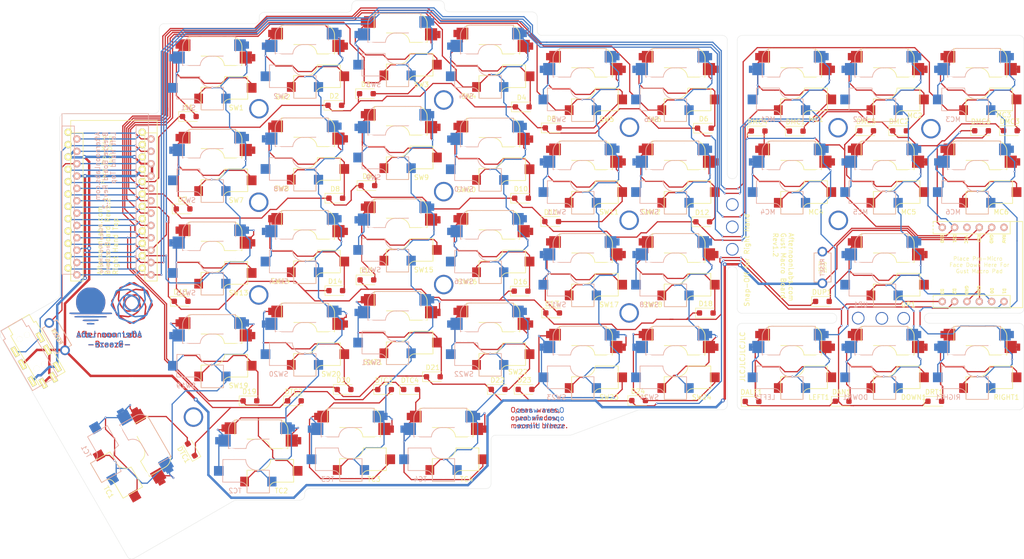
<source format=kicad_pcb>
(kicad_pcb (version 20221018) (generator pcbnew)
  (title_block (title "Breeze") (date "2023-05-21") (rev "Rev1.2") (company "Afternoon Labs LLC"))
  (layers (0 "F.Cu" signal) (31 "B.Cu" signal) (36 "B.SilkS" user "B.Silkscreen") (37 "F.SilkS" user "F.Silkscreen") (38 "B.Mask" user) (39 "F.Mask" user) (44 "Edge.Cuts" user))
  (net 0 "")
  (net 1 "VCC")
  (net 2 "GND")
  (net 3 "RST")
  (net 4 "DATA")
  (net 5 "COL7")
  (net 6 "COL6")
  (net 7 "COL8")
  (net 8 "ROW0")
  (net 9 "Net-(D1-A)")
  (net 10 "ROW1")
  (net 11 "Net-(D2-A)")
  (net 12 "ROW2")
  (net 13 "Net-(D3-A)")
  (net 14 "ROW3")
  (net 15 "Net-(D4-A)")
  (net 16 "ROW4")
  (net 17 "Net-(D5-A)")
  (net 18 "Net-(D6-A)")
  (net 19 "Net-(D7-A)")
  (net 20 "Net-(D8-A)")
  (net 21 "Net-(D9-A)")
  (net 22 "Net-(D10-A)")
  (net 23 "Net-(D11-A)")
  (net 24 "Net-(D12-A)")
  (net 25 "Net-(D13-A)")
  (net 26 "Net-(D14-A)")
  (net 27 "Net-(D15-A)")
  (net 28 "Net-(D16-A)")
  (net 29 "Net-(D17-A)")
  (net 30 "Net-(D18-A)")
  (net 31 "Net-(D19-A)")
  (net 32 "Net-(D20-A)")
  (net 33 "Net-(D21-A)")
  (net 34 "Net-(D22-A)")
  (net 35 "Net-(D23-A)")
  (net 36 "Net-(D24-A)")
  (net 37 "COL0")
  (net 38 "COL1")
  (net 39 "COL2")
  (net 40 "COL3")
  (net 41 "COL4")
  (net 42 "COL5")
  (net 43 "Net-(DALF1-A)")
  (net 44 "Net-(DAN1-A)")
  (net 45 "Net-(DMC1-A)")
  (net 46 "Net-(DMC2-A)")
  (net 47 "Net-(DMC3-A)")
  (net 48 "Net-(DMC4-A)")
  (net 49 "Net-(DMC5-A)")
  (net 50 "Net-(DMC6-A)")
  (net 51 "Net-(DRT1-A)")
  (net 52 "Net-(DTC1-A)")
  (net 53 "Net-(DTC2-A)")
  (net 54 "Net-(DTC3-A)")
  (net 55 "Net-(DTC4-A)")
  (net 56 "Net-(DUP1-A)")
  (net 58 "Net-(MCU-MACRO1-RST)")
  (net 60 "unconnected-(MCU-MAIN1-TX(PD3)-Pad1)")
  (net 61 "unconnected-(MCU-MAIN1-D10(PB6)-Pad13)")
  (net 62 "unconnected-(MCU-MAIN1-RAW-Pad24)")
  (footprint "Breeze:MJ-4PP-9" (layer "F.Cu") (at 107.484 161.401 30)
    (fp_text reference "J1" hide)
    (fp_text value "PJ-320A" hide)
  )
  (footprint "Breeze:ProMicro" (layer "F.Cu") (at 125.524 135.801)
    (fp_text reference "MCU-MAIN1" hide)
    (fp_text value "PRO-MICRO" hide)
  )
  (footprint "Breeze:MX_Choc_Hotswap" (layer "F.Cu") (at 284.598 167.74)
    (fp_text reference "DOWN1")
    (fp_text value "CHOCXHSPCB-1U" hide)
  )
  (footprint "Breeze:MX_Choc_Hotswap" (layer "F.Cu") (at 265.548 167.74)
    (fp_text reference "LEFT1")
    (fp_text value "CHOCXHSPCB-1U" hide)
  )
  (footprint "Breeze:MX_Choc_Hotswap" (layer "F.Cu") (at 303.648 167.74)
    (fp_text reference "RIGHT1")
    (fp_text value "CHOCXHSPCB-1U" hide)
  )
  (footprint "Breeze:MX_Choc_Hotswap" (layer "F.Cu") (at 284.598 148.69)
    (fp_text reference "UP1")
    (fp_text value "CHOCXHSPCB-1U" hide)
  )
  (footprint "Diode_SMD:D_SOD-123F" (layer "F.Cu") (at 141.6283 117.806)
    (fp_text reference "D1")
    (fp_text value "DIODE")
  )
  (footprint "Diode_SMD:D_SOD-123F" (layer "F.Cu") (at 140.34 136.806)
    (fp_text reference "D7")
    (fp_text value "DIODE")
  )
  (footprint "Diode_SMD:D_SOD-123F" (layer "F.Cu") (at 139.94 155.806)
    (fp_text reference "D13")
    (fp_text value "DIODE")
  )
  (footprint "Diode_SMD:D_SOD-123F" (layer "F.Cu") (at 154.09 176.278)
    (fp_text reference "D19")
    (fp_text value "DIODE")
  )
  (footprint "Diode_SMD:D_SOD-123F" (layer "F.Cu") (at 142.022 186.311 120)
    (fp_text reference "DTC1")
    (fp_text value "DIODE")
  )
  (footprint "Diode_SMD:D_SOD-123F" (layer "F.Cu") (at 171.54 115.506)
    (fp_text reference "D2")
    (fp_text value "DIODE")
  )
  (footprint "Diode_SMD:D_SOD-123F" (layer "F.Cu") (at 171.74 134.606)
    (fp_text reference "D8")
    (fp_text value "DIODE")
  )
  (footprint "Diode_SMD:D_SOD-123F" (layer "F.Cu") (at 171.74 153.606)
    (fp_text reference "D14")
    (fp_text value "DIODE")
  )
  (footprint "Diode_SMD:D_SOD-123F" (layer "F.Cu") (at 173.4418 173.9412)
    (fp_text reference "D20")
    (fp_text value "DIODE")
  )
  (footprint "Diode_SMD:D_SOD-123F" (layer "F.Cu") (at 163.231 176.278)
    (fp_text reference "DTC2")
    (fp_text value "DIODE")
  )
  (footprint "Diode_SMD:D_SOD-123F" (layer "F.Cu") (at 178.04 113.106)
    (fp_text reference "D3")
    (fp_text value "DIODE")
  )
  (footprint "Diode_SMD:D_SOD-123F" (layer "F.Cu") (at 178.34 132.006)
    (fp_text reference "D9")
    (fp_text value "DIODE")
  )
  (footprint "Diode_SMD:D_SOD-123F" (layer "F.Cu") (at 178.14 151.406)
    (fp_text reference "D15")
    (fp_text value "DIODE")
  )
  (footprint "Diode_SMD:D_SOD-123F" (layer "F.Cu") (at 191.806 171.325)
    (fp_text reference "D21")
    (fp_text value "DIODE")
  )
  (footprint "Diode_SMD:D_SOD-123F" (layer "F.Cu") (at 181.773 173.956)
    (fp_text reference "DTC3")
    (fp_text value "DIODE")
  )
  (footprint "Diode_SMD:D_SOD-123F" (layer "F.Cu") (at 210.094 115.826)
    (fp_text reference "D4")
    (fp_text value "DIODE")
  )
  (footprint "Diode_SMD:D_SOD-123F" (layer "F.Cu") (at 209.94 134.606)
    (fp_text reference "D10")
    (fp_text value "DIODE")
  )
  (footprint "Diode_SMD:D_SOD-123F" (layer "F.Cu") (at 209.84 153.706)
    (fp_text reference "D16")
    (fp_text value "DIODE")
  )
  (footprint "Diode_SMD:D_SOD-123F" (layer "F.Cu") (at 205.13592 173.92596)
    (fp_text reference "D22")
    (fp_text value "DIODE")
  )
  (footprint "Diode_SMD:D_SOD-123F" (layer "F.Cu") (at 187.11208 173.94628)
    (fp_text reference "DTC4")
    (fp_text value "DIODE")
  )
  (footprint "Diode_SMD:D_SOD-123F" (layer "F.Cu") (at 216.24 120.144)
    (fp_text reference "D5")
    (fp_text value "DIODE")
  )
  (footprint "Diode_SMD:D_SOD-123F" (layer "F.Cu") (at 216.14 139.406)
    (fp_text reference "D11")
    (fp_text value "DIODE")
  )
  (footprint "Diode_SMD:D_SOD-123F" (layer "F.Cu") (at 216.34 158.206)
    (fp_text reference "D17")
    (fp_text value "DIODE")
  )
  (footprint "Diode_SMD:D_SOD-123F" (layer "F.Cu") (at 210.65788 173.92596)
    (fp_text reference "D23")
    (fp_text value "DIODE")
  )
  (footprint "Diode_SMD:D_SOD-123F" (layer "F.Cu") (at 247.54 120.206)
    (fp_text reference "D6")
    (fp_text value "DIODE")
  )
  (footprint "Diode_SMD:D_SOD-123F" (layer "F.Cu") (at 247.20848 139.45308)
    (fp_text reference "D12")
    (fp_text value "DIODE")
  )
  (footprint "Diode_SMD:D_SOD-123F" (layer "F.Cu") (at 247.94 158.206)
    (fp_text reference "D18")
    (fp_text value "DIODE")
  )
  (footprint "Diode_SMD:D_SOD-123F" (layer "F.Cu") (at 234.028 176.22)
    (fp_text reference "D24")
    (fp_text value "DIODE")
  )
  (footprint "Diode_SMD:D_SOD-123F" (layer "F.Cu") (at 266.43908 120.8044)
    (fp_text reference "DMC1")
    (fp_text value "DIODE")
  )
  (footprint "Diode_SMD:D_SOD-123F" (layer "F.Cu") (at 258.608 120.779)
    (fp_text reference "DMC4")
    (fp_text value "DIODE")
  )
  (footprint "Diode_SMD:D_SOD-123F" (layer "F.Cu") (at 257.34816 176.39992)
    (fp_text reference "DALF1")
    (fp_text value "DIODE")
  )
  (footprint "Diode_SMD:D_SOD-123F" (layer "F.Cu") (at 287.68592 120.73328)
    (fp_text reference "DMC2")
    (fp_text value "DIODE")
  )
  (footprint "Diode_SMD:D_SOD-123F" (layer "F.Cu") (at 280.924 120.73328)
    (fp_text reference "DMC5")
    (fp_text value "DIODE")
  )
  (footprint "Diode_SMD:D_SOD-123F" (layer "F.Cu") (at 271.816 155.831)
    (fp_text reference "DUP1")
    (fp_text value "DIODE")
  )
  (footprint "Diode_SMD:D_SOD-123F" (layer "F.Cu") (at 275.88 176.36436)
    (fp_text reference "DAN1")
    (fp_text value "DIODE")
  )
  (footprint "Diode_SMD:D_SOD-123F" (layer "F.Cu") (at 310.46972 120.71296)
    (fp_text reference "DMC3")
    (fp_text value "DIODE")
  )
  (footprint "Diode_SMD:D_SOD-123F" (layer "F.Cu") (at 304.546 120.72312)
    (fp_text reference "DMC6")
    (fp_text value "DIODE")
  )
  (footprint "Diode_SMD:D_SOD-123F" (layer "F.Cu") (at 294.92492 176.36436)
    (fp_text reference "DRT1")
    (fp_text value "DIODE")
  )
  (footprint "Breeze:MX_Choc_Hotswap" (layer "F.Cu") (at 265.548 110.59)
    (fp_text reference "MC1")
    (fp_text value "CHOCXHSPCB-1U" hide)
  )
  (footprint "Breeze:MX_Choc_Hotswap" (layer "F.Cu") (at 284.598 110.59)
    (fp_text reference "MC2")
    (fp_text value "CHOCXHSPCB-1U" hide)
  )
  (footprint "Breeze:MX_Choc_Hotswap" (layer "F.Cu") (at 303.648 110.59)
    (fp_text reference "MC3")
    (fp_text value "CHOCXHSPCB-1U" hide)
  )
  (footprint "Breeze:MX_Choc_Hotswap" (layer "F.Cu") (at 265.548 129.64)
    (fp_text reference "MC4")
    (fp_text value "CHOCXHSPCB-1U" hide)
  )
  (footprint "Breeze:MX_Choc_Hotswap" (layer "F.Cu") (at 284.598 129.64)
    (fp_text reference "MC5")
    (fp_text value "CHOCXHSPCB-1U" hide)
  )
  (footprint "Breeze:MX_Choc_Hotswap" (layer "F.Cu") (at 303.648 129.64)
    (fp_text reference "MC6")
    (fp_text value "CHOCXHSPCB-1U" hide)
  )
  (footprint "Breeze:MX_Choc_Hotswap" (layer "F.Cu") (at 146.34 108.206)
    (fp_text reference "SW1")
    (fp_text value "CHOCXHSPCB-1U" hide)
  )
  (footprint "Breeze:MX_Choc_Hotswap" (layer "F.Cu") (at 165.39 105.825)
    (fp_text reference "SW2")
    (fp_text value "CHOCXHSPCB-1U" hide)
  )
  (footprint "Breeze:MX_Choc_Hotswap" (layer "F.Cu") (at 184.44 103.44)
    (fp_text reference "SW3")
    (fp_text value "CHOCXHSPCB-1U" hide)
  )
  (footprint "Breeze:MX_Choc_Hotswap" (layer "F.Cu") (at 203.49 105.825)
    (fp_text reference "SW4")
    (fp_text value "CHOCXHSPCB-1U" hide)
  )
  (footprint "Breeze:MX_Choc_Hotswap" (layer "F.Cu") (at 222.54 110.59)
    (fp_text reference "SW5")
    (fp_text value "CHOCXHSPCB-1U" hide)
  )
  (footprint "Breeze:MX_Choc_Hotswap" (layer "F.Cu") (at 241.59 110.59)
    (fp_text reference "SW6")
    (fp_text value "CHOCXHSPCB-1U" hide)
  )
  (footprint "Breeze:MX_Choc_Hotswap" (layer "F.Cu") (at 146.34 127.227)
    (fp_text reference "SW7")
    (fp_text value "CHOCXHSPCB-1U" hide)
  )
  (footprint "Breeze:MX_Choc_Hotswap" (layer "F.Cu") (at 165.39 124.8902)
    (fp_text reference "SW8")
    (fp_text value "CHOCXHSPCB-1U" hide)
  )
  (footprint "Breeze:MX_Choc_Hotswap" (layer "F.Cu") (at 184.44 122.528)
    (fp_text reference "SW9")
    (fp_text value "CHOCXHSPCB-1U" hide)
  )
  (footprint "Breeze:MX_Choc_Hotswap" (layer "F.Cu") (at 203.49 124.941)
    (fp_text reference "SW10")
    (fp_text value "CHOCXHSPCB-1U" hide)
  )
  (footprint "Breeze:MX_Choc_Hotswap" (layer "F.Cu") (at 222.54 129.64)
    (fp_text reference "SW11")
    (fp_text value "CHOCXHSPCB-1U" hide)
  )
  (footprint "Breeze:MX_Choc_Hotswap" (layer "F.Cu") (at 241.59 129.64)
    (fp_text reference "SW12")
    (fp_text value "CHOCXHSPCB-1U" hide)
  )
  (footprint "Breeze:MX_Choc_Hotswap" (layer "F.Cu") (at 146.34 146.277)
    (fp_text reference "SW13")
    (fp_text value "CHOCXHSPCB-1U" hide)
  )
  (footprint "Breeze:MX_Choc_Hotswap" (layer "F.Cu") (at 165.39 143.925)
    (fp_text reference "SW14")
    (fp_text value "CHOCXHSPCB-1U" hide)
  )
  (footprint "Breeze:MX_Choc_Hotswap" (layer "F.Cu") (at 184.44 141.54)
    (fp_text reference "SW15")
    (fp_text value "CHOCXHSPCB-1U" hide)
  )
  (footprint "Breeze:MX_Choc_Hotswap" (layer "F.Cu") (at 203.49 143.925)
    (fp_text reference "SW16")
    (fp_text value "CHOCXHSPCB-1U" hide)
  )
  (footprint "Breeze:MX_Choc_Hotswap" (layer "F.Cu") (at 222.54 148.69)
    (fp_text reference "SW17")
    (fp_text value "CHOCXHSPCB-1U" hide)
  )
  (footprint "Breeze:MX_Choc_Hotswap" (layer "F.Cu") (at 241.59 148.69)
    (fp_text reference "SW18")
    (fp_text value "CHOCXHSPCB-1U" hide)
  )
  (footprint "Breeze:MX_Choc_Hotswap" (layer "F.Cu") (at 146.34 165.356)
    (fp_text reference "SW19")
    (fp_text value "CHOCXHSPCB-1U" hide)
  )
  (footprint "Breeze:MX_Choc_Hotswap" (layer "F.Cu") (at 165.39 162.975)
    (fp_text reference "SW20")
    (fp_text value "CHOCXHSPCB-1U" hide)
  )
  (footprint "Breeze:MX_Choc_Hotswap" (layer "F.Cu") (at 184.44 160.59)
    (fp_text reference "SW21")
    (fp_text value "CHOCXHSPCB-1U" hide)
  )
  (footprint "Breeze:MX_Choc_Hotswap" (layer "F.Cu") (at 203.49 162.975)
    (fp_text reference "SW22")
    (fp_text value "CHOCXHSPCB-1U" hide)
  )
  (footprint "Breeze:MX_Choc_Hotswap" (layer "F.Cu") (at 222.54 167.74)
    (fp_text reference "SW23")
    (fp_text value "CHOCXHSPCB-1U" hide)
  )
  (footprint "Breeze:MX_Choc_Hotswap" (layer "F.Cu") (at 241.59 167.74)
    (fp_text reference "SW24")
    (fp_text value "CHOCXHSPCB-1U" hide)
  )
  (footprint "Breeze:MX_Choc_Hotswap" (layer "F.Cu") (at 129.563 186.974 -60)
    (fp_text reference "TC1")
    (fp_text value "CHOCXHSPCB-1U" hide)
  )
  (footprint "Breeze:MX_Choc_Hotswap" (layer "F.Cu") (at 155.79 186.974)
    (fp_text reference "TC2")
    (fp_text value "CHOCXHSPCB-1U" hide)
  )
  (footprint "Breeze:MX_Choc_Hotswap" (layer "F.Cu") (at 174.84 184.59)
    (fp_text reference "TC3")
    (fp_text value "CHOCXHSPCB-1U" hide)
  )
  (footprint "Breeze:MX_Choc_Hotswap" (layer "F.Cu") (at 193.89 184.59)
    (fp_text reference "TC4")
    (fp_text value "CHOCXHSPCB-1U" hide)
  )
  (footprint "Breeze:PROMICRO-PARTIAL2" (layer "F.Cu") (at 295.594 148.131 -90)
    (fp_text reference "MCU-MACRO1" hide)
    (fp_text value "ProMicro-Partial" hide)
  )
  (footprint "Breeze:TACT_SWITCH_TVBP06" (layer "F.Cu") (at 271.816 148.846 -90)
    (fp_text reference "RSW-MACRO1" hide)
    (fp_text value "SW-RST" hide)
  )
  (footprint "Breeze:M3-HOLE" (layer "F.Cu") (at 275.104 139.161)
    (fp_text reference "H1" hide)
    (fp_text value "M3-HOLE" hide)
  )
  (footprint "Breeze:M3-HOLE" (layer "F.Cu") (at 232.074 139.141)
    (fp_text reference "H3" hide)
    (fp_text value "M3-HOLE" hide)
  )
  (footprint "Breeze:M3-HOLE" (layer "F.Cu") (at 232.074 158.201)
    (fp_text reference "H4" hide)
    (fp_text value "M3-HOLE" hide)
  )
  (footprint "Breeze:M3-HOLE" (layer "F.Cu") (at 193.934 133.251)
    (fp_text reference "H5" hide)
    (fp_text value "M3-HOLE" hide)
  )
  (footprint "Breeze:M3-HOLE" (layer "F.Cu") (at 193.934 152.361)
    (fp_text reference "H6" hide)
    (fp_text value "M3-HOLE" hide)
  )
  (footprint "Breeze:M3-HOLE" (layer "F.Cu") (at 155.894 154.501)
    (fp_text reference "H7" hide)
    (fp_text value "M3-HOLE" hide)
  )
  (footprint "Breeze:M3-HOLE" (layer "F.Cu") (at 155.894 135.431)
    (fp_text reference "H8" hide)
    (fp_text value "M3-HOLE" hide)
  )
  (footprint "Breeze:M3-HOLE" (layer "F.Cu") (at 142.474 179.611)
    (fp_text reference "H9" hide)
    (fp_text value "M3-HOLE" hide)
  )
  (footprint "Breeze:Stabilizer_MX_2u" (layer "F.Cu") (at 129.563 186.974 -60)
    (fp_text reference "STABL1" hide)
    (fp_text value "MX-STABILIZER-2U" hide)
  )
  (footprint "Breeze:TACT_SWITCH_TVBP06" (layer "F.Cu") (at 114.427 163.068 120)
    (fp_text reference "RSW1" hide)
    (fp_text value "SW-RST" hide)
  )
  (footprint "Breeze:M2-HOLE" (layer "F.Cu") (at 288.54 159.306)
    (fp_text reference "H10" hide)
    (fp_text value "2M-HOLE" hide)
  )
  (footprint "Breeze:M2-HOLE" (layer "F.Cu") (at 253.286 140.506)
    (fp_text reference "H11" hide)
    (fp_text value "2M-HOLE" hide)
  )
  (footprint "Breeze:M2-HOLE" (layer "F.Cu") (at 279.182 159.26)
    (fp_text reference "H12" hide)
    (fp_text value "2M-HOLE" hide)
  )
  (footprint "Breeze:M2-HOLE" (layer "F.Cu") (at 253.286 145.106)
    (fp_text reference "H13" hide)
    (fp_text value "2M-HOLE" hide)
  )
  (footprint "Breeze:M2-HOLE" (layer "F.Cu") (at 284.04 159.306)
    (fp_text reference "H14" hide)
    (fp_text value "2M-HOLE" hide)
  )
  (footprint "Breeze:M2-HOLE" (layer "F.Cu") (at 253.286 135.906)
    (fp_text reference "H15" hide)
    (fp_text value "2M-HOLE" hide)
  )
  (footprint "Breeze:M3-HOLE" (layer "F.Cu") (at 275.04 120.106)
    (fp_text reference "H16" hide)
    (fp_text value "M3-HOLE" hide)
  )
  (footprint "Breeze:M3-HOLE" (layer "F.Cu") (at 294.14 120.306)
    (fp_text reference "H17" hide)
    (fp_text value "M3-HOLE" hide)
  )
  (footprint "Breeze:logo" (layer "F.Cu") (at 121.285 156.767)
    (fp_text reference "LGO1" hide)
    (fp_text value "Logo" hide)
  )
  (footprint "Breeze:M3-HOLE" (layer "F.Cu") (at 155.94 116.206)
    (fp_text reference "H2" hide)
    (fp_text value "M3-HOLE" hide)
  )
  (footprint "Breeze:M3-HOLE" (layer "F.Cu") (at 193.94 114.406)
    (fp_text reference "H18" hide)
    (fp_text value "M3-HOLE" hide)
  )
  (footprint "Breeze:M3-HOLE" (layer "F.Cu") (at 232.14 120.006)
    (fp_text reference "H19" hide)
    (fp_text value "M3-HOLE" hide)
  )
  (footprint "RoseArt:RoseLogo" (layer "F.Cu") (at 129.794 157.226)
    (fp_text reference "G***" hide)
    (fp_text value "LOGO" hide)
  )
  (gr_line (start 166.372 194.317) (end 202.672 194.317) (stroke (width 0.05)) (layer "Edge.Cuts"))
  (gr_arc (start 251.27 101.126) (mid 251.977107 101.418893) (end 252.27 102.126) (stroke (width 0.05)) (layer "Edge.Cuts"))
  (gr_arc (start 253.27 130.614) (mid 252.562893 130.321107) (end 252.27 129.614) (stroke (width 0.05)) (layer "Edge.Cuts"))
  (gr_line (start 251.27 101.126) (end 214.15 101.126) (stroke (width 0.05)) (layer "Edge.Cuts"))
  (gr_arc (start 220.312305 183.253636) (mid 220.139995 183.301032) (end 219.962 183.317) (stroke (width 0.05)) (layer "Edge.Cuts"))
  (gr_arc (start 130.262 208.674) (mid 129.503199 208.773908) (end 128.896 208.308) (stroke (width 0.05)) (layer "Edge.Cuts"))
  (gr_line (start 292.795 159.321) (end 292.795 159.276) (stroke (width 0.05)) (layer "Edge.Cuts"))
  (gr_arc (start 255.305 158.276) (mid 254.597893 157.983107) (end 254.305 157.276) (stroke (width 0.05)) (layer "Edge.Cuts"))
  (gr_arc (start 102.846 163.188) (mid 102.746092 162.429199) (end 103.212 161.822) (stroke (width 0.05)) (layer "Edge.Cuts"))
  (gr_line (start 134.44 117.186) (end 115.97 117.186) (stroke (width 0.05)) (layer "Edge.Cuts"))
  (gr_line (start 313.265 102.126) (end 313.265 157.276) (stroke (width 0.05)) (layer "Edge.Cuts"))
  (gr_line (start 254.305 129.614) (end 254.305 102.126) (stroke (width 0.05)) (layer "Edge.Cuts"))
  (gr_line (start 212.15 96.296) (end 195.1 96.296) (stroke (width 0.05)) (layer "Edge.Cuts"))
  (gr_line (start 204.672 183.317) (end 219.962 183.317) (stroke (width 0.05)) (layer "Edge.Cuts"))
  (gr_line (start 254.305 161.321) (end 254.305 177.101) (stroke (width 0.05)) (layer "Edge.Cuts"))
  (gr_arc (start 252.27 177.101) (mid 251.977107 177.808107) (end 251.27 178.101) (stroke (width 0.05)) (layer "Edge.Cuts"))
  (gr_line (start 273.795 158.276) (end 255.305 158.276) (stroke (width 0.05)) (layer "Edge.Cuts"))
  (gr_arc (start 135.44 116.186) (mid 135.147107 116.893107) (end 134.44 117.186) (stroke (width 0.05)) (layer "Edge.Cuts"))
  (gr_line (start 313.265 161.321) (end 313.265 177.101) (stroke (width 0.05)) (layer "Edge.Cuts"))
  (gr_line (start 102.846 163.188) (end 128.896 208.308) (stroke (width 0.05)) (layer "Edge.Cuts"))
  (gr_line (start 312.265 160.321) (end 293.795 160.321) (stroke (width 0.05)) (layer "Edge.Cuts"))
  (gr_arc (start 293.795 160.321) (mid 293.087893 160.028107) (end 292.795 159.321) (stroke (width 0.05)) (layer "Edge.Cuts"))
  (gr_line (start 130.262 208.674) (end 150.774 196.831) (stroke (width 0.05)) (layer "Edge.Cuts"))
  (gr_line (start 255.305 101.126) (end 312.265 101.126) (stroke (width 0.05)) (layer "Edge.Cuts"))
  (gr_line (start 203.672 193.317) (end 203.672 184.317) (stroke (width 0.05)) (layer "Edge.Cuts"))
  (gr_line (start 194.1 95.296) (end 194.1 94.956) (stroke (width 0.05)) (layer "Edge.Cuts"))
  (gr_line (start 175.05 94.956) (end 175.05 95.376) (stroke (width 0.05)) (layer "Edge.Cuts"))
  (gr_line (start 274.795 159.276) (end 274.795 159.321) (stroke (width 0.05)) (layer "Edge.Cuts"))
  (gr_arc (start 165.372 195.697) (mid 165.079107 196.404107) (end 164.372 196.697) (stroke (width 0.05)) (layer "Edge.Cuts"))
  (gr_line (start 255.305 178.101) (end 312.265 178.101) (stroke (width 0.05)) (layer "Edge.Cuts"))
  (gr_arc (start 274.795 159.321) (mid 274.502107 160.028107) (end 273.795 160.321) (stroke (width 0.05)) (layer "Edge.Cuts"))
  (gr_arc (start 253.305 148.614) (mid 254.012107 148.906893) (end 254.305 149.614) (stroke (width 0.05)) (layer "Edge.Cuts"))
  (gr_line (start 273.795 160.321) (end 255.305 160.321) (stroke (width 0.05)) (layer "Edge.Cuts"))
  (gr_arc (start 156 97.706) (mid 155.707107 98.413107) (end 155 98.706) (stroke (width 0.05)) (layer "Edge.Cuts"))
  (gr_line (start 251.27 178.101) (end 234.27 178.101) (stroke (width 0.05)) (layer "Edge.Cuts"))
  (gr_arc (start 273.795 158.276) (mid 274.502107 158.568893) (end 274.795 159.276) (stroke (width 0.05)) (layer "Edge.Cuts"))
  (gr_arc (start 175.05 95.376) (mid 174.757107 96.083107) (end 174.05 96.376) (stroke (width 0.05)) (layer "Edge.Cuts"))
  (gr_line (start 253.305 148.614) (end 253.27 148.614) (stroke (width 0.05)) (layer "Edge.Cuts"))
  (gr_line (start 174.05 96.376) (end 157 96.376) (stroke (width 0.05)) (layer "Edge.Cuts"))
  (gr_arc (start 175.05 94.956) (mid 175.342893 94.248893) (end 176.05 93.956) (stroke (width 0.05)) (layer "Edge.Cuts"))
  (gr_arc (start 156 97.376) (mid 156.292893 96.668893) (end 157 96.376) (stroke (width 0.05)) (layer "Edge.Cuts"))
  (gr_arc (start 254.305 102.126) (mid 254.597893 101.418893) (end 255.305 101.126) (stroke (width 0.05)) (layer "Edge.Cuts"))
  (gr_arc (start 312.265 101.126) (mid 312.972107 101.418893) (end 313.265 102.126) (stroke (width 0.05)) (layer "Edge.Cuts"))
  (gr_arc (start 214.15 101.126) (mid 213.442893 100.833107) (end 213.15 100.126) (stroke (width 0.05)) (layer "Edge.Cuts"))
  (gr_line (start 151.274 196.697) (end 164.372 196.697) (stroke (width 0.05)) (layer "Edge.Cuts"))
  (gr_arc (start 254.305 129.614) (mid 254.012107 130.321107) (end 253.305 130.614) (stroke (width 0.05)) (layer "Edge.Cuts"))
  (gr_arc (start 252.27 149.614) (mid 252.562893 148.906893) (end 253.27 148.614) (stroke (width 0.05)) (layer "Edge.Cuts"))
  (gr_line (start 193.1 93.956) (end 176.05 93.956) (stroke (width 0.05)) (layer "Edge.Cuts"))
  (gr_line (start 213.15 100.126) (end 213.15 97.296) (stroke (width 0.05)) (layer "Edge.Cuts"))
  (gr_line (start 252.27 102.126) (end 252.27 129.614) (stroke (width 0.05)) (layer "Edge.Cuts"))
  (gr_arc (start 292.795 159.276) (mid 293.087893 158.568893) (end 293.795 158.276) (stroke (width 0.05)) (layer "Edge.Cuts"))
  (gr_arc (start 254.305 161.321) (mid 254.597893 160.613893) (end 255.305 160.321) (stroke (width 0.05)) (layer "Edge.Cuts"))
  (gr_arc (start 195.1 96.296) (mid 194.392893 96.003107) (end 194.1 95.296) (stroke (width 0.05)) (layer "Edge.Cuts"))
  (gr_arc (start 233.919695 178.164364) (mid 234.092005 178.116968) (end 234.27 178.101) (stroke (width 0.05)) (layer "Edge.Cuts"))
  (gr_arc (start 165.372 195.317) (mid 165.664893 194.609893) (end 166.372 194.317) (stroke (width 0.05)) (layer "Edge.Cuts"))
  (gr_arc (start 312.265 160.321) (mid 312.972107 160.613893) (end 313.265 161.321) (stroke (width 0.05)) (layer "Edge.Cuts"))
  (gr_arc (start 203.672 193.317) (mid 203.379107 194.024107) (end 202.672 194.317) (stroke (width 0.05)) (layer "Edge.Cuts"))
  (gr_line (start 135.44 99.706) (end 135.44 116.186) (stroke (width 0.05)) (layer "Edge.Cuts"))
  (gr_line (start 156 97.376) (end 156 97.706) (stroke (width 0.05)) (layer "Edge.Cuts"))
  (gr_line (start 253.27 130.614) (end 253.305 130.614) (stroke (width 0.05)) (layer "Edge.Cuts"))
  (gr_arc (start 313.265 177.101) (mid 312.972107 177.808107) (end 312.265 178.101) (stroke (width 0.05)) (layer "Edge.Cuts"))
  (gr_arc (start 114.97 118.186) (mid 115.262893 117.478893) (end 115.97 117.186) (stroke (width 0.05)) (layer "Edge.Cuts"))
  (gr_line (start 254.305 149.614) (end 254.305 157.276) (stroke (width 0.05)) (layer "Edge.Cuts"))
  (gr_line (start 252.27 149.614) (end 252.27 177.101) (stroke (width 0.05)) (layer "Edge.Cuts"))
  (gr_arc (start 150.774 196.830975) (mid 151.015181 196.731075) (end 151.274 196.697) (stroke (width 0.05)) (layer "Edge.Cuts"))
  (gr_arc (start 203.672 184.317) (mid 203.964893 183.609893) (end 204.672 183.317) (stroke (width 0.05)) (layer "Edge.Cuts"))
  (gr_arc (start 193.1 93.956) (mid 193.807107 94.248893) (end 194.1 94.956) (stroke (width 0.05)) (layer "Edge.Cuts"))
  (gr_line (start 165.372 195.317) (end 165.372 195.697) (stroke (width 0.05)) (layer "Edge.Cuts"))
  (gr_line (start 114.47 155.322) (end 103.212 161.822) (stroke (width 0.05)) (layer "Edge.Cuts"))
  (gr_arc (start 313.265 157.276) (mid 312.972107 157.983107) (end 312.265 158.276) (stroke (width 0.05)) (layer "Edge.Cuts"))
  (gr_line (start 293.795 158.276) (end 312.265 158.276) (stroke (width 0.05)) (layer "Edge.Cuts"))
  (gr_line (start 114.97 154.456) (end 114.97 118.186) (stroke (width 0.05)) (layer "Edge.Cuts"))
  (gr_arc (start 255.305 178.101) (mid 254.597893 177.808107) (end 254.305 177.101) (stroke (width 0.05)) (layer "Edge.Cuts"))
  (gr_line (start 233.92 178.164) (end 220.313 183.254) (stroke (width 0.05)) (layer "Edge.Cuts"))
  (gr_arc (start 114.969978 154.455987) (mid 114.836013 154.955978) (end 114.47 155.322) (stroke (width 0.05)) (layer "Edge.Cuts"))
  (gr_arc (start 135.44 99.706) (mid 135.732893 98.998893) (end 136.44 98.706) (stroke (width 0.05)) (layer "Edge.Cuts"))
  (gr_line (start 136.44 98.706) (end 155 98.706) (stroke (width 0.05)) (layer "Edge.Cuts"))
  (gr_arc (start 212.15 96.296) (mid 212.857107 96.588893) (end 213.15 97.296) (stroke (width 0.05)) (layer "Edge.Cuts"))
  (gr_text "Afternoon Labs" (at 125.151 162.643) (layer "F.Cu") (effects (font (size 1.2 1.2) (thickness 0.2))))
  (gr_text "-Breeze-" (at 125.151 164.675) (layer "F.Cu") (effects (font (size 1.2 1.2) (thickness 0.2))))
  (gr_text "Ocean waves,\nopen window,\nmoonlit breeze." (at 207.59 179.767) (layer "F.Cu") (effects (font (size 1 1)) (justify left)))
  (gr_text "Ocean waves,\nopen window,\nsunlit breeze." (at 218.84 179.817) (layer "B.Cu") (effects (font (size 1 1)) (justify left mirror)))
  (gr_text "Afternoon Labs" (at 125.131 162.609) (layer "B.Cu") (effects (font (size 1.2 1.2) (thickness 0.2)) (justify mirror)))
  (gr_text "-Breeze-" (at 125.131 164.641) (layer "B.Cu") (effects (font (size 1.2 1.2) (thickness 0.2)) (justify mirror)))
  (gr_text "AfternoonLabs.com\nBreeze Board Rev1.2\nLeft Hand Top" (at 124.364 120.871 90) (layer "B.SilkS") (effects (font (size 1 1)) (justify left mirror)))
  (gr_text "Place Pro-Micro\nFace Down" (at 124.164 150.121 90) (layer "B.SilkS") (effects (font (size 0.8 0.8) (thickness 0.1)) (justify right mirror)))
  (gr_text "AfternoonLabs.com\nGust Macro Board\nRev1.2" (at 263.78452 141.62224 -90) (layer "F.SilkS") (effects (font (size 1 1)) (justify left)))
  (gr_text "AfternoonLabs.com\nBreeze Board Rev1.2\nRight Hand Top" (at 124.834 150.471 90) (layer "F.SilkS") (effects (font (size 1 1)) (justify left)))
  (gr_text "Place Pro-Micro\nFace Down" (at 124.684 121.591 90) (layer "F.SilkS") (effects (font (size 0.8 0.8) (thickness 0.1)) (justify right)))
  (gr_text "Snap-Off for Right Hand" (at 256.286 156.972 90) (layer "F.SilkS") (effects (font (size 1 1)) (justify left)))
  (gr_text "GND" (at 306.554 143.001 270) (layer "F.SilkS") (effects (font (size 0.6 0.6))))
  (gr_text "RST" (at 303.984 142.871 270) (layer "F.SilkS") (effects (font (size 0.6 0.6))))
  (gr_text "VCC" (at 301.354 143.081 270) (layer "F.SilkS") (effects (font (size 0.6 0.6))))
  (gr_text "D21" (at 299.004 142.921 270) (layer "F.SilkS") (effects (font (size 0.6 0.6))))
  (gr_text "D20" (at 296.424 142.951 270) (layer "F.SilkS") (effects (font (size 0.6 0.6))))
  (gr_text "D3" (at 296.434 153.781 270) (layer "F.SilkS") (effects (font (size 0.6 0.6))))
  (gr_text "D2" (at 298.954 153.721 270) (layer "F.SilkS") (effects (font (size 0.6 0.6))))
  (gr_text "GND" (at 301.454 153.491 270) (layer "F.SilkS") (effects (font (size 0.6 0.6))))
  (gr_text "GND" (at 303.984 153.491 270) (layer "F.SilkS") (effects (font (size 0.6 0.6))))
  (gr_text "D0" (at 306.664 153.641 270) (layer "F.SilkS") (effects (font (size 0.6 0.6))))
  (gr_text "D1" (at 309.214 153.721 270) (layer "F.SilkS") (effects (font (size 0.6 0.6))))
  (gr_text "GUST\nRESET" (at 271.816 148.846 270) (layer "F.SilkS") (effects (font (size 0.6 0.6) (thickness 0.1))))
  (gr_text "Place Pro-Micro \nFace Down Here For\nGust Macro Pad" (at 304.094 148.321) (layer "F.SilkS") (effects (font (size 0.8 0.8) (thickness 0.1))))
  (gr_text "JLCJLCJLCJLC" (at 255.397 172.466 90) (layer "F.SilkS") (effects (font (size 1 1)) (justify left)))
  (gr_text "RAW" (at 309.134 142.971 270) (layer "F.SilkS") (effects (font (size 0.6 0.6))))
  (segment (start 120.163255 130.035745) (end 120.163255 145.761745) (width 0.5) (layer "F.Cu") (net 1))
  (segment (start 120.163255 151.030745) (end 120.163255 145.761745) (width 0.5) (layer "F.Cu") (net 1))
  (via (at 120.163255 130.035745) (size 0.8) (drill 0.4) (layers "F.Cu" "B.Cu") (net 1))
  (via (at 120.163255 145.761745) (size 0.4) (drill 0.2) (layers "F.Cu" "B.Cu") (net 1))
  (via (at 120.163255 151.030745) (size 0.8) (drill 0.4) (layers "F.Cu" "B.Cu") (net 1))
  (segment (start 120.163255 130.035745) (end 120.290255 130.035745) (width 0.5) (layer "B.Cu") (net 1))
  (segment (start 130.123255 145.761745) (end 120.163255 145.761745) (width 0.25) (layer "B.Cu") (net 1))
  (segment (start 114.452653 156.565347) (end 114.452653 169.271062) (width 0.5) (layer "B.Cu") (net 1))
  (segment (start 120.163255 151.030745) (end 119.987255 151.030745) (width 0.5) (layer "B.Cu") (net 1))
  (segment (start 112.834001 169.271062) (end 111.0943 171.010763) (width 0.5) (layer "B.Cu") (net 1))
  (segment (start 117.863815 130.035745) (end 120.163255 130.035745) (width 0.5) (layer "B.Cu") (net 1))
  (segment (start 131.805 128.88) (end 131.805 128.84) (width 0.5) (layer "B.Cu") (net 1))
  (segment (start 130.649255 130.035745) (end 131.805 128.88) (width 0.5) (layer "B.Cu") (net 1))
  (segment (start 110.535101 171.010763) (end 109.299802 172.246062) (width 0.5) (layer "B.Cu") (net 1))
  (segment (start 120.290255 130.035745) (end 130.649255 130.035745) (width 0.5) (layer "B.Cu") (net 1))
  (segment (start 111.0943 171.010763) (end 110.535101 171.010763) (width 0.5) (layer "B.Cu") (net 1))
  (segment (start 120.290255 130.035745) (end 120.305 130.021) (width 0.5) (layer "B.Cu") (net 1))
  (segment (start 131.805 144.08) (end 130.123255 145.761745) (width 0.25) (layer "B.Cu") (net 1))
  (segment (start 114.427 169.245409) (end 114.452653 169.271062) (width 0.5) (layer "B.Cu") (net 1))
  (segment (start 119.987255 151.030745) (end 114.452653 156.565347) (width 0.5) (layer "B.Cu") (net 1))
  (segment (start 114.452653 169.271062) (end 112.834001 169.271062) (width 0.5) (layer "B.Cu") (net 1))
  (segment (start 113.687109 171.4451) (end 112.790347 171.4451) (width 0.5) (layer "F.Cu") (net 2))
  (segment (start 277.9917 141.22) (end 289.1883 141.22) (width 0.25) (layer "F.Cu") (net 2))
  (segment (start 112.452653 165.80696) (end 110.274802 165.80696) (width 0.5) (layer "F.Cu") (net 2))
  (segment (start 133.742815 127.506745) (end 133.954 127.71793) (width 0.5) (layer "F.Cu") (net 2))
  (segment (start 304.132059 143.106011) (end 304.132059 153.266011) (width 0.25) (layer "F.Cu") (net 2))
  (segment (start 274.80569 144.406008) (end 274.80569 149.10631) (width 0.25) (layer "F.Cu") (net 2))
  (segment (start 133.954 127.71793) (end 133.954 129.83556) (width 0.5) (layer "F.Cu") (net 2))
  (segment (start 116.052 156.273371) (end 116.052 165.882583) (width 0.5) (layer "F.Cu") (net 2))
  (segment (start 131.714743 127.506745) (end 133.742815 127.506745) (width 0.4) (layer "F.Cu") (net 2))
  (segment (start 304.132059 143.106011) (end 306.628255 140.609815) (width 0.25) (layer "F.Cu") (net 2))
  (segment (start 130.327998 126.12) (end 131.714743 127.506745) (width 0.4) (layer "F.Cu") (net 2))
  (segment (start 121.023999 127.101001) (end 120.023998 126.101) (width 0.5) (layer "F.Cu") (net 2))
  (segment (start 112.452653 165.80696) (end 115.976377 165.80696) (width 0.5) (layer "F.Cu") (net 2))
  (segment (start 251.762334 148.183672) (end 254.677077 148.183672) (width 0.5) (layer "F.Cu") (net 2))
  (segment (start 304.132059 153.266011) (end 301.548255 155.849815) (width 0.25) (layer "F.Cu") (net 2))
  (segment (start 112.834 166.188307) (end 112.834 170.591991) (width 0.5) (layer "F.Cu") (net 2))
  (segment (start 251.34 176.206) (end 251.740006 175.805994) (width 0.5) (layer "F.Cu") (net 2))
  (segment (start 274.80569 149.10631) (end 271.816 152.096) (width 0.25) (layer "F.Cu") (net 2))
  (segment (start 304.132059 153.266011) (end 304.132059 155.806011) (width 0.25) (layer "F.Cu") (net 2))
  (segment (start 251.740006 148.206) (end 251.762334 148.183672) (width 0.5) (layer "F.Cu") (net 2))
  (segment (start 304.132059 155.806011) (end 304.088255 155.849815) (width 0.25) (layer "F.Cu") (net 2))
  (segment (start 277.9917 141.22) (end 274.80569 144.406008) (width 0.25) (layer "F.Cu") (net 2))
  (segment (start 131.643741 130.035745) (end 130.427996 128.82) (width 0.25) (layer "F.Cu") (net 2))
  (segment (start 116.052 165.882583) (end 121.321215 171.151798) (width 0.5) (layer "F.Cu") (net 2))
  (segment (start 254.677077 148.183672) (end 254.875115 148.38171) (width 0.5) (layer "F.Cu") (net 2))
  (segment (start 112.452653 165.80696) (end 112.834 166.188307) (width 0.5) (layer "F.Cu") (net 2))
  (segment (start 289.1883 141.22) (end 291.074311 143.106011) (width 0.25) (layer "F.Cu") (net 2))
  (segment (start 110.274802 165.80696) (end 107.299802 168.78196) (width 0.5) (layer "F.Cu") (net 2))
  (segment (start 133.954 129.83556) (end 133.742815 130.046745) (width 0.5) (layer "F.Cu") (net 2))
  (segment (start 112.834 170.591991) (end 113.687109 171.4451) (width 0.5) (layer "F.Cu") (net 2))
  (segment (start 133.103815 130.035745) (end 131.643741 130.035745) (width 0.25) (layer "F.Cu") (net 2))
  (segment (start 138.085798 171.151798) (end 142.94 176.006) (width 0.5) (layer "F.Cu") (net 2))
  (segment (start 291.074311 143.106011) (end 304.132059 143.106011) (width 0.25) (layer "F.Cu") (net 2))
  (segment (start 251.740006 175.805994) (end 251.740006 148.206) (width 0.5) (layer "F.Cu") (net 2))
  (segment (start 121.023999 144.915999) (end 121.023999 151.301372) (width 0.5) (layer "F.Cu") (net 2))
  (segment (start 121.321215 171.151798) (end 138.085798 171.151798) (width 0.5) (layer "F.Cu") (net 2))
  (segment (start 121.023999 151.301372) (end 116.052 156.273371) (width 0.5) (layer "F.Cu") (net 2))
  (segment (start 115.976377 165.80696) (end 116.052 165.882583) (width 0.5) (layer "F.Cu") (net 2))
  (segment (start 121.023999 144.915999) (end 121.023999 127.101001) (width 0.5) (layer "F.Cu") (net 2))
  (segment (start 112.790347 171.4451) (end 111.565347 172.6701) (width 0.5) (layer "F.Cu") (net 2))
  (via (at 120.023998 126.101) (size 0.8) (drill 0.4) (layers "F.Cu" "B.Cu") (net 2))
  (via (at 121.023999 144.915999) (size 0.8) (drill 0.4) (layers "F.Cu" "B.Cu") (net 2))
  (via (at 254.875115 148.38171) (size 0.8) (drill 0.4) (layers "F.Cu" "B.Cu") (net 2))
  (via (at 251.740006 148.206) (size 0.8) (drill 0.4) (layers "F.Cu" "B.Cu") (net 2))
  (via (at 130.427996 128.82) (size 0.4) (drill 0.2) (layers "F.Cu" "B.Cu") (net 2))
  (via (at 142.94 176.006) (size 0.8) (drill 0.4) (layers "F.Cu" "B.Cu") (net 2))
  (via (at 251.34 176.206) (size 0.8) (drill 0.4) (layers "F.Cu" "B.Cu") (net 2))
  (via (at 130.327998 126.12) (size 0.8) (drill 0.4) (layers "F.Cu" "B.Cu") (net 2))
  (segment (start 254.875115 148.38171) (end 258.699405 152.206) (width 0.5) (layer "B.Cu") (net 2))
  (segment (start 117.863815 124.955745) (end 130.609255 124.955745) (width 0.25) (layer "B.Cu") (net 2))
  (segment (start 226.54 177.570001) (end 225.175999 176.206) (width 0.5) (layer "B.Cu") (net 2))
  (segment (start 130.407996 128.84) (end 130.427996 128.82) (width 0.25) (layer "B.Cu") (net 2))
  (segment (start 118.502815 145.286745) (end 119.061255 145.286745) (width 0.25) (layer "B.Cu") (net 2))
  (segment (start 150.232 196.206) (end 145.54 191.514) (width 0.5) (layer "B.Cu") (net 2))
  (segment (start 117.848255 124.966745) (end 116.704 126.111) (width 0.5) (layer "B.Cu") (net 2))
  (segment (start 271.706 152.206) (end 271.816 152.096) (width 0.5) (layer "B.Cu") (net 2))
  (segment (start 206.14 176.206) (end 202.94 179.406) (width 0.5) (layer "B.Cu") (net 2))
  (segment (start 145.54 191.514) (end 145.54 178.606) (width 0.5) (layer "B.Cu") (net 2))
  (segment (start 145.54 178.606) (end 142.94 176.006) (width 0.5) (layer "B.Cu") (net 2))
  (segment (start 202.94 179.406) (end 202.94 189.606) (width 0.5) (layer "B.Cu") (net 2))
  (segment (start 163.118 196.206) (end 150.232 196.206) (width 0.5) (layer "B.Cu") (net 2))
  (segment (start 258.699405 152.206) (end 271.706 152.206) (width 0.5) (layer "B.Cu") (net 2))
  (segment (start 251.34 176.206) (end 249.975999 177.570001) (width 0.5) (layer "B.Cu") (net 2))
  (segment (start 249.975999 177.570001) (end 226.54 177.570001) (width 0.5) (layer "B.Cu") (net 2))
  (segment (start 130.609255 124.955745) (end 131.805 123.76) (width 0.25) (layer "B.Cu") (net 2))
  (segment (start 119.061255 145.286745) (end 119.432001 144.915999) (width 0.25) (layer "B.Cu") (net 2))
  (segment (start 130.308998 126.101) (end 130.327998 126.12) (width 0.5) (layer "B.Cu") (net 2))
  (segment (start 116.704 126.111) (end 116.794 126.201) (width 0.5) (layer "B.Cu") (net 2))
  (segment (start 119.432001 144.915999) (end 121.023999 144.915999) (width 0.25) (layer "B.Cu") (net 2))
  (segment (start 165.718 193.606) (end 163.118 196.206) (width 0.5) (layer "B.Cu") (net 2))
  (segment (start 119.923998 126.201) (end 120.023998 126.101) (width 0.5) (layer "B.Cu") (net 2))
  (segment (start 116.794 126.201) (end 119.923998 126.201) (width 0.5) (layer "B.Cu") (net 2))
  (segment (start 117.863815 145.275745) (end 118.249255 145.275745) (width 0.25) (layer "B.Cu") (net 2))
  (segment (start 118.502815 124.966745) (end 117.848255 124.966745) (width 0.5) (layer "B.Cu") (net 2))
  (segment (start 202.94 189.606) (end 198.94 193.606) (width 0.5) (layer "B.Cu") (net 2))
  (segment (start 198.94 193.606) (end 165.718 193.606) (width 0.5) (layer "B.Cu") (net 2))
  (segment (start 117.863815 145.275745) (end 118.209255 145.275745) (width 0.25) (layer "B.Cu") (net 2))
  (segment (start 225.175999 176.206) (end 206.14 176.206) (width 0.5) (layer "B.Cu") (net 2))
  (segment (start 116.565 128.84) (end 130.407996 128.84) (width 0.25) (layer "B.Cu") (net 2))
  (segment (start 120.023998 126.101) (end 130.308998 126.101) (width 0.5) (layer "B.Cu") (net 2))
  (segment (start 115.428 157.627417) (end 112.802 160.253417) (width 0.25) (layer "F.Cu") (net 3))
  (segment (start 118.502815 127.506745) (end 116.179755 127.506745) (width 0.25) (layer "F.Cu") (net 3))
  (segment (start 116.179755 127.506745) (end 115.428 128.2585) (width 0.25) (layer "F.Cu") (net 3))
  (segment (start 115.428 128.2585) (end 115.428 157.627417) (width 0.25) (layer "F.Cu") (net 3))
  (segment (start 117.87856 127.481) (end 117.863815 127.495745) (width 0.25) (layer "B.Cu") (net 3))
  (segment (start 131.805 126.3) (end 130.624 127.481) (width 0.25) (layer "B.Cu") (net 3))
  (segment (start 130.624 127.481) (end 117.87856 127.481) (width 0.25) (layer "B.Cu") (net 3))
  (segment (start 131.682745 124.955745) (end 130.528 123.801) (width 0.25) (layer "F.Cu") (net 4))
  (segment (start 133.103815 124.955745) (end 131.682745 124.955745) (width 0.25) (layer "F.Cu") (net 4))
  (via (at 130.528 123.801) (size 0.4) (drill 0.2) (layers "F.Cu" "B.Cu") (net 4))
  (segment (start 110.952653 163.208884) (end 110.952653 159.303347) (width 0.25) (layer "B.Cu") (net 4))
  (segment (start 115.324 154.932) (end 115.324 125.001) (width 0.25) (layer "B.Cu") (net 4))
  (segment (start 116.524 123.801) (end 130.528 123.801) (width 0.25) (layer "B.Cu") (net 4))
  (segment (start 107.977653 166.183884) (end 105.799802 166.183884) (width 0.25) (layer "B.Cu") (net 4))
  (segment (start 115.324 125.001) (end 116.524 123.801) (width 0.25) (layer "B.Cu") (net 4))
  (segment (start 110.952653 159.303347) (end 115.324 154.932) (width 0.25) (layer "B.Cu") (net 4))
  (segment (start 110.952653 163.208884) (end 107.977653 166.183884) (width 0.25) (layer "B.Cu") (net 4))
  (segment (start 284.932 133.196) (end 284.142 133.196) (width 0.25) (layer "F.Cu") (net 5))
  (segment (start 284.142 133.196) (end 281.798 135.54) (width 0.25) (layer "F.Cu") (net 5))
  (segment (start 290.614 157.831) (end 290.614 160.891) (width 0.25) (layer "F.Cu") (net 5))
  (segment (start 292.044 129.64) (end 292.044 127.645999) (width 0.25) (layer "F.Cu") (net 5))
  (segment (start 282.9 114.4) (end 281.798 115.502) (width 0.25) (layer "F.Cu") (net 5))
  (segment (start 291.498 146.149999) (end 293.057999 146.149999) (width 0.25) (layer "F.Cu") (net 5))
  (segment (start 291.498 167.194) (end 292.044 167.74) (width 0.25) (layer "F.Cu") (net 5))
  (segment (start 292.044 127.645999) (end 291.498 127.099999) (width 0.25) (layer "F.Cu") (net 5))
  (segment (start 284.932 114.4) (end 282.9 114.4) (width 0.25) (layer "F.Cu") (net 5))
  (segment (start 291.498 165.199999) (end 291.498 167.194) (width 0.25) (layer "F.Cu") (net 5))
  (segment (start 291.538001 127.14) (end 291.498 127.099999) (width 0.25) (layer "F.Cu") (net 5))
  (segment (start 281.798 172.398) (end 281.798 173.64) (width 0.25) (layer "F.Cu") (net 5))
  (segment (start 131.623745 147.815745) (end 130.428 146.62) (width 0.25) (layer "F.Cu") (net 5))
  (segment (start 292.044 110.336) (end 292.044 108.595999) (width 0.25) (layer "F.Cu") (net 5))
  (segment (start 293.098 127.14) (end 291.538001 127.14) (width 0.25) (layer "F.Cu") (net 5))
  (segment (start 251.74 133.606) (end 254.797998 133.606) (width 0.25) (layer "F.Cu") (net 5))
  (segment (start 284.932 152.5) (end 282.9 152.5) (width 0.25) (layer "F.Cu") (net 5))
  (segment (start 281.714 116.406) (end 272.392 116.406) (width 0.25) (layer "F.Cu") (net 5))
  (segment (start 291.498 108.049999) (end 293.057999 108.049999) (width 0.25) (layer "F.Cu") (net 5))
  (segment (start 282.9 171.296) (end 281.798 172.398) (width 0.25) (layer "F.Cu") (net 5))
  (segment (start 133.742815 147.826745) (end 136.295233 147.826745) (width 0.25) (layer "F.Cu") (net 5))
  (segment (start 293.057999 146.149999) (end 293.098 146.19) (width 0.25) (layer "F.Cu") (net 5))
  (segment (start 292.044 146.695999) (end 291.498 146.149999) (width 0.25) (layer "F.Cu") (net 5))
  (segment (start 282.9 152.5) (end 281.798 153.602) (width 0.25) (layer "F.Cu") (net 5))
  (segment (start 284.424 171.296) (end 282.9 171.296) (width 0.25) (layer "F.Cu") (net 5))
  (segment (start 281.798 116.49) (end 281.714 116.406) (width 0.25) (layer "F.Cu") (net 5))
  (segment (start 292.044 148.436) (end 292.044 146.695999) (width 0.25) (layer "F.Cu") (net 5))
  (segment (start 291.498 165.199999) (end 293.057999 165.199999) (width 0.25) (layer "F.Cu") (net 5))
  (segment (start 272.392 116.406) (end 270.528 118.27) (width 0.25) (layer "F.Cu") (net 5))
  (segment (start 133.103815 147.815745) (end 131.623745 147.815745) (width 0.25) (layer "F.Cu") (net 5))
  (segment (start 293.057999 165.199999) (end 293.098 165.24) (width 0.25) (layer "F.Cu") (net 5))
  (segment (start 281.798 115.502) (end 281.798 116.49) (width 0.25) (layer "F.Cu") (net 5))
  (segment (start 293.057999 108.049999) (end 293.098 108.09) (width 0.25) (layer "F.Cu") (net 5))
  (segment (start 281.798 153.602) (end 281.798 154.59) (width 0.25) (layer "F.Cu") (net 5))
  (segment (start 136.295233 147.826745) (end 136.364989 147.756989) (width 0.25) (layer "F.Cu") (net 5))
  (segment (start 292.044 108.595999) (end 291.498 108.049999) (width 0.25) (layer "F.Cu") (net 5))
  (segment (start 270.528 118.27) (end 270.528 118.32) (width 0.25) (layer "F.Cu") (net 5))
  (via (at 284.932 152.5) (size 0.4) (drill 0.2) (layers "F.Cu" "B.Cu") (net 5))
  (via (at 290.614 160.891) (size 0.4) (drill 0.2) (layers "F.Cu" "B.Cu") (net 5))
  (via (at 270.528 118.32) (size 0.4) (drill 0.2) (layers "F.Cu" "B.Cu") (net 5))
  (via (at 284.932 114.4) (size 0.4) (drill 0.2) (layers "F.Cu" "B.Cu") (net 5))
  (via (at 284.424 171.296) (size 0.4) (drill 0.2) (layers "F.Cu" "B.Cu") (net 5))
  (via (at 292.044 148.436) (size 0.4) (drill 0.2) (layers "F.Cu" "B.Cu") (net 5))
  (via (at 292.044 167.74) (size 0.4) (drill 0.2) (layers "F.Cu" "B.Cu") (net 5))
  (via (at 254.797998 133.606) (size 0.4) (drill 0.2) (layers "F.Cu" "B.Cu") (net 5))
  (via (at 130.428 146.62) (size 0.4) (drill 0.2) (layers "F.Cu" "B.Cu") (net 5))
  (via (at 292.044 110.336) (size 0.4) (drill 0.2) (layers "F.Cu" "B.Cu") (net 5))
  (via (at 292.044 129.64) (size 0.4) (drill 0.2) (layers "F.Cu" "B.Cu") (net 5))
  (via (at 136.364989 147.756989) (size 0.4) (drill 0.2) (layers "F.Cu" "B.Cu") (net 5))
  (via (at 284.932 133.196) (size 0.4) (drill 0.2) (layers "F.Cu" "B.Cu") (net 5))
  (via (at 251.74 133.606) (size 0.4) (drill 0.2) (layers "F.Cu" "B.Cu") (net 5))
  (via (at 290.614 157.831) (size 0.4) (drill 0.2) (layers "F.Cu" "B.Cu") (net 5))
  (segment (start 305.882815 155.849815) (end 306.628255 155.849815) (width 0.25) (layer "B.Cu") (net 5))
  (segment (start 292.044 167.74) (end 292.044 168.756) (width 0.25) (layer "B.Cu") (net 5))
  (segment (start 287.398 137.44) (end 287.98 138.022) (width 0.25) (layer "B.Cu") (net 5))
  (segment (start 291.536 169.264) (end 287.98 169.264) (width 0.25) (layer "B.Cu") (net 5))
  (segment (start 292.044 110.336) (end 292.044 110.844) (width 0.25) (layer "B.Cu") (net 5))
  (segment (start 155.54901 100.233112) (end 157.757131 98.024991) (width 0.25) (layer "B.Cu") (net 5))
  (segment (start 290.614 162.344) (end 290.298 162.66) (width 0.25) (layer "B.Cu") (net 5))
  (segment (start 291.798 162.64) (end 290.318 162.64) (width 0.25) (layer "B.Cu") (net 5))
  (segment (start 254.997997 133.406001) (end 254.797998 133.606) (width 0.25) (layer "B.Cu") (net 5))
  (segment (start 287.398 154.59) (end 287.398 154.615) (width 0.25) (layer "B.Cu") (net 5))
  (segment (start 291.028 131.164) (end 288.488 131.164) (width 0.25) (layer "B.Cu") (net 5))
  (segment (start 287.98 169.264) (end 285.948 171.296) (width 0.25) (layer "B.Cu") (net 5))
  (segment (start 290.298 124.56) (end 291.778 124.56) (width 0.25) (layer "B.Cu") (net 5))
  (segment (start 290.298 105.51) (end 290.298 107.066) (width 0.25) (layer "B.Cu") (net 5))
  (segment (start 287.398 153.95) (end 285.948 152.5) (width 0.25) (layer "B.Cu") (net 5))
  (segment (start 250.624 104.581) (end 250.624 132.49) (width 0.25) (layer "B.Cu") (net 5))
  (segment (start 287.98 138.022) (end 287.98 141.292) (width 0.25) (layer "B.Cu") (net 5))
  (segment (start 290.298 126.878) (end 292.044 128.624) (width 0.25) (layer "B.Cu") (net 5))
  (segment (start 211.744 99.311) (end 211.744 100.9253) (width 0.25) (layer "B.Cu") (net 5))
  (segment (start 292.044 128.624) (end 292.044 129.64) (width 0.25) (layer "B.Cu") (net 5))
  (segment (start 287.398 154.615) (end 290.614 157.831) (width 0.25) (layer "B.Cu") (net 5))
  (segment (start 285.948 152.5) (end 284.932 152.5) (width 0.25) (layer "B.Cu") (net 5))
  (segment (start 211.744 100.9253) (end 213.839711 103.021011) (width 0.25) (layer "B.Cu") (net 5))
  (segment (start 178.687131 98.024991) (end 180.751111 95.961011) (width 0.25) (layer "B.Cu") (net 5))
  (segment (start 288.165 116.49) (end 289.504 117.829) (width 0.25) (layer "B.Cu") (net 5))
  (segment (start 287.398 116.49) (end 288.165 116.49) (width 0.25) (layer "B.Cu") (net 5))
  (segment (start 287.98 150.468) (end 285.948 152.5) (width 0.25) (layer "B.Cu") (net 5))
  (segment (start 254.997997 120.044999) (end 254.997997 133.406001) (width 0.25) (layer "B.Cu") (net 5))
  (segment (start 292.044 110.844) (end 290.52 112.368) (width 0.25) (layer "B.Cu") (net 5))
  (segment (start 287.398 115.342) (end 286.456 114.4) (width 0.25) (layer "B.Cu") (net 5))
  (segment (start 291.536 150.468) (end 291.631 150.468) (width 0.25) (layer "B.Cu") (net 5))
  (segment (start 292.044 108.812) (end 292.044 110.336) (width 0.25) (layer "B.Cu") (net 5))
  (segment (start 256.722996 118.32) (end 254.997997 120.044999) (width 0.25) (layer "B.Cu") (net 5))
  (segment (start 292.044 130.148) (end 291.028 131.164) (width 0.25) (layer "B.Cu") (net 5))
  (segment (start 305.05944 154.281) (end 306.628255 155.849815) (width 0.25) (layer "B.Cu") (net 5))
  (segment (start 157.757131 98.024991) (end 178.687131 98.024991) (width 0.25) (layer "B.Cu") (net 5))
  (segment (start 291.536 150.468) (end 287.98 150.468) (width 0.25) (layer "B.Cu") (net 5))
  (segment (start 293.524 154.281) (end 305.05944 154.281) (width 0.25) (layer "B.Cu") (net 5))
  (segment (start 285.948 171.296) (end 284.424 171.296) (width 0.25) (layer "B.Cu") (net 5))
  (segment (start 287.398 116.49) (end 287.398 115.342) (width 0.25) (layer "B.Cu") (net 5))
  (segment (start 292.044 168.756) (end 291.536 169.264) (width 0.25) (layer "B.Cu") (net 5))
  (segment (start 290.298 105.51) (end 291.778 105.51) (width 0.25) (layer "B.Cu") (net 5))
  (segment (start 191.734011 95.961011) (end 193.54399 97.77099) (width 0.25) (layer "B.Cu") (net 5))
  (segment (start 249.064011 103.021011) (end 250.624 104.581) (width 0.25) (layer "B.Cu") (net 5))
  (segment (start 289.504 123.766) (end 290.298 124.56) (width 0.25) (layer "B.Cu") (net 5))
  (segment (start 290.298 143.61) (end 290.298 144.658) (width 0.25) (layer "B.Cu") (net 5))
  (segment (start 193.54399 97.77099) (end 210.203991 97.770991) (width 0.25) (layer "B.Cu") (net 5))
  (segment (start 292.044 148.436) (end 292.044 149.96) (width 0.25) (layer "B.Cu") (net 5))
  (segment (start 136.364989 147.756989) (end 136.364989 104.627136) (width 0.25) (layer "B.Cu") (net 5))
  (segment (start 270.528 118.32) (end 256.722996 118.32) (width 0.25) (layer "B.Cu") (net 5))
  (segment (start 210.203991 97.770991) (end 211.744 99.311) (width 0.25) (layer "B.Cu") (net 5))
  (segment (start 286.456 133.196) (end 287.398 134.138) (width 0.25) (layer "B.Cu") (net 5))
  (segment (start 287.398 154.59) (end 287.398 153.95) (width 0.25) (layer "B.Cu") (net 5))
  (segment (start 290.52 112.368) (end 287.98 112.368) (width 0.25) (layer "B.Cu") (net 5))
  (segment (start 287.472 132.18) (end 286.456 133.196) (width 0.25) (layer "B.Cu") (net 5))
  (segment (start 291.536 163.898) (end 290.298 162.66) (width 0.25) (layer "B.Cu") (net 5))
  (segment (start 290.298 124.56) (end 290.298 126.878) (width 0.25) (layer "B.Cu") (net 5))
  (segment (start 287.98 112.368) (end 285.948 114.4) (width 0.25) (layer "B.Cu") (net 5))
  (segment (start 140.759012 100.233113) (end 155.54901 100.233112) (width 0.25) (layer "B.Cu") (net 5))
  (segment (start 291.536 167.232) (end 291.536 163.898) (width 0.25) (layer "B.Cu") (net 5))
  (segment (start 285.948 114.4) (end 284.932 114.4) (width 0.25) (layer "B.Cu") (net 5))
  (segment (start 290.298 144.658) (end 292.044 146.404) (width 0.25) (layer "B.Cu") (net 5))
  (segment (start 287.398 134.138) (end 287.398 135.54) (width 0.25) (layer "B.Cu") (net 5))
  (segment (start 286.456 133.196) (end 284.932 133.196) (width 0.25) (layer "B.Cu") (net 5))
  (segment (start 136.364989 104.627136) (end 140.759012 100.233113) (width 0.25) (layer "B.Cu") (net 5))
  (segment (start 292.744 151.581) (end 292.744 153.501) (width 0.25) (layer "B.Cu") (net 5))
  (segment (start 250.624 132.49) (end 251.74 133.606) (width 0.25) (layer "B.Cu") (net 5))
  (segment (start 288.488 131.164) (end 287.472 132.18) (width 0.25) (layer "B.Cu") (net 5))
  (segment (start 292.044 129.64) (end 292.044 130.148) (width 0.25) (layer "B.Cu") (net 5))
  (segment (start 292.744 153.501) (end 293.524 154.281) (width 0.25) (layer "B.Cu") (net 5))
  (segment (start 290.318 162.64) (end 290.298 162.66) (width 0.25) (layer "B.Cu") (net 5))
  (segment (start 291.778 105.51) (end 291.798 105.49) (width 0.25) (layer "B.Cu") (net 5))
  (segment (start 289.504 117.829) (end 289.504 123.766) (width 0.25) (layer "B.Cu") (net 5))
  (segment (start 287.398 173.64) (end 287.398 172.746) (width 0.25) (layer "B.Cu") (net 5))
  (segment (start 292.044 149.96) (end 291.536 150.468) (width 0.25) (layer "B.Cu") (net 5))
  (segment (start 291.778 143.61) (end 291.798 143.59) (width 0.25) (layer "B.Cu") (net 5))
  (segment (start 290.614 160.891) (end 290.614 162.344) (width 0.25) (layer "B.Cu") (net 5))
  (segment (start 292.044 146.404) (end 292.044 148.436) (width 0.25) (layer "B.Cu") (net 5))
  (segment (start 292.044 167.74) (end 291.536 167.232) (width 0.25) (layer "B.Cu") (net 5))
  (segment (start 291.778 124.56) (end 291.798 124.54) (width 0.25) (layer "B.Cu") (net 5))
  (segment (start 213.839711 103.021011) (end 249.064011 103.021011) (width 0.25) (layer "B.Cu") (net 5))
  (segment (start 286.456 114.4) (end 285.948 114.4) (width 0.25) (layer "B.Cu") (net 5))
  (segment (start 291.631 150.468) (end 292.744 151.581) (width 0.25) (layer "B.Cu") (net 5))
  (segment (start 116.565 146.62) (end 130.428 146.62) (width 0.25) (layer "B.Cu") (net 5))
  (segment (start 290.298 107.066) (end 292.044 108.812) (width 0.25) (layer "B.Cu") (net 5))
  (segment (start 287.398 135.54) (end 287.398 137.44) (width 0.25) (layer "B.Cu") (net 5))
  (segment (start 287.398 172.746) (end 285.948 171.296) (width 0.25) (layer "B.Cu") (net 5))
  (segment (start 180.751111 95.961011) (end 191.734011 95.961011) (width 0.25) (layer "B.Cu") (net 5))
  (segment (start 287.98 141.292) (end 290.298 143.61) (width 0.25) (layer "B.Cu") (net 5))
  (segment (start 290.298 143.61) (end 291.778 143.61) (width 0.25) (layer "B.Cu") (net 5))
  (segment (start 136.903019 142.126541) (end 133.753815 145.275745) (width 0.25) (layer "F.Cu") (net 6))
  (segment (start 272.448 127.099999) (end 274.007999 127.099999) (width 0.25) (layer "F.Cu") (net 6))
  (segment (start 255.924 119.118998) (end 258.552998 116.49) (width 0.25) (layer "F.Cu") (net 6))
  (segment (start 272.448 127.824) (end 273.502 128.878) (width 0.25) (layer "F.Cu") (net 6))
  (segment (start 264.838 133.45) (end 262.748 135.54) (width 0.25) (layer "F.Cu") (net 6))
  (segment (start 264.104 114.4) (end 262.748 115.756) (width 0.25) (layer "F.Cu") (net 6))
  (segment (start 294.168 156.974) (end 294.422 157.228) (width 0.25) (layer "F.Cu") (net 6))
  (segment (start 131.683745 145.275745) (end 130.428 144.02) (width 0.25) (layer "F.Cu") (net 6))
  (segment (start 258.552998 116.49) (end 262.748 116.49) (width 0.25) (layer "F.Cu") (net 6))
  (segment (start 254.889 138.43) (end 255.924 137.395) (width 0.25) (layer "F.Cu") (net 6))
  (segment (start 273.248 108.849999) (end 272.448 108.049999) (width 0.25) (layer "F.Cu") (net 6))
  (segment (start 274.048 108.09) (end 272.488001 108.09) (width 0.25) (layer "F.Cu") (net 6))
  (segment (start 273.248 110.336) (end 273.248 108.849999) (width 0.25) (layer "F.Cu") (net 6))
  (segment (start 255.924 137.395) (end 255.924 119.118998) (width 0.25) (layer "F.Cu") (net 6))
  (segment (start 272.448 165.199999) (end 272.448 166.94) (width 0.25) (layer "F.Cu") (net 6))
  (segment (start 277.04 157.406) (end 277.472 156.974) (width 0.25) (layer "F.Cu") (net 6))
  (segment (start 264.104 171.296) (end 262.748 172.652) (width 0.25) (layer "F.Cu") (net 6))
  (segment (start 265.628 171.296) (end 264.104 171.296) (width 0.25) (layer "F.Cu") (net 6))
  (segment (start 294.422 157.228) (end 297.63007 157.228) (width 0.25) (layer "F.Cu") (net 6))
  (segment (start 262.748 115.756) (end 262.748 116.49) (width 0.25) (layer "F.Cu") (net 6))
  (segment (start 274.007999 127.099999) (end 274.048 127.14) (width 0.25) (layer "F.Cu") (net 6))
  (segment (start 277.472 156.974) (end 294.168 156.974) (width 0.25) (layer "F.Cu") (net 6))
  (segment (start 262.748 172.652) (end 262.748 173.64) (width 0.25) (layer "F.Cu") (net 6))
  (segment (start 254.889 138.43) (end 251.364 138.43) (width 0.25) (layer "F.Cu") (net 6))
  (segment (start 265.628 133.45) (end 264.838 133.45) (width 0.25) (layer "F.Cu") (net 6))
  (segment (start 272.448 165.199999) (end 273.755999 165.199999) (width 0.25) (layer "F.Cu") (net 6))
  (segment (start 133.753815 145.275745) (end 131.683745 145.275745) (width 0.25) (layer "F.Cu") (net 6))
  (segment (start 297.63007 157.228) (end 299.008255 155.849815) (width 0.25) (layer "F.Cu") (net 6))
  (segment (start 273.755999 165.199999) (end 273.796 165.24) (width 0.25) (layer "F.Cu") (net 6))
  (segment (start 272.448 127.099999) (end 272.448 127.824) (width 0.25) (layer "F.Cu") (net 6))
  (segment (start 277.04 160.806002) (end 277.04 157.406) (width 0.25) (layer "F.Cu") (net 6))
  (segment (start 272.488001 108.09) (end 272.448 108.049999) (width 0.25) (layer "F.Cu") (net 6))
  (segment (start 251.364 138.43) (end 251.34 138.406) (width 0.25) (layer "F.Cu") (net 6))
  (segment (start 273.796 165.24) (end 274.048 165.24) (width 0.25) (layer "F.Cu") (net 6))
  (segment (start 272.448 166.94) (end 273.248 167.74) (width 0.25) (layer "F.Cu") (net 6))
  (segment (start 265.628 114.4) (end 264.104 114.4) (width 0.25) (layer "F.Cu") (net 6))
  (segment (start 136.903019 139.43839) (end 136.903019 142.126541) (width 0.25) (layer "F.Cu") (net 6))
  (via (at 136.903019 139.43839) (size 0.4) (drill 0.2) (layers "F.Cu" "B.Cu") (net 6))
  (via (at 273.248 167.74) (size 0.4) (drill 0.2) (layers "F.Cu" "B.Cu") (net 6))
  (via (at 265.628 114.4) (size 0.4) (drill 0.2) (layers "F.Cu" "B.Cu") (net 6))
  (via (at 265.628 171.296) (size 0.4) (drill 0.2) (layers "F.Cu" "B.Cu") (net 6))
  (via (at 265.628 133.45) (size 0.4) (drill 0.2) (layers "F.Cu" "B.Cu") (net 6))
  (via (at 277.04 160.806002) (size 0.4) (drill 0.2) (layers "F.Cu" "B.Cu") (net 6))
  (via (at 130.428 144.02) (size 0.4) (drill 0.2) (layers "F.Cu" "B.Cu") (net 6))
  (via (at 273.248 110.336) (size 0.4) (drill 0.2) (layers "F.Cu" "B.Cu") (net 6))
  (via (at 273.502 128.878) (size 0.4) (drill 0.2) (layers "F.Cu" "B.Cu") (net 6))
  (via (at 251.34 138.406) (size 0.4) (drill 0.2) (layers "F.Cu" "B.Cu") (net 6))
  (via (at 254.889 138.43) (size 0.4) (drill 0.2) (layers "F.Cu" "B.Cu") (net 6))
  (via (at 277.04 157.406) (size 0.4) (drill 0.2) (layers "F.Cu" "B.Cu") (net 6))
  (segment (start 273.248 110.844) (end 271.724 112.368) (width 0.25) (layer "B.Cu") (net 6))
  (segment (start 157.758244 98.731) (end 178.688244 98.731) (width 0.25) (layer "B.Cu") (net 6))
  (segment (start 191.5269 96.461022) (end 193.336878 98.271) (width 0.25) (layer "B.Cu") (net 6))
  (segment (start 211.324 101.071) (end 213.794 103.541) (width 0.25) (layer "B.Cu") (net 6))
  (segment (start 178.688244 98.731) (end 180.958222 96.461022) (width 0.25) (layer "B.Cu") (net 6))
  (segment (start 273.248 110.336) (end 273.248 110.844) (width 0.25) (layer "B.Cu") (net 6))
  (segment (start 271.54 136.106) (end 271.54 142.006) (width 0.25) (layer "B.Cu") (net 6))
  (segment (start 271.248 105.51) (end 271.248 105.796) (width 0.25) (layer "B.Cu") (net 6))
  (segment (start 267.0885 133.45) (end 267.152 133.3865) (width 0.25) (layer "B.Cu") (net 6))
  (segment (start 155.75612 100.733122) (end 157.758244 98.731) (width 0.25) (layer "B.Cu") (net 6))
  (segment (start 271.248 162.66) (end 275.186002 162.66) (width 0.25) (layer "B.Cu") (net 6))
  (segment (start 271.248 105.51) (end 272.728 105.51) (width 0.25) (layer "B.Cu") (net 6))
  (segment (start 271.724 112.368) (end 269.184 112.368) (width 0.25) (layer "B.Cu") (net 6))
  (segment (start 268.168 169.264) (end 266.644 170.788) (width 0.25) (layer "B.Cu") (net 6))
  (segment (start 180.958222 96.461022) (end 191.5269 96.461022) (width 0.25) (layer "B.Cu") (net 6))
  (segment (start 269.184 131.164) (end 271.5235 131.164) (width 0.25) (layer "B.Cu") (net 6))
  (segment (start 272.728 124.56) (end 272.748 124.54) (width 0.25) (layer "B.Cu") (net 6))
  (segment (start 271.978 127.354) (end 271.978 125.29) (width 0.25) (layer "B.Cu") (net 6))
  (segment (start 266.136 171.296) (end 265.628 171.296) (width 0.25) (layer "B.Cu") (net 6))
  (segment (start 250.224 137.29) (end 251.34 138.406) (width 0.25) (layer "B.Cu") (net 6))
  (segment (start 269.548 116.49) (end 271.248 118.19) (width 0.25) (layer "B.Cu") (net 6))
  (segment (start 267.0885 133.2595) (end 269.184 131.164) (width 0.25) (layer "B.Cu") (net 6))
  (segment (start 211.324 99.641) (end 211.324 101.071) (width 0.25) (layer "B.Cu") (net 6))
  (segment (start 274.484 144.95) (end 274.484 154.85) (width 0.25) (layer "B.Cu") (net 6))
  (segment (start 273.248 107.796) (end 273.248 110.336) (width 0.25) (layer "B.Cu") (net 6))
  (segment (start 271.248 124.56) (end 272.728 124.56) (width 0.25) (layer "B.Cu") (net 6))
  (segment (start 271.248 162.66) (end 272.728 162.66) (width 0.25) (layer "B.Cu") (net 6))
  (segment (start 271.978 125.29) (end 271.248 124.56) (width 0.25) (layer "B.Cu") (net 6))
  (segment (start 273.248 167.74) (end 273.248 168.248) (width 0.25) (layer "B.Cu") (net 6))
  (segment (start 266.644 171.296) (end 266.136 171.296) (width 0.25) (layer "B.Cu") (net 6))
  (segment (start 265.628 133.45) (end 267.0885 133.45) (width 0.25) (layer "B.Cu") (net 6))
  (segment (start 271.248 165.74) (end 271.248 162.66) (width 0.25) (layer "B.Cu") (net 6))
  (segment (start 130.368 144.08) (end 130.428 144.02) (width 0.25) (layer "B.Cu") (net 6))
  (segment (start 268.348 173) (end 266.644 171.296) (width 0.25) (layer "B.Cu") (net 6))
  (segment (start 268.348 173.64) (end 268.348 173) (width 0.25) (layer "B.Cu") (net 6))
  (segment (start 273.502 128.878) (end 271.978 127.354) (width 0.25) (layer "B.Cu") (net 6))
  (segment (start 268.348 116.49) (end 268.348 115.596) (width 0.25) (layer "B.Cu") (net 6))
  (segment (start 273.502 128.878) (end 273.502 134.144) (width 0.25) (layer "B.Cu") (net 6))
  (segment (start 273.248 168.248) (end 272.232 169.264) (width 0.25) (layer "B.Cu") (net 6))
  (segment (start 140.966128 100.733122) (end 155.75612 100.733122) (width 0.25) (layer "B.Cu") (net 6))
  (segment (start 275.186002 162.66) (end 277.04 160.806002) (width 0.25) (layer "B.Cu") (net 6))
  (segment (start 136.903019 139.43839) (end 136.903019 104.796231) (width 0.25) (layer "B.Cu") (net 6))
  (segment (start 267.0885 133.45) (end 267.0885 133.2595) (width 0.25) (layer "B.Cu") (net 6))
  (segment (start 271.5235 131.164) (end 273.502 129.1855) (width 0.25) (layer "B.Cu") (net 6))
  (segment (start 271.248 105.796) (end 273.248 107.796) (width 0.25) (layer "B.Cu") (net 6))
  (segment (start 213.794 103.541) (end 248.854 103.541) (width 0.25) (layer "B.Cu") (net 6))
  (segment (start 271.248 123.11) (end 271.248 124.56) (width 0.25) (layer "B.Cu") (net 6))
  (segment (start 266.644 170.788) (end 266.136 171.296) (width 0.25) (layer "B.Cu") (net 6))
  (segment (start 250.224 104.911) (end 250.224 137.29) (width 0.25) (layer "B.Cu") (net 6))
  (segment (start 267.152 114.4) (end 265.628 114.4) (width 0.25) (layer "B.Cu") (net 6))
  (segment (start 271.248 118.19) (end 271.248 123.11) (width 0.25) (layer "B.Cu") (net 6))
  (segment (start 274.484 154.85) (end 277.04 157.406) (width 0.25) (layer "B.Cu") (net 6))
  (segment (start 272.728 105.51) (end 272.748 105.49) (width 0.25) (layer "B.Cu") (net 6))
  (segment (start 268.348 135.54) (end 268.348 134.5825) (width 0.25) (layer "B.Cu") (net 6))
  (segment (start 268.348 116.49) (end 269.548 116.49) (width 0.25) (layer "B.Cu") (net 6))
  (segment (start 272.728 162.66) (end 272.748 162.64) (width 0.25) (layer "B.Cu") (net 6))
  (segment (start 268.348 115.596) (end 267.152 114.4) (width 0.25) (layer "B.Cu") (net 6))
  (segment (start 268.348 134.5825) (end 267.152 133.3865) (width 0.25) (layer "B.Cu") (net 6))
  (segment (start 273.248 167.74) (end 271.248 165.74) (width 0.25) (layer "B.Cu") (net 6))
  (segment (start 271.54 142.006) (end 274.484 144.95) (width 0.25) (layer "B.Cu") (net 6))
  (segment (start 209.954001 98.271001) (end 211.324 99.641) (width 0.25) (layer "B.Cu") (net 6))
  (segment (start 269.184 112.368) (end 267.152 114.4) (width 0.25) (layer "B.Cu") (net 6))
  (segment (start 193.336878 98.271) (end 209.954001 98.271001) (width 0.25) (layer "B.Cu") (net 6))
  (segment (start 136.903019 104.796231) (end 140.966128 100.733122) (width 0.25) (layer "B.Cu") (net 6))
  (segment (start 273.502 129.1855) (end 273.502 128.878) (width 0.25) (layer "B.Cu") (net 6))
  (segment (start 272.232 169.264) (end 268.168 169.264) (width 0.25) (layer "B.Cu") (net 6))
  (segment (start 248.854 103.541) (end 250.224 104.911) (width 0.25) (layer "B.Cu") (net 6))
  (segment (start 116.565 144.08) (end 130.368 144.08) (width 0.25) (layer "B.Cu") (net 6))
  (segment (start 271.248 162.66) (end 271.248 162.12) (width 0.25) (layer "B.Cu") (net 6))
  (segment (start 273.502 134.144) (end 271.54 136.106) (width 0.25) (layer "B.Cu") (net 6))
  (segment (start 311.348 127.899999) (end 310.548 127.099999) (width 0.25) (layer "F.Cu") (net 7))
  (segment (start 312.107999 165.199999) (end 312.148 165.24) (width 0.25) (layer "F.Cu") (net 7))
  (segment (start 131.663745 150.355745) (end 130.428 149.12) (width 0.25) (layer "F.Cu") (net 7))
  (segment (start 310.84 165.491999) (end 310.548 165.199999) (width 0.25) (layer "F.Cu") (net 7))
  (segment (start 312.107999 108.049999) (end 312.148 108.09) (width 0.25) (layer "F.Cu") (net 7))
  (segment (start 300.68 134.212) (end 300.68 135.372) (width 0.25) (layer "F.Cu") (net 7))
  (segment (start 133.103815 150.355745) (end 131.663745 150.355745) (width 0.25) (layer "F.Cu") (net 7))
  (segment (start 291.904 157.811) (end 291.904 160.881) (width 0.25) (layer "F.Cu") (net 7))
  (segment (start 301.696 133.196) (end 300.68 134.212) (width 0.25) (layer "F.Cu") (net 7))
  (segment (start 301.696 114.4) (end 300.68 115.416) (width 0.25) (layer "F.Cu") (net 7))
  (segment (start 254.444004 132.661) (end 254.464004 132.641) (width 0.25) (layer "F.Cu") (net 7))
  (segment (start 303.728 171.296) (end 302.204 171.296) (width 0.25) (layer "F.Cu") (net 7))
  (segment (start 300.848 172.652) (end 300.848 173.64) (width 0.25) (layer "F.Cu") (net 7))
  (segment (start 135.855213 150.366745) (end 135.864979 150.356979) (width 0.25) (layer "F.Cu") (net 7))
  (segment (start 133.742815 150.366745) (end 135.855213 150.366745) (width 0.25) (layer "F.Cu") (net 7))
  (segment (start 310.84 167.74) (end 310.84 165.491999) (width 0.25) (layer "F.Cu") (net 7))
  (segment (start 310.548 127.099999) (end 312.107999 127.099999) (width 0.25) (layer "F.Cu") (net 7))
  (segment (start 251.784 132.661) (end 254.444004 132.661) (width 0.25) (layer "F.Cu") (net 7))
  (segment (start 255.524 106.538998) (end 255.524 131.581004) (width 0.25) (layer "F.Cu") (net 7))
  (segment (start 297.573002 116.49) (end 293.823001 112.739999) (width 0.25) (layer "F.Cu") (net 7))
  (segment (start 300.68 115.416) (end 300.848 115.584) (width 0.25) (layer "F.Cu") (net 7))
  (segment (start 300.848 116.49) (end 297.573002 116.49) (width 0.25) (layer "F.Cu") (net 7))
  (segment (start 293.823001 106.654001) (end 290.803999 103.634999) (width 0.25) (layer "F.Cu") (net 7))
  (segment (start 290.803999 103.634999) (end 258.427999 103.634999) (width 0.25) (layer "F.Cu") (net 7))
  (segment (start 310.548 108.049999) (end 312.107999 108.049999) (width 0.25) (layer "F.Cu") (net 7))
  (segment (start 312.107999 127.099999) (end 312.148 127.14) (width 0.25) (layer "F.Cu") (net 7))
  (segment (start 293.823001 112.739999) (end 293.823001 106.654001) (width 0.25) (layer "F.Cu") (net 7))
  (segment (start 303.728 114.4) (end 301.696 114.4) (width 0.25) (layer "F.Cu") (net 7))
  (segment (start 310.548 165.199999) (end 312.107999 165.199999) (width 0.25) (layer "F.Cu") (net 7))
  (segment (start 310.548 108.049999) (end 310.548 109.536) (width 0.25) (layer "F.Cu") (net 7))
  (segment (start 303.728 133.196) (end 301.696 133.196) (width 0.25) (layer "F.Cu") (net 7))
  (segment (start 255.524 131.581004) (end 254.464004 132.641) (width 0.25) (layer "F.Cu") (net 7))
  (segment (start 311.348 129.132) (end 311.348 127.899999) (width 0.25) (layer "F.Cu") (net 7))
  (segment (start 302.204 171.296) (end 300.848 172.652) (width 0.25) (layer "F.Cu") (net 7))
  (segment (start 300.68 135.372) (end 300.848 135.54) (width 0.25) (layer "F.Cu") (net 7))
  (segment (start 300.848 115.584) (end 300.848 116.49) (width 0.25) (layer "F.Cu") (net 7))
  (segment (start 310.548 109.536) (end 311.348 110.336) (width 0.25) (layer "F.Cu") (net 7))
  (segment (start 258.427999 103.634999) (end 255.524 106.538998) (width 0.25) (layer "F.Cu") (net 7))
  (via (at 303.728 133.196) (size 0.4) (drill 0.2) (layers "F.Cu" "B.Cu") (net 7))
  (via (at 303.728 171.296) (size 0.4) (drill 0.2) (layers "F.Cu" "B.Cu") (net 7))
  (via (at 135.864979 150.356979) (size 0.4) (drill 0.2) (layers "F.Cu" "B.Cu") (net 7))
  (via (at 310.84 167.74) (size 0.4) (drill 0.2) (layers "F.Cu" "B.Cu") (net 7))
  (via (at 291.904 160.881) (size 0.4) (drill 0.2) (layers "F.Cu" "B.Cu") (net 7))
  (via (at 251.784 132.661) (size 0.4) (drill 0.2) (layers "F.Cu" "B.Cu") (net 7))
  (via (at 303.728 114.4) (size 0.4) (drill 0.2) (layers "F.Cu" "B.Cu") (net 7))
  (via (at 130.428 149.12) (size 0.4) (drill 0.2) (layers "F.Cu" "B.Cu") (net 7))
  (via (at 291.904 157.811) (size 0.4) (drill 0.2) (layers "F.Cu" "B.Cu") (net 7))
  (via (at 311.348 129.132) (size 0.4) (drill 0.2) (layers "F.Cu" "B.Cu") (net 7))
  (via (at 254.464004 132.641) (size 0.4) (drill 0.2) (layers "F.Cu" "B.Cu") (net 7))
  (via (at 311.348 110.336) (size 0.4) (drill 0.2) (layers "F.Cu" "B.Cu") (net 7))
  (segment (start 309.348 165.232) (end 310.84 166.724) (width 0.25) (layer "B.Cu") (net 7))
  (segment (start 305.252 171.296) (end 303.728 171.296) (width 0.25) (layer "B.Cu") (net 7))
  (segment (start 213.9054 102.521) (end 215.154 102.521) (width 0.25) (layer "B.Cu") (net 7))
  (segment (start 293.524 162.501) (end 298.639998 162.501) (width 0.25) (layer "B.Cu") (net 7))
  (segment (start 311.841255 155.723745) (end 310.464 157.101) (width 0.25) (layer "B.Cu") (net 7))
  (segment (start 307.91707 157.101) (end 307.224 157.101) (width 0.25) (layer "B.Cu") (net 7))
  (segment (start 309.348 118.614) (end 309.348 124.56) (width 0.25) (layer "B.Cu") (net 7))
  (segment (start 309.168255 155.849815) (end 307.91707 157.101) (width 0.25) (layer "B.Cu") (net 7))
  (segment (start 191.944 95.461) (end 193.75398 97.27098) (width 0.25) (layer "B.Cu") (net 7))
  (segment (start 249.274 102.521) (end 251.024 104.271) (width 0.25) (layer "B.Cu") (net 7))
  (segment (start 310.332 109.32) (end 310.332 106.494) (width 0.25) (layer "B.Cu") (net 7))
  (segment (start 310.828 124.56) (end 310.848 124.54) (width 0.25) (layer "B.Cu") (net 7))
  (segment (start 306.448 173.64) (end 306.448 172.492) (width 0.25) (layer "B.Cu") (net 7))
  (segment (start 307.056002 160.901) (end 307.589 160.901) (width 0.25) (layer "B.Cu") (net 7))
  (segment (start 307.284 169.264) (end 305.252 171.296) (width 0.25) (layer "B.Cu") (net 7))
  (segment (start 298.639998 162.501) (end 300.255999 160.884999) (width 0.25) (layer "B.Cu") (net 7))
  (segment (start 308.763 135.54) (end 311.841255 138.618255) (width 0.25) (layer "B.Cu") (net 7))
  (segment (start 305.76 114.4) (end 303.728 114.4) (width 0.25) (layer "B.Cu") (net 7))
  (segment (start 307.040001 160.884999) (end 307.056002 160.901) (width 0.25) (layer "B.Cu") (net 7))
  (segment (start 305.252 133.196) (end 303.728 133.196) (width 0.25) (layer "B.Cu") (net 7))
  (segment (start 310.84 167.74) (end 310.84 168.756) (width 0.25) (layer "B.Cu") (net 7))
  (segment (start 292.614 157.101) (end 291.904 157.811) (width 0.25) (layer "B.Cu") (net 7))
  (segment (start 157.515777 97.559223) (end 157.550021 97.524981) (width 0.25) (layer "B.Cu") (net 7))
  (segment (start 311.841255 143.403745) (end 311.841255 155.723745) (width 0.25) (layer "B.Cu") (net 7))
  (segment (start 180.544 95.461) (end 191.944 95.461) (width 0.25) (layer "B.Cu") (net 7))
  (segment (start 157.515777 97.559223) (end 157.515777 97.524983) (width 0.25) (layer "B.Cu") (net 7))
  (segment (start 307.224 116.49) (end 309.348 118.614) (width 0.25) (layer "B.Cu") (net 7))
  (segment (start 310.828 162.66) (end 310.848 162.64) (width 0.25) (layer "B.Cu") (net 7))
  (segment (start 306.448 116.49) (end 306.448 115.088) (width 0.25) (layer "B.Cu") (net 7))
  (segment (start 305.319998 160.901) (end 305.335999 160.884999) (width 0.25) (layer "B.Cu") (net 7))
  (segment (start 311.348 130.148) (end 310.332 131.164) (width 0.25) (layer "B.Cu") (net 7))
  (segment (start 251.024 131.901) (end 251.784 132.661) (width 0.25) (layer "B.Cu") (net 7))
  (segment (start 251.024 104.271) (end 251.024 131.901) (width 0.25) (layer "B.Cu") (net 7))
  (segment (start 116.565 149.16) (end 130.388 149.16) (width 0.25) (layer "B.Cu") (net 7))
  (segment (start 305.76 113.892) (end 305.76 114.4) (width 0.25) (layer "B.Cu") (net 7))
  (segment (start 309.348 162.66) (end 310.828 162.66) (width 0.25) (layer "B.Cu") (net 7))
  (segment (start 210.44398 97.27098) (end 212.194 99.021) (width 0.25) (layer "B.Cu") (net 7))
  (segment (start 309.348 125.1) (end 311.348 127.1) (width 0.25) (layer "B.Cu") (net 7))
  (segment (start 301.960001 160.884999) (end 301.976002 160.901) (width 0.25) (layer "B.Cu") (net 7))
  (segment (start 311.348 110.336) (end 311.348 111.352) (width 0.25) (layer "B.Cu") (net 7))
  (segment (start 310.332 112.368) (end 307.284 112.368) (width 0.25) (layer "B.Cu") (net 7))
  (segment (start 215.054 102.521) (end 249.274 102.521) (width 0.25) (layer "B.Cu") (net 7))
  (segment (start 306.448 135.54) (end 306.448 134.392) (width 0.25) (layer "B.Cu") (net 7))
  (segment (start 140.269002 100.016002) (end 135.864979 104.420025) (width 0.25) (layer "B.Cu") (net 7))
  (segment (start 157.550021 97.524981) (end 178.480021 97.524981) (width 0.25) (layer "B.Cu") (net 7))
  (segment (start 135.864979 104.420025) (end 135.864979 150.356979) (width 0.25) (layer "B.Cu") (net 7))
  (segment (start 309.348 124.56) (end 310.828 124.56) (width 0.25) (layer "B.Cu") (net 7))
  (segment (start 300.255999 160.884999) (end 301.960001 160.884999) (width 0.25) (layer "B.Cu") (net 7))
  (segment (start 310.828 105.51) (end 310.848 105.49) (width 0.25) (layer "B.Cu") (net 7))
  (segment (start 305.335999 160.884999) (end 307.040001 160.884999) (width 0.25) (layer "B.Cu") (net 7))
  (segment (start 301.976002 160.901) (end 305.319998 160.901) (width 0.25) (layer "B.Cu") (net 7))
  (segment (start 310.464 157.101) (end 292.614 157.101) (width 0.25) (layer "B.Cu") (net 7))
  (segment (start 310.332 169.264) (end 307.284 169.264) (width 0.25) (layer "B.Cu") (net 7))
  (segment (start 309.348 162.66) (end 309.348 165.232) (width 0.25) (layer "B.Cu") (net 7))
  (segment (start 309.348 124.56) (end 309.348 125.1) (width 0.25) (layer "B.Cu") (net 7))
  (segment (start 291.904 160.881) (end 293.524 162.501) (width 0.25) (layer "B.Cu") (net 7))
  (segment (start 310.332 106.494) (end 309.348 105.51) (width 0.25) (layer "B.Cu") (net 7))
  (segment (start 140.551903 99.733104) (end 140.269002 100.016002) (width 0.25) (layer "B.Cu") (net 7))
  (segment (start 311.348 111.352) (end 310.332 112.368) (width 0.25) (layer "B.Cu") (net 7))
  (segment (start 307.284 112.368) (end 305.76 113.892) (width 0.25) (layer "B.Cu") (net 7))
  (segment (start 155.341898 99.733104) (end 140.551903 99.733104) (width 0.25) (layer "B.Cu") (net 7))
  (segment (start 212.194 100.8096) (end 213.9054 102.521) (width 0.25) (layer "B.Cu") (net 7))
  (segment (start 311.348 110.336) (end 310.332 109.32) (width 0.25) (layer "B.Cu") (net 7))
  (segment (start 193.75398 97.27098) (end 210.44398 97.27098) (width 0.25) (layer "B.Cu") (net 7))
  (segment (start 178.48002 97.52498) (end 180.544 95.461) (width 0.25) (layer "B.Cu") (net 7))
  (segment (start 310.84 168.756) (end 310.332 169.264) (width 0.25) (layer "B.Cu") (net 7))
  (segment (start 309.348 105.51) (end 310.828 105.51) (width 0.25) (layer "B.Cu") (net 7))
  (segment (start 311.841255 138.618255) (end 311.841255 143.403745) (width 0.25) (layer "B.Cu") (net 7))
  (segment (start 178.480021 97.524981) (end 178.654001 97.351001) (width 0.25) (layer "B.Cu") (net 7))
  (segment (start 311.841255 143.282815) (end 311.841255 143.403745) (width 0.25) (layer "B.Cu") (net 7))
  (segment (start 306.448 134.392) (end 305.252 133.196) (width 0.25) (layer "B.Cu") (net 7))
  (segment (start 310.84 166.724) (end 310.84 167.74) (width 0.25) (layer "B.Cu") (net 7))
  (segment (start 157.550019 97.524983) (end 155.341898 99.733104) (width 0.25) (layer "B.Cu") (net 7))
  (segment (start 311.348 127.1) (end 311.348 129.132) (width 0.25) (layer "B.Cu") (net 7))
  (segment (start 310.332 131.164) (end 307.284 131.164) (width 0.25) (layer "B.Cu") (net 7))
  (segment (start 130.388 149.16) (end 130.428 149.12) (width 0.25) (layer "B.Cu") (net 7))
  (segment (start 307.589 160.901) (end 309.348 162.66) (width 0.25) (layer "B.Cu") (net 7))
  (segment (start 307.284 131.164) (end 305.252 133.196) (width 0.25) (layer "B.Cu") (net 7))
  (segment (start 306.448 116.49) (end 307.224 116.49) (width 0.25) (layer "B.Cu") (net 7))
  (segment (start 212.194 99.021) (end 212.194 100.8096) (width 0.25) (layer "B.Cu") (net 7))
  (segment (start 306.448 135.54) (end 308.763 135.54) (width 0.25) (layer "B.Cu") (net 7))
  (segment (start 306.448 172.492) (end 305.252 171.296) (width 0.25) (layer "B.Cu") (net 7))
  (segment (start 311.348 129.132) (end 311.348 130.148) (width 0.25) (layer "B.Cu") (net 7))
  (segment (start 306.448 115.088) (end 305.76 114.4) (width 0.25) (layer "B.Cu") (net 7))
  (segment (start 285.7987 120.506) (end 287.3987 122.106) (width 0.25) (layer "F.Cu") (net 8))
  (segment (start 281.228 118.92) (end 284.054 118.92) (width 0.25) (layer "F.Cu") (net 8))
  (segment (start 171.0017 116.606) (end 169.9017 115.506) (width 0.25) (layer "F.Cu") (net 8))
  (segment (start 134.555 131.191) (end 131.944 131.191) (width 0.25) (layer "F.Cu") (net 8))
  (segment (start 181.320002 114.556) (end 179.001099 114.556) (width 0.25) (layer "F.Cu") (net 8))
  (segment (start 270.822842 118.806) (end 272.822832 116.80601) (width 0.25) (layer "F.Cu") (net 8))
  (segment (start 139.54 117.806) (end 135.34 122.006) (width 0.25) (layer "F.Cu") (net 8))
  (segment (start 291.34 123.806) (end 295.44 123.806) (width 0.25) (layer "F.Cu") (net 8))
  (segment (start 142.19 120.006) (end 139.99 117.806) (width 0.25) (layer "F.Cu") (net 8))
  (segment (start 287.3987 122.106) (end 289.64 122.106) (width 0.25) (layer "F.Cu") (net 8))
  (segment (start 214.6017 120.106) (end 213.24 120.106) (width 0.25) (layer "F.Cu") (net 8))
  (segment (start 230.14 116.206) (end 225.14 121.206) (width 0.25) (layer "F.Cu") (net 8))
  (segment (start 139.99 117.806) (end 139.54 117.806) (width 0.25) (layer "F.Cu") (net 8))
  (segment (start 160.64 115.506) (end 156.14 120.006) (width 0.25) (layer "F.Cu") (net 8))
  (segment (start 169.9017 115.506) (end 160.64 115.506) (width 0.25) (layer "F.Cu") (net 8))
  (segment (start 262.79068 118.806) (end 264.7527 120.76802) (width 0.25) (layer "F.Cu") (net 8))
  (segment (start 189.114999 113.631001) (end 182.245001 113.631001) (width 0.25) (layer "F.Cu") (net 8))
  (segment (start 279.11401 116.80601) (end 281.228 118.92) (width 0.25) (layer "F.Cu") (net 8))
  (segment (start 176.4017 113.106) (end 176.4017 114.9743) (width 0.25) (layer "F.Cu") (net 8))
  (segment (start 176.4017 114.9743) (end 174.77 116.606) (width 0.25) (layer "F.Cu") (net 8))
  (segment (start 251.34 142.506) (end 251.239997 142.405997) (width 0.25) (layer "F.Cu") (net 8))
  (segment (start 213.24 120.106) (end 208.96 115.826) (width 0.25) (layer "F.Cu") (net 8))
  (segment (start 238.14 120.206) (end 234.14 116.206) (width 0.25) (layer "F.Cu") (net 8))
  (segment (start 176.82 114.556) (end 176.4017 114.9743) (width 0.25) (layer "F.Cu") (net 8))
  (segment (start 248.94 121.806) (end 247.64 121.806) (width 0.25) (layer "F.Cu") (net 8))
  (segment (start 135.34 130.406) (end 134.555 131.191) (width 0.25) (layer "F.Cu") (net 8))
  (segment (start 195.54 111.006) (end 191.74 111.006) (width 0.25) (layer "F.Cu") (net 8))
  (segment (start 247.64 121.806) (end 246.04 120.206) (width 0.25) (layer "F.Cu") (net 8))
  (segment (start 255.24 142.506) (end 251.34 142.506) (width 0.25) (layer "F.Cu") (net 8))
  (segment (start 296.44 122.806) (end 295.44 123.806) (width 0.25) (layer "F.Cu") (net 8))
  (segment (start 284.054 118.92) (end 285.64 120.506) (width 0.25) (layer "F.Cu") (net 8))
  (segment (start 208.4557 115.826) (end 200.36 115.826) (width 0.25) (layer "F.Cu") (net 8))
  (segment (start 182.245001 113.631001) (end 181.320002 114.556) (width 0.25) (layer "F.Cu") (net 8))
  (segment (start 300.44 119.306) (end 296.94 122.806) (width 0.25) (layer "F.Cu") (net 8))
  (segment (start 208.96 115.826) (end 208.4557 115.826) (width 0.25) (layer "F.Cu") (net 8))
  (segment (start 256.940002 118.806) (end 262.79068 118.806) (width 0.25) (layer "F.Cu") (net 8))
  (segment (start 307.42446 119.306) (end 300.44 119.306) (width 0.25) (layer "F.Cu") (net 8))
  (segment (start 178.946099 114.556) (end 176.82 114.556) (width 0.25) (layer "F.Cu") (net 8))
  (segment (start 215.7017 121.206) (end 214.6017 120.106) (width 0.25) (layer "F.Cu") (net 8))
  (segment (start 200.36 115.826) (end 195.54 111.006) (width 0.25) (layer "F.Cu") (net 8))
  (segment (start 269.939994 118.806) (end 270.822842 118.806) (width 0.25) (layer "F.Cu") (net 8))
  (segment (start 295.44 123.806) (end 295.44 139.58156) (width 0.25) (layer "F.Cu") (net 8))
  (segment (start 174.77 116.606) (end 171.0017 116.606) (width 0.25) (layer "F.Cu") (net 8))
  (segment (start 246.04 120.206) (end 238.14 120.206) (width 0.25) (layer "F.Cu") (net 8))
  (segment (start 295.44 139.58156) (end 296.468255 140.609815) (width 0.25) (layer "F.Cu") (net 8))
  (segment (start 308.83142 120.71296) (end 307.42446 119.306) (width 0.25) (layer "F.Cu") (net 8))
  (segment (start 234.14 116.206) (end 230.14 116.206) (width 0.25) (layer "F.Cu") (net 8))
  (segment (start 135.34 122.006) (end 135.34 130.406) (width 0.25) (layer "F.Cu") (net 8))
  (segment (start 296.94 122.806) (end 296.44 122.806) (width 0.25) (layer "F.Cu") (net 8))
  (segment (start 272.822832 116.80601) (end 279.11401 116.80601) (width 0.25) (layer "F.Cu") (net 8))
  (segment (start 289.64 122.106) (end 291.34 123.806) (width 0.25) (layer "F.Cu") (net 8))
  (segment (start 264.7527 120.76802) (end 264.7527 120.8044) (width 0.25) (layer "F.Cu") (net 8))
  (segment (start 191.74 111.006) (end 189.114999 113.631001) (width 0.25) (layer "F.Cu") (net 8))
  (segment (start 225.14 121.206) (end 215.7017 121.206) (width 0.25) (layer "F.Cu") (net 8))
  (segment (start 156.14 120.006) (end 142.19 120.006) (width 0.25) (layer "F.Cu") (net 8))
  (segment (start 285.64 120.506) (end 285.7987 120.506) (width 0.25) (layer "F.Cu") (net 8))
  (via (at 251.239997 142.405997) (size 0.4) (drill 0.2) (layers "F.Cu" "B.Cu") (net 8))
  (via (at 255.24 142.506) (size 0.4) (drill 0.2) (layers "F.Cu" "B.Cu") (net 8))
  (via (at 269.939994 118.806) (size 0.4) (drill 0.2) (layers "F.Cu" "B.Cu") (net 8))
  (via (at 256.940002 118.806) (size 0.4) (drill 0.2) (layers "F.Cu" "B.Cu") (net 8))
  (via (at 248.94 121.806) (size 0.4) (drill 0.2) (layers "F.Cu" "B.Cu") (net 8))
  (segment (start 255.24 142.506) (end 255.58034 142.16566) (width 0.25) (layer "B.Cu") (net 8))
  (segment (start 249.814 122.68) (end 249.814 140.98) (width 0.25) (layer "B.Cu") (net 8))
  (segment (start 130.609255 132.575745) (end 117.863815 132.575745) (width 0.25) (layer "B.Cu") (net 8))
  (segment (start 255.58034 120.165662) (end 256.940002 118.806) (width 0.25) (layer "B.Cu") (net 8))
  (segment (start 249.814 140.98) (end 251.239997 142.405997) (width 0.25) (layer "B.Cu") (net 8))
  (segment (start 256.940002 118.806) (end 269.939994 118.806) (width 0.25) (layer "B.Cu") (net 8))
  (segment (start 255.58034 142.16566) (end 255.58034 120.165662) (width 0.25) (layer "B.Cu") (net 8))
  (segment (start 248.94 121.806) (end 249.814 122.68) (width 0.25) (layer "B.Cu") (net 8))
  (segment (start 131.805 131.38) (end 130.609255 132.575745) (width 0.25) (layer "B.Cu") (net 8))
  (segment (start 144.689 110.971) (end 143.546 109.828) (width 0.25) (layer "F.Cu") (net 9))
  (segment (start 148.245 110.971) (end 144.689 110.971) (width 0.25) (layer "F.Cu") (net 9))
  (segment (start 138.974 113.5134) (end 141.635501 116.174901) (width 0.25) (layer "F.Cu") (net 9))
  (segment (start 140.64 103.126) (end 139.16 103.126) (width 0.25) (layer "F.Cu") (net 9))
  (segment (start 138.974 108.939) (end 138.974 104.792) (width 0.25) (layer "F.Cu") (net 9))
  (segment (start 139.16 103.126) (end 139.14 103.106) (width 0.25) (layer "F.Cu") (net 9))
  (segment (start 138.974 104.792) (end 140.64 103.126) (width 0.25) (layer "F.Cu") (net 9))
  (segment (start 154.44 111.906) (end 154.44 111.07) (width 0.25) (layer "F.Cu") (net 9))
  (segment (start 149.388 109.828) (end 148.245 110.971) (width 0.25) (layer "F.Cu") (net 9))
  (segment (start 138.974 108.939) (end 138.974 113.5134) (width 0.25) (layer "F.Cu") (net 9))
  (segment (start 154.44 111.07) (end 153.198 109.828) (width 0.25) (layer "F.Cu") (net 9))
  (segment (start 141.635501 116.174901) (end 143.2666 117.806) (width 0.25) (layer "F.Cu") (net 9))
  (segment (start 153.198 109.828) (end 149.388 109.828) (width 0.25) (layer "F.Cu") (net 9))
  (segment (start 143.546 109.828) (end 139.863 109.828) (width 0.25) (layer "F.Cu") (net 9))
  (segment (start 139.863 109.828) (end 138.974 108.939) (width 0.25) (layer "F.Cu") (net 9))
  (via (at 138.974 108.939) (size 0.4) (drill 0.2) (layers "F.Cu" "B.Cu") (net 9))
  (segment (start 139.44 105.666) (end 137.88 105.666) (width 0.25) (layer "B.Cu") (net 9))
  (segment (start 138.974 108.939) (end 138.974 111.172) (width 0.25) (layer "B.Cu") (net 9))
  (segment (start 137.88 105.666) (end 137.84 105.706) (width 0.25) (layer "B.Cu") (net 9))
  (segment (start 138.974 111.172) (end 138.24 111.906) (width 0.25) (layer "B.Cu") (net 9))
  (segment (start 139.44 105.666) (end 139.44 108.473) (width 0.25) (layer "B.Cu") (net 9))
  (segment (start 139.44 108.473) (end 138.974 108.939) (width 0.25) (layer "B.Cu") (net 9))
  (segment (start 228.614 142.606) (end 233.64 142.606) (width 0.25) (layer "F.Cu") (net 10))
  (segment (start 138.7017 136.806) (end 138.7017 136.1677) (width 0.25) (layer "F.Cu") (net 10))
  (segment (start 282.83999 140.40599) (end 289.505689 140.40599) (width 0.25) (layer "F.Cu") (net 10))
  (segment (start 270.278 122.22) (end 271.70201 123.64401) (width 0.25) (layer "F.Cu") (net 10))
  (segment (start 208.3017 134.606) (end 210.1937 136.498) (width 0.25) (layer "F.Cu") (net 10))
  (segment (start 173.912 136.006) (end 174.915 135.003) (width 0.25) (layer "F.Cu") (net 10))
  (segment (start 191.914 136.806) (end 197.142 136.806) (width 0.25) (layer "F.Cu") (net 10))
  (segment (start 174.915 133.098) (end 176.007 132.006) (width 0.25) (layer "F.Cu") (net 10))
  (segment (start 136.265 133.731) (end 131.944 133.731) (width 0.25) (layer "F.Cu") (net 10))
  (segment (start 234.526 141.72) (end 235.626 141.72) (width 0.25) (layer "F.Cu") (net 10))
  (segment (start 170.1017 134.606) (end 171.5017 136.006) (width 0.25) (layer "F.Cu") (net 10))
  (segment (start 138.7017 136.1677) (end 136.265 133.731) (width 0.25) (layer "F.Cu") (net 10))
  (segment (start 233.64 142.606) (end 234.526 141.72) (width 0.25) (layer "F.Cu") (net 10))
  (segment (start 275.334 123.64401) (end 276.40399 124.714) (width 0.25) (layer "F.Cu") (net 10))
  (segment (start 179.1157 134.42) (end 189.528 134.42) (width 0.25) (layer "F.Cu") (net 10))
  (segment (start 276.40399 123.64401) (end 276.40399 123.60329) (width 0.25) (layer "F.Cu") (net 10))
  (segment (start 161.85 134.606) (end 170.1017 134.606) (width 0.25) (layer "F.Cu") (net 10))
  (segment (start 245.5017 139.606) (end 245.5017 139.52156) (width 0.25) (layer "F.Cu") (net 10))
  (segment (start 245.5017 139.52156) (end 245.57018 139.45308) (width 0.25) (layer "F.Cu") (net 10))
  (segment (start 271.70201 123.64401) (end 275.334 123.64401) (width 0.25) (layer "F.Cu") (net 10))
  (segment (start 199.342 134.606) (end 208.3017 134.606) (width 0.25) (layer "F.Cu") (net 10))
  (segment (start 189.528 134.42) (end 191.914 136.806) (width 0.25) (layer "F.Cu") (net 10))
  (segment (start 276.40399 133.96999) (end 282.83999 140.40599) (width 0.25) (layer "F.Cu") (net 10))
  (segment (start 245.57018 139.45308) (end 245.88708 139.45308) (width 0.25) (layer "F.Cu") (net 10))
  (segment (start 256.9697 120.779) (end 256.9697 120.4997) (width 0.25) (layer "F.Cu") (net 10))
  (segment (start 300.04 121.106) (end 300.42288 120.72312) (width 0.25) (layer "F.Cu") (net 10))
  (segment (start 210.1937 136.498) (end 212.132 136.498) (width 0.25) (layer "F.Cu") (net 10))
  (segment (start 245.57018 139.45308) (end 245.64 139.5229) (width 0.25) (layer "F.Cu") (net 10))
  (segment (start 197.142 136.806) (end 199.342 134.606) (width 0.25) (layer "F.Cu") (net 10))
  (segment (start 138.7017 136.806) (end 138.7017 137.3977) (width 0.25) (layer "F.Cu") (net 10))
  (segment (start 176.007 132.006) (end 176.7017 132.006) (width 0.25) (layer "F.Cu") (net 10))
  (segment (start 291.405689 142.30599) (end 297.31208 142.30599) (width 0.25) (layer "F.Cu") (net 10))
  (segment (start 297.31208 142.30599) (end 299.008255 140.609815) (width 0.25) (layer "F.Cu") (net 10))
  (segment (start 276.40399 123.60329) (end 279.274 120.73328) (width 0.25) (layer "F.Cu") (net 10))
  (segment (start 159.536 136.92) (end 161.85 134.606) (width 0.25) (layer "F.Cu") (net 10))
  (segment (start 156.5 138.686) (end 158.266 136.92) (width 0.25) (layer "F.Cu") (net 10))
  (segment (start 138.7017 137.3977) (end 139.99 138.686) (width 0.25) (layer "F.Cu") (net 10))
  (segment (start 158.266 136.92) (end 159.536 136.92) (width 0.25) (layer "F.Cu") (net 10))
  (segment (start 276.40399 123.64401) (end 276.40399 124.714) (width 0.25) (layer "F.Cu") (net 10))
  (segment (start 214.5017 139.406) (end 216.5157 141.42) (width 0.25) (layer "F.Cu") (net 10))
  (segment (start 249.64 143.206) (end 251.294004 143.206) (width 0.25) (layer "F.Cu") (net 10))
  (segment (start 276.40399 124.714) (end 276.40399 133.96999) (width 0.25) (layer "F.Cu") (net 10))
  (segment (start 300.42288 120.72312) (end 302.896 120.72312) (width 0.25) (layer "F.Cu") (net 10))
  (segment (start 245.88708 139.45308) (end 249.64 143.206) (width 0.25) (layer "F.Cu") (net 10))
  (segment (start 212.132 136.498) (end 214.5017 138.8677) (width 0.25) (layer "F.Cu") (net 10))
  (segment (start 214.5017 138.8677) (end 214.5017 139.406) (width 0.25) (layer "F.Cu") (net 10))
  (segment (start 216.5157 141.42) (end 227.428 141.42) (width 0.25) (layer "F.Cu") (net 10))
  (segment (start 237.89292 139.45308) (end 245.57018 139.45308) (width 0.25) (layer "F.Cu") (net 10))
  (segment (start 256.399 121.3497) (end 256.9697 120.779) (width 0.25) (layer "F.Cu") (net 10))
  (segment (start 227.428 141.42) (end 228.614 142.606) (width 0.25) (layer "F.Cu") (net 10))
  (segment (start 256.399 122.306) (end 256.399 121.3497) (width 0.25) (layer "F.Cu") (net 10))
  (segment (start 176.7017 132.006) (end 179.1157 134.42) (width 0.25) (layer "F.Cu") (net 10))
  (segment (start 255.306 143.257998) (end 251.346002 143.257998) (width 0.25) (layer "F.Cu") (net 10))
  (segment (start 171.5017 136.006) (end 173.912 136.006) (width 0.25) (layer "F.Cu") (net 10))
  (segment (start 174.915 135.003) (end 174.915 133.098) (width 0.25) (layer "F.Cu") (net 10))
  (segment (start 235.626 141.72) (end 237.89292 139.45308) (width 0.25) (layer "F.Cu") (net 10))
  (segment (start 251.346002 143.257998) (end 251.294004 143.206) (width 0.25) (layer "F.Cu") (net 10))
  (segment (start 139.99 138.686) (end 156.5 138.686) (width 0.25) (layer "F.Cu") (net 10))
  (segment (start 289.505689 140.40599) (end 291.405689 142.30599) (width 0.25) (layer "F.Cu") (net 10))
  (via (at 256.399 122.306) (size 0.4) (drill 0.2) (layers "F.Cu" "B.Cu") (net 10))
  (via (at 300.04 121.106) (size 0.4) (drill 0.2) (layers "F.Cu" "B.Cu") (net 10))
  (via (at 270.278 122.22) (size 0.4) (drill 0.2) (layers "F.Cu" "B.Cu") (net 10))
  (via (at 251.294004 143.206) (size 0.4) (drill 0.2) (layers "F.Cu" "B.Cu") (net 10))
  (via (at 255.306 143.257998) (size 0.4) (drill 0.2) (layers "F.Cu" "B.Cu") (net 10))
  (segment (start 131.805 133.92) (end 130.609255 135.115745) (width 0.25) (layer "B.Cu") (net 10))
  (segment (start 297.20444 138.806) (end 299.008255 140.609815) (width 0.25) (layer "B.Cu") (net 10))
  (segment (start 295.94 123.706) (end 293.54 126.106) (width 0.25) (layer "B.Cu") (net 10))
  (segment (start 300.04 121.106) (end 297.44 123.706) (width 0.25) (layer "B.Cu") (net 10))
  (segment (start 296.199202 138.806) (end 297.20444 138.806) (width 0.25) (layer "B.Cu") (net 10))
  (segment (start 130.609255 135.115745) (end 117.863815 135.115745) (width 0.25) (layer "B.Cu") (net 10))
  (segment (start 256.399 122.306) (end 256.072999 122.632001) (width 0.25) (layer "B.Cu") (net 10))
  (segment (start 256.072999 122.632001) (end 256.072999 142.490999) (width 0.25) (layer "B.Cu") (net 10))
  (segment (start 270.192 122.306) (end 270.278 122.22) (width 0.25) (layer "B.Cu") (net 10))
  (segment (start 256.399 122.306) (end 270.192 122.306) (width 0.25) (layer "B.Cu") (net 10))
  (segment (start 256.072999 142.490999) (end 255.306 143.257998) (width 0.25) (layer "B.Cu") (net 10))
  (segment (start 293.54 126.106) (end 293.54 136.146798) (width 0.25) (layer "B.Cu") (net 10))
  (segment (start 297.44 123.706) (end 295.94 123.706) (width 0.25) (layer "B.Cu") (net 10))
  (segment (start 293.54 136.146798) (end 296.199202 138.806) (width 0.25) (layer "B.Cu") (net 10))
  (segment (start 173.49 109.525) (end 173.49 115.1943) (width 0.25) (layer "F.Cu") (net 11))
  (segment (start 166.787 108.558) (end 163.993 108.558) (width 0.25) (layer "F.Cu") (net 11))
  (segment (start 159.421 107.415) (end 157.29 105.284) (width 0.25) (layer "F.Cu") (net 11))
  (segment (start 159.69 100.745) (end 158.21 100.745) (width 0.25) (layer "F.Cu") (net 11))
  (segment (start 159.69 100.745) (end 159.233 100.745) (width 0.25) (layer "F.Cu") (net 11))
  (segment (start 171.994 107.542) (end 167.803 107.542) (width 0.25) (layer "F.Cu") (net 11))
  (segment (start 173.49 115.1943) (end 173.1783 115.506) (width 0.25) (layer "F.Cu") (net 11))
  (segment (start 167.803 107.542) (end 166.787 108.558) (width 0.25) (layer "F.Cu") (net 11))
  (segment (start 173.49 109.038) (end 171.994 107.542) (width 0.25) (layer "F.Cu") (net 11))
  (segment (start 157.29 102.688) (end 157.29 105.284) (width 0.25) (layer "F.Cu") (net 11))
  (segment (start 159.233 100.745) (end 157.29 102.688) (width 0.25) (layer "F.Cu") (net 11))
  (segment (start 163.993 108.558) (end 162.85 107.415) (width 0.25) (layer "F.Cu") (net 11))
  (segment (start 158.21 100.745) (end 158.19 100.725) (width 0.25) (layer "F.Cu") (net 11))
  (segment (start 173.49 109.525) (end 173.49 109.038) (width 0.25) (layer "F.Cu") (net 11))
  (segment (start 162.85 107.415) (end 159.421 107.415) (width 0.25) (layer "F.Cu") (net 11))
  (via (at 157.29 105.284) (size 0.4) (drill 0.2) (layers "F.Cu" "B.Cu") (net 11))
  (segment (start 158.49 103.182) (end 158.49 103.285) (width 0.25) (layer "B.Cu") (net 11))
  (segment (start 157.29 103.725) (end 156.89 103.325) (width 0.25) (layer "B.Cu") (net 11))
  (segment (start 157.29 109.525) (end 157.29 105.284) (width 0.25) (layer "B.Cu") (net 11))
  (segment (start 157.29 105.284) (end 157.29 103.725) (width 0.25) (layer "B.Cu") (net 11))
  (segment (start 240.447 159.514) (end 243.876 159.514) (width 0.25) (layer "F.Cu") (net 12))
  (segment (start 228.485 160.506) (end 229.585 161.606) (width 0.25) (layer "F.Cu") (net 12))
  (segment (start 191.014 155.006) (end 192.94 155.006) (width 0.25) (layer "F.Cu") (net 12))
  (segment (start 214.7017 157.6677) (end 214.7017 158.5677) (width 0.25) (layer "F.Cu") (net 12))
  (segment (start 207.266 153.706) (end 205.424 155.548) (width 0.25) (layer "F.Cu") (net 12))
  (segment (start 137.315001 149.832999) (end 137.315001 139.729412) (width 0.25) (layer "F.Cu") (net 12))
  (segment (start 250.940002 146.806002) (end 250.94 146.806) (width 0.25) (layer "F.Cu") (net 12))
  (segment (start 137.315001 154.819301) (end 138.3017 155.806) (width 0.25) (layer "F.Cu") (net 12))
  (segment (start 165.34 153.606) (end 164.51408 152.78008) (width 0.25) (layer "F.Cu") (net 12))
  (segment (start 178.4157 153.32) (end 176.918 153.32) (width 0.25) (layer "F.Cu") (net 12))
  (segment (start 270.1777 155.831) (end 269.3644 156.6443) (width 0.25) (layer "F.Cu") (net 12))
  (segment (start 251.04 148.009002) (end 250.740001 147.709003) (width 0.25) (layer "F.Cu") (net 12))
  (segment (start 249.943 159.514) (end 251.04 158.417) (width 0.25) (layer "F.Cu") (net 12))
  (segment (start 251.04 158.417) (end 251.04 148.009002) (width 0.25) (layer "F.Cu") (net 12))
  (segment (start 233.34 161.606) (end 234.67 160.276) (width 0.25) (layer "F.Cu") (net 12))
  (segment (start 137.315001 139.729412) (end 137.378021 139.666392) (width 0.25) (layer "F.Cu") (net 12))
  (segment (start 189.328 153.32) (end 191.014 155.006) (width 0.25) (layer "F.Cu") (net 12))
  (segment (start 214.7017 158.5677) (end 216.64 160.506) (width 0.25) (layer "F.Cu") (net 12))
  (segment (start 170.1017 153.606) (end 165.34 153.606) (width 0.25) (layer "F.Cu") (net 12))
  (segment (start 246.3017 158.206) (end 245.184 158.206) (width 0.25) (layer "F.Cu") (net 12))
  (segment (start 216.64 160.506) (end 228.485 160.506) (width 0.25) (layer "F.Cu") (net 12))
  (segment (start 153.44 151.706) (end 147.69956 157.44644) (width 0.25) (layer "F.Cu") (net 12))
  (segment (start 147.69956 157.44644) (end 139.94214 157.44644) (width 0.25) (layer "F.Cu") (net 12))
  (segment (start 165.24 153.506) (end 167.454 155.72) (width 0.25) (layer "F.Cu") (net 12))
  (segment (start 205.424 155.548) (end 212.582 155.548) (width 0.25) (layer "F.Cu") (net 12))
  (segment (start 178.4157 153.32) (end 189.328 153.32) (width 0.25) (layer "F.Cu") (net 12))
  (segment (start 165.34 153.606) (end 163.44 151.706) (width 0.25) (layer "F.Cu") (net 12))
  (segment (start 192.94 155.006) (end 193.482 155.548) (width 0.25) (layer "F.Cu") (net 12))
  (segment (start 255.064 146.806002) (end 250.940002 146.806002) (width 0.25) (layer "F.Cu") (net 12))
  (segment (start 245.184 158.206) (end 243.876 159.514) (width 0.25) (layer "F.Cu") (net 12))
  (segment (start 174.518 155.72) (end 176.566 153.672) (width 0.25) (layer "F.Cu") (net 12))
  (segment (start 137.378021 139.666392) (end 137.378021 138.458021) (width 0.25) (layer "F.Cu") (net 12))
  (segment (start 167.454 155.72) (end 174.518 155.72) (width 0.25) (layer "F.Cu") (net 12))
  (segment (start 208.2017 153.706) (end 207.266 153.706) (width 0.25) (layer "F.Cu") (net 12))
  (segment (start 250.740001 147.709003) (end 250.740001 147.005999) (width 0.25) (layer "F.Cu") (net 12))
  (segment (start 264.902298 156.6443) (end 255.064 146.806002) (width 0.25) (layer "F.Cu") (net 12))
  (segment (start 236.97 160.276) (end 237.732 159.514) (width 0.25) (layer "F.Cu") (net 12))
  (segment (start 139.94214 157.44644) (end 138.3017 155.806) (width 0.25) (layer "F.Cu") (net 12))
  (segment (start 234.67 160.276) (end 236.97 160.276) (width 0.25) (layer "F.Cu") (net 12))
  (segment (start 243.876 159.514) (end 249.943 159.514) (width 0.25) (layer "F.Cu") (net 12))
  (segment (start 137.378021 138.458021) (end 135.38 136.46) (width 0.25) (layer "F.Cu") (net 12))
  (segment (start 135.38 136.46) (end 131.805 136.46) (width 0.25) (layer "F.Cu") (net 12))
  (segment (start 212.582 155.548) (end 214.7017 157.6677) (width 0.25) (layer "F.Cu") (net 12))
  (segment (start 176.918 153.32) (end 176.566 153.672) (width 0.25) (layer "F.Cu") (net 12))
  (segment (start 229.585 161.606) (end 233.34 161.606) (width 0.25) (layer "F.Cu") (net 12))
  (segment (start 237.732 159.514) (end 241.13054 159.514) (width 0.25) (layer "F.Cu") (net 12))
  (segment (start 163.44 151.706) (end 158.64 151.706) (width 0.25) (layer "F.Cu") (net 12))
  (segment (start 137.315001 149.630999) (end 137.315001 154.819301) (width 0.25) (layer "F.Cu") (net 12))
  (segment (start 269.3644 156.6443) (end 264.902298 156.6443) (width 0.25) (layer "F.Cu") (net 12))
  (segment (start 250.740001 147.005999) (end 250.94 146.806) (width 0.25) (layer "F.Cu") (net 12))
  (segment (start 176.566 153.672) (end 176.71054 153.52746) (width 0.25) (layer "F.Cu") (net 12))
  (segment (start 178.4157 153.32) (end 176.5017 151.406) (width 0.25) (layer "F.Cu") (net 12))
  (segment (start 193.482 155.548) (end 205.424 155.548) (width 0.25) (layer "F.Cu") (net 12))
  (segment (start 158.64 151.706) (end 159.04 151.706) (width 0.25) (layer "F.Cu") (net 12))
  (segment (start 158.64 151.706) (end 153.44 151.706) (width 0.25) (layer "F.Cu") (net 12))
  (via (at 250.94 146.806) (size 0.4) (drill 0.2) (layers "F.Cu" "B.Cu") (net 12))
  (via (at 255.064 146.806002) (size 0.4) (drill 0.2) (layers "F.Cu" "B.Cu") (net 12))
  (segment (start 131.805 136.46) (end 130.609255 137.655745) (width 0.25) (layer "B.Cu") (net 12))
  (segment (start 131.805 136.46) (end 131.824 136.46) (width 0.25) (layer "B.Cu") (net 12))
  (segment (start 130.609255 137.655745) (end 117.863815 137.655745) (width 0.25) (layer "B.Cu") (net 12))
  (segment (start 182.408 106.018) (end 181.519 105.129) (width 0.25) (layer "F.Cu") (net 13))
  (segment (start 177.94681 105.129) (end 175.76901 102.9512) (width 0.25) (layer "F.Cu") (net 13))
  (segment (start 177.26 98.36) (end 177.24 98.34) (width 0.25) (layer "F.Cu") (net 13))
  (segment (start 192.54 107.14) (end 192.54 105.863) (width 0.25) (layer "F.Cu") (net 13))
  (segment (start 192.54 105.863) (end 191.552 104.875) (width 0.25) (layer "F.Cu") (net 13))
  (segment (start 178.74 98.36) (end 177.26 98.36) (width 0.25) (layer "F.Cu") (net 13))
  (segment (start 181.519 105.129) (end 177.94681 105.129) (width 0.25) (layer "F.Cu") (net 13))
  (segment (start 185.964 106.018) (end 182.408 106.018) (width 0.25) (layer "F.Cu") (net 13))
  (segment (start 178.74 98.36) (end 178.325 98.36) (width 0.25) (layer "F.Cu") (net 13))
  (segment (start 178.325 98.36) (end 175.76901 100.91599) (width 0.25) (layer "F.Cu") (net 13))
  (segment (start 175.76901 100.91599) (end 175.76901 102.9512) (width 0.25) (layer "F.Cu") (net 13))
  (segment (start 187.107 104.875) (end 185.964 106.018) (width 0.25) (layer "F.Cu") (net 13))
  (segment (start 186.574 113.106) (end 192.54 107.14) (width 0.25) (layer "F.Cu") (net 13))
  (segment (start 191.552 104.875) (end 187.107 104.875) (width 0.25) (layer "F.Cu") (net 13))
  (segment (start 179.6783 113.106) (end 186.574 113.106) (width 0.25) (layer "F.Cu") (net 13))
  (via (at 175.76901 102.9512) (size 0.4) (drill 0.2) (layers "F.Cu" "B.Cu") (net 13))
  (segment (start 175.98 100.9) (end 175.94 100.94) (width 0.25) (layer "B.Cu") (net 13))
  (segment (start 177.54 100.9) (end 175.98 100.9) (width 0.25) (layer "B.Cu") (net 13))
  (segment (start 176.34 107.14) (end 176.34 103.52219) (width 0.25) (layer "B.Cu") (net 13))
  (segment (start 177.54 100.9) (end 175.76901 102.67099) (width 0.25) (layer "B.Cu") (net 13))
  (segment (start 175.76901 102.67099) (end 175.76901 102.9512) (width 0.25) (layer "B.Cu") (net 13))
  (segment (start 176.34 103.52219) (end 175.76901 102.9512) (width 0.25) (layer "B.Cu") (net 13))
  (segment (start 275.74 160.806004) (end 275.14 161.406004) (width 0.25) (layer "F.Cu") (net 14))
  (segment (start 203.51032 173.92596) (end 203.49762 173.92596) (width 0.25) (layer "F.Cu") (net 14))
  (segment (start 190.0117 171.169) (end 190.1677 171.325) (width 0.25) (layer "F.Cu") (net 14))
  (segment (start 158.659 177.167) (end 162.37 173.456) (width 0.25) (layer "F.Cu") (net 14))
  (segment (start 237.252 177.294) (end 233.4637 177.294) (width 0.25) (layer "F.Cu") (net 14))
  (segment (start 173.264 175.389) (end 171.867 173.992) (width 0.25) (layer "F.Cu") (net 14))
  (segment (start 171.331 173.456) (end 171.867 173.992) (width 0.25) (layer "F.Cu") (net 14))
  (segment (start 233.4637 177.294) (end 232.3897 176.22) (width 0.25) (layer "F.Cu") (net 14))
  (segment (start 162.37 173.456) (end 171.331 173.456) (width 0.25) (layer "F.Cu") (net 14))
  (segment (start 276.780999 156.365001) (end 275.74 157.406) (width 0.25) (layer "F.Cu") (net 14))
  (segment (start 237.74 176.806) (end 237.252 177.294) (width 0.25) (layer "F.Cu") (net 14))
  (segment (start 276.837139 177.245001) (end 275.953001 177.245001) (width 0.25) (layer "F.Cu") (net 14))
  (segment (start 278.195501 177.248961) (end 276.841099 177.248961) (width 0.25) (layer "F.Cu") (net 14))
  (segment (start 129.540002 148.935004) (end 136.94 156.335002) (width 0.25) (layer "F.Cu") (net 14))
  (segment (start 180.877 171.169) (end 176.657 175.389) (width 0.25) (layer "F.Cu") (net 14))
  (segment (start 205.86236 176.278) (end 203.51032 173.92596) (width 0.25) (layer "F.Cu") (net 14))
  (segment (start 211.6307 176.278) (end 232.231998 176.278) (width 0.25) (layer "F.Cu") (net 14))
  (segment (start 293.28662 176.36436) (end 292.405979 177.245001) (width 0.25) (layer "F.Cu") (net 14))
  (segment (start 145.612 176.278) (end 152.4517 176.278) (width 0.25) (layer "F.Cu") (net 14))
  (segment (start 275.14 161.406004) (end 275.14 176.432) (width 0.25) (layer "F.Cu") (net 14))
  (segment (start 255.70986 176.39992) (end 256.594461 177.284521) (width 0.25) (layer "F.Cu") (net 14))
  (segment (start 274.2417 176.36436) (end 275.07236 176.36436) (width 0.25) (layer "F.Cu") (net 14))
  (segment (start 296.468255 155.849815) (end 288.434185 155.849815) (width 0.25) (layer "F.Cu") (net 14))
  (segment (start 287.918999 156.365001) (end 276.780999 156.365001) (width 0.25) (layer "F.Cu") (net 14))
  (segment (start 256.594461 177.284521) (end 273.321539 177.284521) (width 0.25) (layer "F.Cu") (net 14))
  (segment (start 275.953001 177.245001) (end 275.428 176.72) (width 0.25) (layer "F.Cu") (net 14))
  (segment (start 129.540002 140.206) (end 129.540002 148.935004) (width 0.25) (layer "F.Cu") (net 14))
  (segment (start 211.6307 176.278) (end 205.86236 176.278) (width 0.25) (layer "F.Cu") (net 14))
  (segment (start 273.321539 177.284521) (end 274.2417 176.36436) (width 0.25) (layer "F.Cu") (net 14))
  (segment (start 186.127 171.169) (end 190.0117 171.169) (width 0.25) (layer "F.Cu") (net 14))
  (segment (start 186.127 171.169) (end 186.515 171.169) (width 0.25) (layer "F.Cu") (net 14))
  (segment (start 176.657 175.389) (end 173.264 175.389) (width 0.25) (layer "F.Cu") (net 14))
  (segment (start 153.3407 177.167) (end 158.659 177.167) (width 0.25) (layer "F.Cu") (net 14))
  (segment (start 136.94 167.606) (end 145.612 176.278) (width 0.25) (layer "F.Cu") (net 14))
  (segment (start 136.94 156.335002) (end 136.94 167.606) (width 0.25) (layer "F.Cu") (net 14))
  (segment (start 288.434185 155.849815) (end 287.918999 156.365001) (width 0.25) (layer "F.Cu") (net 14))
  (segment (start 232.231998 176.278) (end 232.550999 176.597001) (width 0.25) (layer "F.Cu") (net 14))
  (segment (start 209.0907 173.738) (end 211.6307 176.278) (width 0.25) (layer "F.Cu") (net 14))
  (segment (start 275.07236 176.36436) (end 275.428 176.72) (width 0.25) (layer "F.Cu") (net 14))
  (segment (start 275.14 176.432) (end 275.428 176.72) (width 0.25) (layer "F.Cu") (net 14))
  (segment (start 202.42066 172.849) (end 191.6917 172.849) (width 0.25) (layer "F.Cu") (net 14))
  (segment (start 152.4517 176.278) (end 153.3407 177.167) (width 0.25) (layer "F.Cu") (net 14))
  (segment (start 278.199461 177.245001) (end 278.195501 177.248961) (width 0.25) (layer "F.Cu") (net 14))
  (segment (start 255.054 147.606) (end 254.853997 147.405997) (width 0.25) (layer "F.Cu") (net 14))
  (segment (start 276.841099 177.248961) (end 276.837139 177.245001) (width 0.25) (layer "F.Cu") (net 14))
  (segment (start 264.854 157.406) (end 255.054 147.606) (width 0.25) (layer "F.Cu") (net 14))
  (segment (start 191.6917 172.849) (end 190.1677 171.325) (width 0.25) (layer "F.Cu") (net 14))
  (segment (start 274.20614 176.39992) (end 274.2417 176.36436) (width 0.25) (layer "F.Cu") (net 14))
  (segment (start 292.405979 177.245001) (end 278.199461 177.245001) (width 0.25) (layer "F.Cu") (net 14))
  (segment (start 275.74 157.406) (end 275.74 160.806004) (width 0.25) (layer "F.Cu") (net 14))
  (segment (start 275.74 157.406) (end 264.854 157.406) (width 0.25) (layer "F.Cu") (net 14))
  (segment (start 186.127 171.169) (end 180.877 171.169) (width 0.25) (layer "F.Cu") (net 14))
  (segment (start 203.49762 173.92596) (end 202.42066 172.849) (width 0.25) (layer "F.Cu") (net 14))
  (segment (start 254.853997 147.405997) (end 251.499914 147.405997) (width 0.25) (layer "F.Cu") (net 14))
  (via (at 275.74 157.406) (size 0.4) (drill 0.2) (layers "F.Cu" "B.Cu") (net 14))
  (via (at 237.74 176.806) (size 0.4) (drill 0.2) (layers "F.Cu" "B.Cu") (net 14))
  (via (at 129.540002 140.206) (size 0.4) (drill 0.2) (layers "F.Cu" "B.Cu") (net 14))
  (via (at 275.74 160.806004) (size 0.4) (drill 0.2) (layers "F.Cu" "B.Cu") (net 14))
  (via (at 255.054 147.606) (size 0.4) (drill 0.2) (layers "F.Cu" "B.Cu") (net 14))
  (via (at 251.499914 147.405997) (size 0.4) (drill 0.2) (layers "F.Cu" "B.Cu") (net 14))
  (segment (start 130.609255 140.195745) (end 117.863815 140.195745) (width 0.25) (layer "B.Cu") (net 14))
  (segment (start 131.805 139) (end 130.609255 140.195745) (width 0.25) (layer "B.Cu") (net 14))
  (segment (start 246.442 176.806) (end 237.74 176.806) (width 0.25) (layer "B.Cu") (net 14))
  (segment (start 251.064993 172.183007) (end 246.442 176.806) (width 0.25) (layer "B.Cu") (net 14))
  (segment (start 251.499914 147.405997) (end 251.064993 147.840918) (width 0.25) (layer "B.Cu") (net 14))
  (segment (start 251.064993 147.840918) (end 251.064993 172.183007) (width 0.25) (layer "B.Cu") (net 14))
  (segment (start 275.679 157.406) (end 275.74 157.406) (width 0.25) (layer "B.Cu") (net 14))
  (segment (start 197.79 102.447) (end 195.39 104.847) (width 0.25) (layer "F.Cu") (net 15))
  (segment (start 211.7323 109.6673) (end 211.59 109.525) (width 0.25) (layer "F.Cu") (net 15))
  (segment (start 209.607 107.542) (end 211.59 109.525) (width 0.25) (layer "F.Cu") (net 15))
  (segment (start 201.839 108.431) (end 205.014 108.431) (width 0.25) (layer "F.Cu") (net 15))
  (segment (start 200.823 107.415) (end 201.839 108.431) (width 0.25) (layer "F.Cu") (net 15))
  (segment (start 211.7783 115.406) (end 211.7323 115.36) (width 0.25) (layer "F.Cu") (net 15))
  (segment (start 195.39 105.609) (end 195.39 106.173) (width 0.25) (layer "F.Cu") (net 15))
  (segment (start 195.39 104.847) (end 195.39 105.609) (width 0.25) (layer "F.Cu") (net 15))
  (segment (start 205.014 108.431) (end 205.903 107.542) (width 0.25) (layer "F.Cu") (net 15))
  (segment (start 197.79 100.745) (end 197.79 102.447) (width 0.25) (layer "F.Cu") (net 15))
  (segment (start 196.632 107.415) (end 200.823 107.415) (width 0.25) (layer "F.Cu") (net 15))
  (segment (start 197.79 100.745) (end 196.31 100.745) (width 0.25) (layer "F.Cu") (net 15))
  (segment (start 196.31 100.745) (end 196.29 100.725) (width 0.25) (layer "F.Cu") (net 15))
  (segment (start 211.7323 115.36) (end 211.7323 109.6673) (width 0.25) (layer "F.Cu") (net 15))
  (segment (start 205.903 107.542) (end 209.607 107.542) (width 0.25) (layer "F.Cu") (net 15))
  (segment (start 195.39 106.173) (end 196.632 107.415) (width 0.25) (layer "F.Cu") (net 15))
  (via (at 195.39 105.609) (size 0.4) (drill 0.2) (layers "F.Cu" "B.Cu") (net 15))
  (segment (start 195.39 109.525) (end 195.39 105.609) (width 0.25) (layer "B.Cu") (net 15))
  (segment (start 195.39 105.609) (end 195.39 104.485) (width 0.25) (layer "B.Cu") (net 15))
  (segment (start 195.39 104.485) (end 196.59 103.285) (width 0.25) (layer "B.Cu") (net 15))
  (segment (start 196.59 103.285) (end 195.03 103.285) (width 0.25) (layer "B.Cu") (net 15))
  (segment (start 195.03 103.285) (end 194.99 103.325) (width 0.25) (layer "B.Cu") (net 15))
  (segment (start 146.414302 177.646) (end 136.54 167.771698) (width 0.25) (layer "F.Cu") (net 16))
  (segment (start 142.875 184.921) (end 142.875 187.695959) (width 0.25) (layer "F.Cu") (net 16))
  (segment (start 128.94 148.9007) (end 128.94 142.735745) (width 0.25) (layer "F.Cu") (net 16))
  (segment (start 179.396 173.956) (end 180.1347 173.956) (width 0.25) (layer "F.Cu") (net 16))
  (segment (start 150.15 177.646) (end 142.875 184.921) (width 0.25) (layer "F.Cu") (net 16))
  (segment (start 185.456 173.865) (end 184.059 172.468) (width 0.25) (layer "F.Cu") (net 16))
  (segment (start 184.059 172.468) (end 181.6227 172.468) (width 0.25) (layer "F.Cu") (net 16))
  (segment (start 171.613 176.024) (end 177.328 176.024) (width 0.25) (layer "F.Cu") (net 16))
  (segment (start 150.15 177.646) (end 160.2247 177.646) (width 0.25) (layer "F.Cu") (net 16))
  (segment (start 163.4977 174.373) (end 169.962 174.373) (width 0.25) (layer "F.Cu") (net 16))
  (segment (start 136.54 156.5007) (end 128.94 148.9007) (width 0.25) (layer "F.Cu") (net 16))
  (segment (start 142.39 187.656) (end 142.39 187.658628) (width 0.25) (layer "F.Cu") (net 16))
  (segment (start 169.962 174.373) (end 171.613 176.024) (width 0.25) (layer "F.Cu") (net 16))
  (segment (start 185.4687 173.865) (end 185.456 173.865) (width 0.25) (layer "F.Cu") (net 16))
  (segment (start 181.6227 172.468) (end 180.1347 173.956) (width 0.25) (layer "F.Cu") (net 16))
  (segment (start 177.328 176.024) (end 179.396 173.956) (width 0.25) (layer "F.Cu") (net 16))
  (segment (start 160.2247 177.646) (end 163.4977 174.373) (width 0.25) (layer "F.Cu") (net 16))
  (segment (start 150.15 177.646) (end 146.414302 177.646) (width 0.25) (layer "F.Cu") (net 16))
  (segment (start 142.875 187.695959) (end 142.84115 187.729809) (width 0.25) (layer "F.Cu") (net 16))
  (segment (start 136.54 167.771698) (end 136.54 156.5007) (width 0.25) (layer "F.Cu") (net 16))
  (via (at 128.94 142.735745) (size 0.4) (drill 0.2) (layers "F.Cu" "B.Cu") (net 16))
  (segment (start 131.805 141.54) (end 130.609255 142.735745) (width 0.25) (layer "B.Cu") (net 16))
  (segment (start 130.609255 142.735745) (end 117.863815 142.735745) (width 0.25) (layer "B.Cu") (net 16))
  (segment (start 215.34 105.49) (end 216.82 105.49) (width 0.25) (layer "F.Cu") (net 17))
  (segment (start 221.016 113.257) (end 219.873 112.114) (width 0.25) (layer "F.Cu") (net 17))
  (segment (start 215.428 111.225) (end 215.301 111.098) (width 0.25) (layer "F.Cu") (net 17))
  (segment (start 219.873 112.114) (end 216.317 112.114) (width 0.25) (layer "F.Cu") (net 17))
  (segment (start 224.786 120.144) (end 225.294 119.636) (width 0.25) (layer "F.Cu") (net 17))
  (segment (start 217.9163 120.144) (end 224.786 120.144) (width 0.25) (layer "F.Cu") (net 17))
  (segment (start 215.301 107.049) (end 216.84 105.51) (width 0.25) (layer "F.Cu") (net 17))
  (segment (start 216.317 112.114) (end 215.428 111.225) (width 0.25) (layer "F.Cu") (net 17))
  (segment (start 230.64 112.721) (end 230.16 112.241) (width 0.25) (layer "F.Cu") (net 17))
  (segment (start 224.064 113.257) (end 221.016 113.257) (width 0.25) (layer "F.Cu") (net 17))
  (segment (start 225.294 119.636) (end 230.64 114.29) (width 0.25) (layer "F.Cu") (net 17))
  (segment (start 216.82 105.49) (end 216.84 105.51) (width 0.25) (layer "F.Cu") (net 17))
  (segment (start 217.8783 120.106) (end 217.9163 120.144) (width 0.25) (layer "F.Cu") (net 17))
  (segment (start 225.08 112.241) (end 224.064 113.257) (width 0.25) (layer "F.Cu") (net 17))
  (segment (start 215.301 111.098) (end 215.301 107.049) (width 0.25) (layer "F.Cu") (net 17))
  (segment (start 230.64 114.29) (end 230.64 112.721) (width 0.25) (layer "F.Cu") (net 17))
  (segment (start 230.16 112.241) (end 225.08 112.241) (width 0.25) (layer "F.Cu") (net 17))
  (via (at 215.428 111.225) (size 0.4) (drill 0.2) (layers "F.Cu" "B.Cu") (net 17))
  (segment (start 215.64 108.05) (end 214.08 108.05) (width 0.25) (layer "B.Cu") (net 17))
  (segment (start 214.08 108.05) (end 214.04 108.09) (width 0.25) (layer "B.Cu") (net 17))
  (segment (start 214.44 114.29) (end 214.44 112.213) (width 0.25) (layer "B.Cu") (net 17))
  (segment (start 215.428 108.262) (end 215.64 108.05) (width 0.25) (layer "B.Cu") (net 17))
  (segment (start 214.44 112.213) (end 215.428 111.225) (width 0.25) (layer "B.Cu") (net 17))
  (segment (start 215.428 111.225) (end 215.428 108.262) (width 0.25) (layer "B.Cu") (net 17))
  (segment (start 234.097 111.098) (end 234.097 108.304) (width 0.25) (layer "F.Cu") (net 18))
  (segment (start 234.986 111.987) (end 234.224 111.225) (width 0.25) (layer "F.Cu") (net 18))
  (segment (start 249.237 112.141) (end 244.738 112.141) (width 0.25) (layer "F.Cu") (net 18))
  (segment (start 234.41 105.51) (end 234.39 105.49) (width 0.25) (layer "F.Cu") (net 18))
  (segment (start 249.69 112.594) (end 249.237 112.141) (width 0.25) (layer "F.Cu") (net 18))
  (segment (start 249.69 114.29) (end 249.69 119.6943) (width 0.25) (layer "F.Cu") (net 18))
  (segment (start 235.89 106.511) (end 235.89 105.51) (width 0.25) (layer "F.Cu") (net 18))
  (segment (start 243.876 113.003) (end 240.066 113.003) (width 0.25) (layer "F.Cu") (net 18))
  (segment (start 234.224 111.225) (end 234.097 111.098) (width 0.25) (layer "F.Cu") (net 18))
  (segment (start 240.066 113.003) (end 239.05 111.987) (width 0.25) (layer "F.Cu") (net 18))
  (segment (start 234.097 108.304) (end 235.89 106.511) (width 0.25) (layer "F.Cu") (net 18))
  (segment (start 249.69 114.29) (end 249.69 112.594) (width 0.25) (layer "F.Cu") (net 18))
  (segment (start 239.05 111.987) (end 234.986 111.987) (width 0.25) (layer "F.Cu") (net 18))
  (segment (start 244.738 112.141) (end 243.876 113.003) (width 0.25) (layer "F.Cu") (net 18))
  (segment (start 249.69 119.6943) (end 249.1783 120.206) (width 0.25) (layer "F.Cu") (net 18))
  (segment (start 235.89 105.51) (end 234.41 105.51) (width 0.25) (layer "F.Cu") (net 18))
  (via (at 234.224 111.225) (size 0.4) (drill 0.2) (layers "F.Cu" "B.Cu") (net 18))
  (segment (start 234.69 110.759) (end 234.224 111.225) (width 0.25) (layer "B.Cu") (net 18))
  (segment (start 234.69 108.05) (end 233.13 108.05) (width 0.25) (layer "B.Cu") (net 18))
  (segment (start 234.69 108.05) (end 234.69 110.759) (width 0.25) (layer "B.Cu") (net 18))
  (segment (start 234.224 111.225) (end 234.224 113.556) (width 0.25) (layer "B.Cu") (net 18))
  (segment (start 233.13 108.05) (end 233.09 108.09) (width 0.25) (layer "B.Cu") (net 18))
  (segment (start 234.224 113.556) (end 233.49 114.29) (width 0.25) (layer "B.Cu") (net 18))
  (segment (start 139.355 127.593) (end 139.355 123.432) (width 0.25) (layer "F.Cu") (net 19))
  (segment (start 148.753 128.878) (end 147.737 129.894) (width 0.25) (layer "F.Cu") (net 19))
  (segment (start 140.64 122.147) (end 139.16 122.147) (width 0.25) (layer "F.Cu") (net 19))
  (segment (start 154.44 130.927) (end 154.44 130.374) (width 0.25) (layer "F.Cu") (net 19))
  (segment (start 143.292 128.751) (end 140.244 128.751) (width 0.25) (layer "F.Cu") (net 19))
  (segment (start 139.355 134.1827) (end 141.9783 136.806) (width 0.25) (layer "F.Cu") (net 19))
  (segment (start 139.355 127.862) (end 139.355 127.593) (width 0.25) (layer "F.Cu") (net 19))
  (segment (start 154.44 130.374) (end 152.944 128.878) (width 0.25) (layer "F.Cu") (net 19))
  (segment (start 147.737 129.894) (end 144.435 129.894) (width 0.25) (layer "F.Cu") (net 19))
  (segment (start 152.944 128.878) (end 148.753 128.878) (width 0.25) (layer "F.Cu") (net 19))
  (segment (start 139.355 123.432) (end 140.64 122.147) (width 0.25) (layer "F.Cu") (net 19))
  (segment (start 140.244 128.751) (end 139.355 127.862) (width 0.25) (layer "F.Cu") (net 19))
  (segment (start 144.435 129.894) (end 143.292 128.751) (width 0.25) (layer "F.Cu") (net 19))
  (segment (start 139.355 127.593) (end 139.355 134.1827) (width 0.25) (layer "F.Cu") (net 19))
  (segment (start 139.16 122.147) (end 139.14 122.127) (width 0.25) (layer "F.Cu") (net 19))
  (via (at 139.482 127.989) (size 0.4) (drill 0.2) (layers "F.Cu" "B.Cu") (net 19))
  (segment (start 137.88 124.687) (end 137.84 124.727) (width 0.25) (layer "B.Cu") (net 19))
  (segment (start 139.44 129.727) (end 138.24 130.927) (width 0.25) (layer "B.Cu") (net 19))
  (segment (start 139.44 124.687) (end 139.44 128.031) (width 0.25) (layer "B.Cu") (net 19))
  (segment (start 139.44 124.687) (end 137.88 124.687) (width 0.25) (layer "B.Cu") (net 19))
  (segment (start 139.44 128.031) (end 139.44 129.727) (width 0.25) (layer "B.Cu") (net 19))
  (segment (start 139.44 128.031) (end 139.482 127.989) (width 0.25) (layer "B.Cu") (net 19))
  (segment (start 173.49 127.199) (end 172.629 126.338) (width 0.25) (layer "F.Cu") (net 20))
  (segment (start 168.565 126.338) (end 167.295 127.608) (width 0.25) (layer "F.Cu") (net 20))
  (segment (start 173.49 128.5902) (end 173.49 134.4943) (width 0.25) (layer "F.Cu") (net 20))
  (segment (start 172.629 126.338) (end 168.565 126.338) (width 0.25) (layer "F.Cu") (net 20))
  (segment (start 158.024 119.9562) (end 158.19 119.7902) (width 0.25) (layer "F.Cu") (net 20))
  (segment (start 173.49 134.4943) (end 173.3783 134.606) (width 0.25) (layer "F.Cu") (net 20))
  (segment (start 159.69 119.8102) (end 158.21 119.8102) (width 0.25) (layer "F.Cu") (net 20))
  (segment (start 162.723 126.338) (end 159.294 126.338) (width 0.25) (layer "F.Cu") (net 20))
  (segment (start 158.21 119.8102) (end 158.19 119.7902) (width 0.25) (layer "F.Cu") (net 20))
  (segment (start 159.294 126.338) (end 158.024 125.068) (width 0.25) (layer "F.Cu") (net 20))
  (segment (start 167.295 127.608) (end 163.993 127.608) (width 0.25) (layer "F.Cu") (net 20))
  (segment (start 158.024 125.068) (end 158.024 119.9562) (width 0.25) (layer "F.Cu") (net 20))
  (segment (start 173.49 128.5902) (end 173.49 127.199) (width 0.25) (layer "F.Cu") (net 20))
  (segment (start 163.993 127.608) (end 162.723 126.338) (width 0.25) (layer "F.Cu") (net 20))
  (via (at 158.024 125.068) (size 0.4) (drill 0.2) (layers "F.Cu" "B.Cu") (net 20))
  (segment (start 158.49 122.3502) (end 156.93 122.3502) (width 0.25) (layer "B.Cu") (net 20))
  (segment (start 156.93 122.3502) (end 156.89 122.3902) (width 0.25) (layer "B.Cu") (net 20))
  (segment (start 158.024 125.068) (end 158.024 127.8562) (width 0.25) (layer "B.Cu") (net 20))
  (segment (start 158.024 127.8562) (end 157.29 128.5902) (width 0.25) (layer "B.Cu") (net 20))
  (segment (start 158.49 124.602) (end 158.024 125.068) (width 0.25) (layer "B.Cu") (net 20))
  (segment (start 158.49 122.3502) (end 158.49 124.602) (width 0.25) (layer "B.Cu") (net 20))
  (segment (start 191.552 124.306) (end 186.599 124.306) (width 0.25) (layer "F.Cu") (net 21))
  (segment (start 181.646 124.052) (end 178.217 124.052) (width 0.25) (layer "F.Cu") (net 21))
  (segment (start 177.26 117.448) (end 177.24 117.428) (width 0.25) (layer "F.Cu") (net 21))
  (segment (start 192.54 126.228) (end 192.54 125.294) (width 0.25) (layer "F.Cu") (net 21))
  (segment (start 177.201 123.036) (end 177.201 118.987) (width 0.25) (layer "F.Cu") (net 21))
  (segment (start 182.789 125.195) (end 181.646 124.052) (width 0.25) (layer "F.Cu") (net 21))
  (segment (start 179.9783 130.4703) (end 179.9783 131.5885) (width 0.25) (layer "F.Cu") (net 21))
  (segment (start 178.74 117.448) (end 177.26 117.448) (width 0.25) (layer "F.Cu") (net 21))
  (segment (start 192.54 125.294) (end 191.552 124.306) (width 0.25) (layer "F.Cu") (net 21))
  (segment (start 177.201 127.693) (end 179.9783 130.4703) (width 0.25) (layer "F.Cu") (net 21))
  (segment (start 178.217 124.052) (end 177.201 123.036) (width 0.25) (layer "F.Cu") (net 21))
  (segment (start 177.201 118.987) (end 178.74 117.448) (width 0.25) (layer "F.Cu") (net 21))
  (segment (start 185.71 125.195) (end 182.789 125.195) (width 0.25) (layer "F.Cu") (net 21))
  (segment (start 186.599 124.306) (end 185.71 125.195) (width 0.25) (layer "F.Cu") (net 21))
  (segment (start 177.201 123.036) (end 177.201 127.693) (width 0.25) (layer "F.Cu") (net 21))
  (via (at 178.217 124.052) (size 0.4) (drill 0.2) (layers "F.Cu" "B.Cu") (net 21))
  (segment (start 176.34 125.929) (end 178.217 124.052) (width 0.25) (layer "B.Cu") (net 21))
  (segment (start 177.54 119.988) (end 175.98 119.988) (width 0.25) (layer "B.Cu") (net 21))
  (segment (start 177.54 119.988) (end 177.54 123.375) (width 0.25) (layer "B.Cu") (net 21))
  (segment (start 176.34 126.228) (end 176.34 125.929) (width 0.25) (layer "B.Cu") (net 21))
  (segment (start 175.98 119.988) (end 175.94 120.028) (width 0.25) (layer "B.Cu") (net 21))
  (segment (start 177.54 123.375) (end 178.217 124.052) (width 0.25) (layer "B.Cu") (net 21))
  (segment (start 196.251 125.703) (end 196.251 121.4) (width 0.25) (layer "F.Cu") (net 22))
  (segment (start 202.347 127.608) (end 201.204 126.465) (width 0.25) (layer "F.Cu") (net 22))
  (segment (start 197.79 119.861) (end 196.31 119.861) (width 0.25) (layer "F.Cu") (net 22))
  (segment (start 201.204 126.465) (end 197.013 126.465) (width 0.25) (layer "F.Cu") (net 22))
  (segment (start 197.013 126.465) (end 196.3145 125.7665) (width 0.25) (layer "F.Cu") (net 22))
  (segment (start 211.59 128.641) (end 211.59 127.453) (width 0.25) (layer "F.Cu") (net 22))
  (segment (start 210.602 126.465) (end 206.157 126.465) (width 0.25) (layer "F.Cu") (net 22))
  (segment (start 196.251 121.4) (end 197.79 119.861) (width 0.25) (layer "F.Cu") (net 22))
  (segment (start 211.59 128.641) (end 211.59 134.5943) (width 0.25) (layer "F.Cu") (net 22))
  (segment (start 206.157 126.465) (end 205.014 127.608) (width 0.25) (layer "F.Cu") (net 22))
  (segment (start 211.59 134.5943) (end 211.5783 134.606) (width 0.25) (layer "F.Cu") (net 22))
  (segment (start 205.014 127.608) (end 202.347 127.608) (width 0.25) (layer "F.Cu") (net 22))
  (segment (start 196.31 119.861) (end 196.29 119.841) (width 0.25) (layer "F.Cu") (net 22))
  (segment (start 196.3145 125.7665) (end 196.251 125.703) (width 0.25) (layer "F.Cu") (net 22))
  (segment (start 211.59 127.453) (end 210.602 126.465) (width 0.25) (layer "F.Cu") (net 22))
  (via (at 196.3145 125.7665) (size 0.4) (drill 0.2) (layers "F.Cu" "B.Cu") (net 22))
  (segment (start 195.03 122.401) (end 194.99 122.441) (width 0.25) (layer "B.Cu") (net 22))
  (segment (start 196.3145 127.7165) (end 195.39 128.641) (width 0.25) (layer "B.Cu") (net 22))
  (segment (start 196.59 122.401) (end 196.59 125.491) (width 0.25) (layer "B.Cu") (net 22))
  (segment (start 196.3145 125.7665) (end 196.3145 127.7165) (width 0.25) (layer "B.Cu") (net 22))
  (segment (start 196.59 122.401) (end 195.03 122.401) (width 0.25) (layer "B.Cu") (net 22))
  (segment (start 196.59 125.491) (end 196.3145 125.7665) (width 0.25) (layer "B.Cu") (net 22))
  (segment (start 216.84 124.56) (end 215.36 124.56) (width 0.25) (layer "F.Cu") (net 23))
  (segment (start 223.937 132.307) (end 225.18 131.064) (width 0.25) (layer "F.Cu") (net 23))
  (segment (start 225.18 131.064) (end 229.235 131.064) (width 0.25) (layer "F.Cu") (net 23))
  (segment (start 215.36 124.56) (end 215.34 124.54) (width 0.25) (layer "F.Cu") (net 23))
  (segment (start 221.27 132.307) (end 223.937 132.307) (width 0.25) (layer "F.Cu") (net 23))
  (segment (start 216.84 125.307) (end 215.301 126.846) (width 0.25) (layer "F.Cu") (net 23))
  (segment (start 216.84 124.56) (end 216.84 125.307) (width 0.25) (layer "F.Cu") (net 23))
  (segment (start 230.64 132.469) (end 230.64 133.34) (width 0.25) (layer "F.Cu") (net 23))
  (segment (start 217.7783 139.406) (end 226.49 139.406) (width 0.25) (layer "F.Cu") (net 23))
  (segment (start 226.49 139.406) (end 227.615 138.281) (width 0.25) (layer "F.Cu") (net 23))
  (segment (start 229.152 136.744) (end 228.942 136.954) (width 0.25) (layer "F.Cu") (net 23))
  (segment (start 229.235 131.064) (end 230.64 132.469) (width 0.25) (layer "F.Cu") (net 23))
  (segment (start 227.615 138.281) (end 229.152 136.744) (width 0.25) (layer "F.Cu") (net 23))
  (segment (start 220.127 131.164) (end 221.27 132.307) (width 0.25) (layer "F.Cu") (net 23))
  (segment (start 215.301 126.846) (end 215.301 129.894) (width 0.25) (layer "F.Cu") (net 23))
  (segment (start 230.64 133.34) (end 230.64 135.256) (width 0.25) (layer "F.Cu") (net 23))
  (segment (start 230.64 135.256) (end 229.152 136.744) (width 0.25) (layer "F.Cu") (net 23))
  (segment (start 216.571 131.164) (end 220.127 131.164) (width 0.25) (layer "F.Cu") (net 23))
  (segment (start 215.301 129.894) (end 216.571 131.164) (width 0.25) (layer "F.Cu") (net 23))
  (via (at 215.301 129.894) (size 0.4) (drill 0.2) (layers "F.Cu" "B.Cu") (net 23))
  (segment (start 214.04 127.14) (end 215.6 127.14) (width 0.25) (layer "B.Cu") (net 23))
  (segment (start 214.44 130.755) (end 214.44 133.34) (width 0.25) (layer "B.Cu") (net 23))
  (segment (start 215.301 129.894) (end 214.44 130.755) (width 0.25) (layer "B.Cu") (net 23))
  (segment (start 215.301 129.894) (end 215.301 127.439) (width 0.25) (layer "B.Cu") (net 23))
  (segment (start 215.6 127.14) (end 215.64 127.1) (width 0.25) (layer "B.Cu") (net 23))
  (segment (start 215.301 127.439) (end 215.64 127.1) (width 0.25) (layer "B.Cu") (net 23))
  (segment (start 249.69 133.34) (end 249.69 132.279) (width 0.25) (layer "F.Cu") (net 24))
  (segment (start 239.144 131.131) (end 235.461 131.131) (width 0.25) (layer "F.Cu") (net 24))
  (segment (start 244.257 131.164) (end 243.114 132.307) (width 0.25) (layer "F.Cu") (net 24))
  (segment (start 249.69 132.279) (end 248.575 131.164) (width 0.25) (layer "F.Cu") (net 24))
  (segment (start 234.41 124.56) (end 234.39 124.54) (width 0.25) (layer "F.Cu") (net 24))
  (segment (start 235.461 131.131) (end 234.478 130.148) (width 0.25) (layer "F.Cu") (net 24))
  (segment (start 248.575 131.164) (end 244.257 131.164) (width 0.25) (layer "F.Cu") (net 24))
  (segment (start 234.478 125.972) (end 235.89 124.56) (width 0.25) (layer "F.Cu") (net 24))
  (segment (start 234.478 130.148) (end 234.478 130.021) (width 0.25) (layer "F.Cu") (net 24))
  (segment (start 234.478 130.021) (end 234.478 125.972) (width 0.25) (layer "F.Cu") (net 24))
  (segment (start 248.7783 139.52156) (end 248.7783 139.606) (width 0.25) (layer "F.Cu") (net 24))
  (segment (start 249.69 138.60986) (end 248.7783 139.52156) (width 0.25) (layer "F.Cu") (net 24))
  (segment (start 249.69 133.34) (end 249.69 138.60986) (width 0.25) (layer "F.Cu") (net 24))
  (segment (start 235.89 124.56) (end 234.41 124.56) (width 0.25) (layer "F.Cu") (net 24))
  (segment (start 243.114 132.307) (end 240.32 132.307) (width 0.25) (layer "F.Cu") (net 24))
  (segment (start 240.32 132.307) (end 239.144 131.131) (width 0.25) (layer "F.Cu") (net 24))
  (via (at 234.478 130.021) (size 0.4) (drill 0.2) (layers "F.Cu" "B.Cu") (net 24))
  (segment (start 234.69 129.809) (end 234.478 130.021) (width 0.25) (layer "B.Cu") (net 24))
  (segment (start 234.478 130.021) (end 234.478 132.352) (width 0.25) (layer "B.Cu") (net 24))
  (segment (start 234.69 127.1) (end 233.13 127.1) (width 0.25) (layer "B.Cu") (net 24))
  (segment (start 234.69 127.1) (end 234.69 129.809) (width 0.25) (layer "B.Cu") (net 24))
  (segment (start 234.478 132.352) (end 233.49 133.34) (width 0.25) (layer "B.Cu") (net 24))
  (segment (start 233.13 127.1) (end 233.09 127.14) (width 0.25) (layer "B.Cu") (net 24))
  (segment (start 148.245 148.944) (end 144.562 148.944) (width 0.25) (layer "F.Cu") (net 25))
  (segment (start 144.562 148.944) (end 143.419 147.801) (width 0.25) (layer "F.Cu") (net 25))
  (segment (start 138.974 147.801) (end 138.974 153.2017) (width 0.25) (layer "F.Cu") (net 25))
  (segment (start 153.325 148.055) (end 149.134 148.055) (width 0.25) (layer "F.Cu") (net 25))
  (segment (start 149.134 148.055) (end 148.245 148.944) (width 0.25) (layer "F.Cu") (net 25))
  (segment (start 139.16 141.197) (end 139.14 141.177) (width 0.25) (layer "F.Cu") (net 25))
  (segment (start 154.44 149.17) (end 153.325 148.055) (width 0.25) (layer "F.Cu") (net 25))
  (segment (start 138.974 144.372) (end 138.974 147.801) (width 0.25) (layer "F.Cu") (net 25))
  (segment (start 140.64 141.197) (end 140.64 142.706) (width 0.25) (layer "F.Cu") (net 25))
  (segment (start 154.44 149.977) (end 154.44 149.17) (width 0.25) (layer "F.Cu") (net 25))
  (segment (start 140.64 142.706) (end 138.974 144.372) (width 0.25) (layer "F.Cu") (net 25))
  (segment (start 140.64 141.197) (end 139.16 141.197) (width 0.25) (layer "F.Cu") (net 25))
  (segment (start 138.974 153.2017) (end 141.5783 155.806) (width 0.25) (layer "F.Cu") (net 25))
  (segment (start 143.419 147.801) (end 138.974 147.801) (width 0.25) (layer "F.Cu") (net 25))
  (via (at 138.974 147.801) (size 0.4) (drill 0.2) (layers "F.Cu" "B.Cu") (net 25))
  (segment (start 137.88 143.737) (end 137.84 143.777) (width 0.25) (layer "B.Cu") (net 25))
  (segment (start 139.44 143.737) (end 137.88 143.737) (width 0.25) (layer "B.Cu") (net 25))
  (segment (start 138.974 149.243) (end 138.24 149.977) (width 0.25) (layer "B.Cu") (net 25))
  (segment (start 138.974 147.801) (end 138.974 144.203) (width 0.25) (layer "B.Cu") (net 25))
  (segment (start 138.974 144.203) (end 139.44 143.737) (width 0.25) (layer "B.Cu") (net 25))
  (segment (start 138.974 147.801) (end 138.974 149.243) (width 0.25) (layer "B.Cu") (net 25))
  (segment (start 158.49 145.176) (end 158.795 145.481) (width 0.25) (layer "F.Cu") (net 26))
  (segment (start 173.3783 153.606) (end 173.49 153.4943) (width 0.25) (layer "F.Cu") (net 26))
  (segment (start 158.795 145.481) (end 162.816 145.481) (width 0.25) (layer "F.Cu") (net 26))
  (segment (start 159.69 138.845) (end 158.21 138.845) (width 0.25) (layer "F.Cu") (net 26))
  (segment (start 158.19 138.825) (end 158.19 144.876) (width 0.25) (layer "F.Cu") (net 26))
  (segment (start 171.507 145.642) (end 173.49 147.625) (width 0.25) (layer "F.Cu") (net 26))
  (segment (start 173.49 153.4943) (end 173.49 147.625) (width 0.25) (layer "F.Cu") (net 26))
  (segment (start 167.168 146.531) (end 168.057 145.642) (width 0.25) (layer "F.Cu") (net 26))
  (segment (start 158.19 144.876) (end 158.49 145.176) (width 0.25) (layer "F.Cu") (net 26))
  (segment (start 158.21 138.845) (end 158.19 138.825) (width 0.25) (layer "F.Cu") (net 26))
  (segment (start 168.057 145.642) (end 171.507 145.642) (width 0.25) (layer "F.Cu") (net 26))
  (segment (start 163.866 146.531) (end 167.168 146.531) (width 0.25) (layer "F.Cu") (net 26))
  (segment (start 162.816 145.481) (end 163.866 146.531) (width 0.25) (layer "F.Cu") (net 26))
  (via (at 158.49 145.176) (size 0.4) (drill 0.2) (layers "F.Cu" "B.Cu") (net 26))
  (segment (start 158.49 145.176) (end 158.49 146.425) (width 0.25) (layer "B.Cu") (net 26))
  (segment (start 156.93 141.385) (end 156.89 141.425) (width 0.25) (layer "B.Cu") (net 26))
  (segment (start 158.49 141.385) (end 158.49 145.176) (width 0.25) (layer "B.Cu") (net 26))
  (segment (start 158.49 146.425) (end 157.29 147.625) (width 0.25) (layer "B.Cu") (net 26))
  (segment (start 158.49 141.385) (end 156.93 141.385) (width 0.25) (layer "B.Cu") (net 26))
  (segment (start 191.933 143.102) (end 186.98 143.102) (width 0.25) (layer "F.Cu") (net 27))
  (segment (start 178.217 143.102) (end 177.074 141.959) (width 0.25) (layer "F.Cu") (net 27))
  (segment (start 181.773 143.102) (end 178.217 143.102) (width 0.25) (layer "F.Cu") (net 27))
  (segment (start 177.074 141.959) (end 177.074 140.872) (width 0.25) (layer "F.Cu") (net 27))
  (segment (start 177.074 140.872) (end 177.074 138.126) (width 0.25) (layer "F.Cu") (net 27))
  (segment (start 179.7783 150.2443) (end 177.074 147.54) (width 0.25) (layer "F.Cu") (net 27))
  (segment (start 192.54 145.24) (end 192.54 143.709) (width 0.25) (layer "F.Cu") (net 27))
  (segment (start 192.54 143.709) (end 191.933 143.102) (width 0.25) (layer "F.Cu") (net 27))
  (segment (start 179.7783 151.406) (end 179.7783 150.2443) (width 0.25) (layer "F.Cu") (net 27))
  (segment (start 177.26 136.46) (end 177.24 136.44) (width 0.25) (layer "F.Cu") (net 27))
  (segment (start 177.074 138.126) (end 178.74 136.46) (width 0.25) (layer "F.Cu") (net 27))
  (segment (start 178.74 136.46) (end 177.26 136.46) (width 0.25) (layer "F.Cu") (net 27))
  (segment (start 185.837 144.245) (end 182.916 144.245) (width 0.25) (layer "F.Cu") (net 27))
  (segment (start 182.916 144.245) (end 181.773 143.102) (width 0.25) (layer "F.Cu") (net 27))
  (segment (start 186.98 143.102) (end 185.837 144.245) (width 0.25) (layer "F.Cu") (net 27))
  (segment (start 177.074 147.54) (end 177.074 140.872) (width 0.25) (layer "F.Cu") (net 27))
  (via (at 177.074 141.959) (size 0.4) (drill 0.2) (layers "F.Cu" "B.Cu") (net 27))
  (segment (start 176.439 145.141) (end 176.34 145.24) (width 0.25) (layer "B.Cu") (net 27))
  (segment (start 176.439 142.594) (end 176.439 145.141) (width 0.25) (layer "B.Cu") (net 27))
  (segment (start 177.074 141.959) (end 176.439 142.594) (width 0.25) (layer "B.Cu") (net 27))
  (segment (start 177.54 139) (end 177.54 141.493) (width 0.25) (layer "B.Cu") (net 27))
  (segment (start 175.98 139) (end 175.94 139.04) (width 0.25) (layer "B.Cu") (net 27))
  (segment (start 177.54 139) (end 175.98 139) (width 0.25) (layer "B.Cu") (net 27))
  (segment (start 177.54 141.493) (end 177.074 141.959) (width 0.25) (layer "B.Cu") (net 27))
  (segment (start 196.124 140.511) (end 197.79 138.845) (width 0.25) (layer "F.Cu") (net 28))
  (segment (start 201.929 146.621) (end 200.696 145.388) (width 0.25) (layer "F.Cu") (net 28))
  (segment (start 197.79 138.845) (end 196.31 138.845) (width 0.25) (layer "F.Cu") (net 28))
  (segment (start 210.856 145.642) (end 205.776 145.642) (width 0.25) (layer "F.Cu") (net 28))
  (segment (start 200.696 145.388) (end 197.013 145.388) (width 0.25) (layer "F.Cu") (net 28))
  (segment (start 211.59 153.5943) (end 211.4783 153.706) (width 0.25) (layer "F.Cu") (net 28))
  (segment (start 204.797 146.621) (end 201.929 146.621) (width 0.25) (layer "F.Cu") (net 28))
  (segment (start 196.124 143.864) (end 196.124 140.511) (width 0.25) (layer "F.Cu") (net 28))
  (segment (start 211.59 147.625) (end 211.59 153.5943) (width 0.25) (layer "F.Cu") (net 28))
  (segment (start 211.59 146.376) (end 210.856 145.642) (width 0.25) (layer "F.Cu") (net 28))
  (segment (start 196.124 144.499) (end 196.124 143.864) (width 0.25) (layer "F.Cu") (net 28))
  (segment (start 197.013 145.388) (end 196.124 144.499) (width 0.25) (layer "F.Cu") (net 28))
  (segment (start 196.31 138.845) (end 196.29 138.825) (width 0.25) (layer "F.Cu") (net 28))
  (segment (start 211.59 147.625) (end 211.59 146.376) (width 0.25) (layer "F.Cu") (net 28))
  (segment (start 205.776 145.642) (end 204.797 146.621) (width 0.25) (layer "F.Cu") (net 28))
  (via (at 196.124 143.864) (size 0.4) (drill 0.2) (layers "F.Cu" "B.Cu") (net 28))
  (segment (start 195.03 141.385) (end 194.99 141.425) (width 0.25) (layer "B.Cu") (net 28))
  (segment (start 196.59 143.398) (end 196.124 143.864) (width 0.25) (layer "B.Cu") (net 28))
  (segment (start 196.59 141.385) (end 196.59 143.398) (width 0.25) (layer "B.Cu") (net 28))
  (segment (start 196.59 146.425) (end 195.39 147.625) (width 0.25) (layer "B.Cu") (net 28))
  (segment (start 196.59 144.922) (end 196.59 146.425) (width 0.25) (layer "B.Cu") (net 28))
  (segment (start 196.59 141.385) (end 195.03 141.385) (width 0.25) (layer "B.Cu") (net 28))
  (segment (start 196.124 143.864) (end 196.124 144.456) (width 0.25) (layer "B.Cu") (net 28))
  (segment (start 196.124 144.456) (end 196.59 144.922) (width 0.25) (layer "B.Cu") (net 28))
  (segment (start 215.174 149.166) (end 215.174 149.325) (width 0.25) (layer "F.Cu") (net 29))
  (segment (start 219.997 150.211) (end 221.143 151.357) (width 0.25) (layer "F.Cu") (net 29))
  (segment (start 215.174 149.325) (end 215.7455 149.8965) (width 0.25) (layer "F.Cu") (net 29))
  (segment (start 215.7455 149.8965) (end 214.84 150.802) (width 0.25) (layer "F.Cu") (net 29))
  (segment (start 214.84 155.606) (end 217.44 158.206) (width 0.25) (layer "F.Cu") (net 29))
  (segment (start 223.937 151.357) (end 225.08 150.214) (width 0.25) (layer "F.Cu") (net 29))
  (segment (start 225.08 150.214) (end 228.464 150.214) (width 0.25) (layer "F.Cu") (net 29))
  (segment (start 216.84 143.61) (end 215.36 143.61) (width 0.25) (layer "F.Cu") (net 29))
  (segment (start 216.84 143.61) (end 216.84 143.849) (width 0.25) (layer "F.Cu") (net 29))
  (segment (start 216.84 143.849) (end 215.174 145.515) (width 0.25) (layer "F.Cu") (net 29))
  (segment (start 215.174 145.515) (end 215.174 149.166) (width 0.25) (layer "F.Cu") (net 29))
  (segment (start 228.464 150.214) (end 230.64 152.39) (width 0.25) (layer "F.Cu") (net 29))
  (segment (start 215.7455 149.8965) (end 216.06 150.211) (width 0.25) (layer "F.Cu") (net 29))
  (segment (start 217.44 158.206) (end 217.9783 158.206) (width 0.25) (layer "F.Cu") (net 29))
  (segment (start 216.06 150.211) (end 219.997 150.211) (width 0.25) (layer "F.Cu") (net 29))
  (segment (start 215.36 143.61) (end 215.34 143.59) (width 0.25) (layer "F.Cu") (net 29))
  (segment (start 214.84 150.802) (end 214.84 155.606) (width 0.25) (layer "F.Cu") (net 29))
  (segment (start 221.143 151.357) (end 223.937 151.357) (width 0.25) (layer "F.Cu") (net 29))
  (via (at 215.7455 149.8965) (size 0.4) (drill 0.2) (layers "F.Cu" "B.Cu") (net 29))
  (segment (start 214.44 151.202) (end 215.7455 149.8965) (width 0.25) (layer "B.Cu") (net 29))
  (segment (start 214.92 149.071) (end 214.92 146.87) (width 0.25) (layer "B.Cu") (net 29))
  (segment (start 215.7455 149.8965) (end 214.92 149.071) (width 0.25) (layer "B.Cu") (net 29))
  (segment (start 214.92 146.87) (end 215.64 146.15) (width 0.25) (layer "B.Cu") (net 29))
  (segment (start 214.08 146.15) (end 214.04 146.19) (width 0.25) (layer "B.Cu") (net 29))
  (segment (start 215.64 146.15) (end 214.08 146.15) (width 0.25) (layer "B.Cu") (net 29))
  (segment (start 214.44 152.39) (end 214.44 151.202) (width 0.25) (layer "B.Cu") (net 29))
  (segment (start 233.49 148.21) (end 233.49 148.845) (width 0.25) (layer "F.Cu") (net 30))
  (segment (start 239.05 150.214) (end 239.939 151.103) (width 0.25) (layer "F.Cu") (net 30))
  (segment (start 235.89 143.61) (end 234.41 143.61) (width 0.25) (layer "F.Cu") (net 30))
  (segment (start 247.514 150.214) (end 249.69 152.39) (width 0.25) (layer "F.Cu") (net 30))
  (segment (start 249.69 152.39) (end 249.69 153.29) (width 0.25) (layer "F.Cu") (net 30))
  (segment (start 249.69 158.0943) (end 249.5783 158.206) (width 0.25) (layer "F.Cu") (net 30))
  (segment (start 235.89 143.61) (end 235.89 145.81) (width 0.25) (layer "F.Cu") (net 30))
  (segment (start 239.939 151.103) (end 243.241 151.103) (width 0.25) (layer "F.Cu") (net 30))
  (segment (start 243.241 151.103) (end 244.13 150.214) (width 0.25) (layer "F.Cu") (net 30))
  (segment (start 233.49 148.845) (end 234.859 150.214) (width 0.25) (layer "F.Cu") (net 30))
  (segment (start 234.41 143.61) (end 234.39 143.59) (width 0.25) (layer "F.Cu") (net 30))
  (segment (start 235.89 145.81) (end 233.49 148.21) (width 0.25) (layer "F.Cu") (net 30))
  (segment (start 249.69 152.39) (end 249.69 158.0943) (width 0.25) (layer "F.Cu") (net 30))
  (segment (start 244.13 150.214) (end 247.514 150.214) (width 0.25) (layer "F.Cu") (net 30))
  (segment (start 234.859 150.214) (end 239.05 150.214) (width 0.25) (layer "F.Cu") (net 30))
  (via (at 233.49 148.21) (size 0.4) (drill 0.2) (layers "F.Cu" "B.Cu") (net 30))
  (segment (start 234.69 146.15) (end 233.13 146.15) (width 0.25) (layer "B.Cu") (net 30))
  (segment (start 233.49 148.21) (end 233.49 152.39) (width 0.25) (layer "B.Cu") (net 30))
  (segment (start 233.49 147.35) (end 233.49 148.21) (width 0.25) (layer "B.Cu") (net 30))
  (segment (start 233.13 146.15) (end 233.09 146.19) (width 0.25) (layer "B.Cu") (net 30))
  (segment (start 234.69 146.15) (end 233.49 147.35) (width 0.25) (layer "B.Cu") (net 30))
  (segment (start 139.14 160.256) (end 140.62 160.256) (width 0.25) (layer "F.Cu") (net 31))
  (segment (start 154.44 169.056) (end 155.7283 170.3443) (width 0.25) (layer "F.Cu") (net 31))
  (segment (start 153.049 166.956) (end 150.664998 166.956) (width 0.25) (layer "F.Cu") (net 31))
  (segment (start 140.542 160.374) (end 140.64 160.276) (width 0.25) (layer "F.Cu") (net 31))
  (segment (start 155.7283 170.3443) (end 155.7283 176.278) (width 0.25) (layer "F.Cu") (net 31))
  (segment (start 150.439999 167.180999) (end 150.195999 167.424999) (width 0.25) (layer "F.Cu") (net 31))
  (segment (start 154.44 168.347) (end 153.049 166.956) (width 0.25) (layer "F.Cu") (net 31))
  (segment (start 149.469998 168.151) (end 144.211 168.151) (width 0.25) (layer "F.Cu") (net 31))
  (segment (start 140.62 160.256) (end 140.64 160.276) (width 0.25) (layer "F.Cu") (net 31))
  (segment (start 154.44 169.056) (end 154.44 168.347) (width 0.25) (layer "F.Cu") (net 31))
  (segment (start 150.439999 167.180999) (end 149.469998 168.151) (width 0.25) (layer "F.Cu") (net 31))
  (segment (start 150.664998 166.956) (end 150.439999 167.180999) (width 0.25) (layer "F.Cu") (net 31))
  (segment (start 144.211 168.151) (end 143.016 166.956) (width 0.25) (layer "F.Cu") (net 31))
  (segment (start 143.016 166.956) (end 140.34 166.956) (width 0.25) (layer "F.Cu") (net 31))
  (segment (start 137.831 160.374) (end 140.542 160.374) (width 0.25) (layer "F.Cu") (net 31))
  (via (at 140.34 166.956) (size 0.4) (drill 0.2) (layers "F.Cu" "B.Cu") (net 31))
  (via (at 137.831 160.374) (size 0.4) (drill 0.2) (layers "F.Cu" "B.Cu") (net 31))
  (segment (start 138.24 169.056) (end 138.24 163.256) (width 0.25) (layer "B.Cu") (net 31))
  (segment (start 138.24 163.256) (end 137.84 162.856) (width 0.25) (layer "B.Cu") (net 31))
  (segment (start 139.44 162.816) (end 139.44 161.983) (width 0.25) (layer "B.Cu") (net 31))
  (segment (start 139.44 161.983) (end 137.831 160.374) (width 0.25) (layer "B.Cu") (net 31))
  (segment (start 138.24 169.056) (end 140.34 166.956) (width 0.25) (layer "B.Cu") (net 31))
  (segment (start 139.44 162.816) (end 137.88 162.816) (width 0.25) (layer "B.Cu") (net 31))
  (segment (start 137.88 162.816) (end 137.84 162.856) (width 0.25) (layer "B.Cu") (net 31))
  (segment (start 166.406 165.581) (end 162.723 165.581) (width 0.25) (layer "F.Cu") (net 32))
  (segment (start 173.49 166.675) (end 173.49 165.807) (width 0.25) (layer "F.Cu") (net 32))
  (segment (start 173.49 172.3511) (end 175.1309 173.992) (width 0.25) (layer "F.Cu") (net 32))
  (segment (start 167.422 164.565) (end 166.406 165.581) (width 0.25) (layer "F.Cu") (net 32))
  (segment (start 162.723 165.581) (end 161.462 164.32) (width 0.25) (layer "F.Cu") (net 32))
  (segment (start 159.69 157.895) (end 157.201 157.895) (width 0.25) (layer "F.Cu") (net 32))
  (segment (start 157.201 157.895) (end 157.135 157.961) (width 0.25) (layer "F.Cu") (net 32))
  (segment (start 159.69 157.895) (end 158.21 157.895) (width 0.25) (layer "F.Cu") (net 32))
  (segment (start 161.462 164.32) (end 156.89 164.32) (width 0.25) (layer "F.Cu") (net 32))
  (segment (start 175.1309 173.992) (end 175.1436 173.992) (width 0.25) (layer "F.Cu") (net 32))
  (segment (start 173.49 165.807) (end 172.248 164.565) (width 0.25) (layer "F.Cu") (net 32))
  (segment (start 158.21 157.895) (end 158.19 157.875) (width 0.25) (layer "F.Cu") (net 32))
  (segment (start 173.49 166.675) (end 173.49 172.3511) (width 0.25) (layer "F.Cu") (net 32))
  (segment (start 172.248 164.565) (end 167.422 164.565) (width 0.25) (layer "F.Cu") (net 32))
  (via (at 157.135 157.961) (size 0.4) (drill 0.2) (layers "F.Cu" "B.Cu") (net 32))
  (via (at 156.89 164.32) (size 0.4) (drill 0.2) (layers "F.Cu" "B.Cu") (net 32))
  (segment (start 156.89 166.275) (end 157.29 166.675) (width 0.25) (layer "B.Cu") (net 32))
  (segment (start 156.89 160.475) (end 158.45 160.475) (width 0.25) (layer "B.Cu") (net 32))
  (segment (start 157.135 157.961) (end 156.89 158.206) (width 0.25) (layer "B.Cu") (net 32))
  (segment (start 156.89 160.475) (end 156.89 164.32) (width 0.25) (layer "B.Cu") (net 32))
  (segment (start 158.45 160.475) (end 158.49 160.435) (width 0.25) (layer "B.Cu") (net 32))
  (segment (start 156.89 158.206) (end 156.89 160.475) (width 0.25) (layer "B.Cu") (net 32))
  (segment (start 156.89 164.32) (end 156.89 166.275) (width 0.25) (layer "B.Cu") (net 32))
  (segment (start 178.74 155.51) (end 177.26 155.51) (width 0.25) (layer "F.Cu") (net 33))
  (segment (start 193.4443 170.9517) (end 193.19 171.206) (width 0.25) (layer "F.Cu") (net 33))
  (segment (start 182.408 163.168) (end 181.491 162.251) (width 0.25) (layer "F.Cu") (net 33))
  (segment (start 185.837 163.168) (end 182.408 163.168) (width 0.25) (layer "F.Cu") (net 33))
  (segment (start 186.734 162.271) (end 185.837 163.168) (width 0.25) (layer "F.Cu") (net 33))
  (segment (start 181.491 162.251) (end 176.34 162.251) (width 0.25) (layer "F.Cu") (net 33))
  (segment (start 192.54 164.29) (end 193.4443 165.1943) (width 0.25) (layer "F.Cu") (net 33))
  (segment (start 191.671 162.271) (end 186.734 162.271) (width 0.25) (layer "F.Cu") (net 33))
  (segment (start 192.54 163.14) (end 191.671 162.271) (width 0.25) (layer "F.Cu") (net 33))
  (segment (start 176.058 155.929) (end 176.801 155.929) (width 0.25) (layer "F.Cu") (net 33))
  (segment (start 193.4443 165.1943) (end 193.4443 170.9517) (width 0.25) (layer "F.Cu") (net 33))
  (segment (start 176.801 155.929) (end 177.24 155.49) (width 0.25) (layer "F.Cu") (net 33))
  (segment (start 192.54 164.29) (end 192.54 163.14) (width 0.25) (layer "F.Cu") (net 33))
  (segment (start 177.26 155.51) (end 177.24 155.49) (width 0.25) (layer "F.Cu") (net 33))
  (via (at 176.34 162.251) (size 0.4) (drill 0.2) (layers "F.Cu" "B.Cu") (net 33))
  (via (at 176.058 155.929) (size 0.4) (drill 0.2) (layers "F.Cu" "B.Cu") (net 33))
  (segment (start 176.34 158.49) (end 175.94 158.09) (width 0.25) (layer "B.Cu") (net 33))
  (segment (start 177.5 158.09) (end 177.54 158.05) (width 0.25) (layer "B.Cu") (net 33))
  (segment (start 177.54 157.411) (end 176.058 155.929) (width 0.25) (layer "B.Cu") (net 33))
  (segment (start 175.94 158.09) (end 177.5 158.09) (width 0.25) (layer "B.Cu") (net 33))
  (segment (start 176.34 162.251) (end 176.34 158.49) (width 0.25) (layer "B.Cu") (net 33))
  (segment (start 176.34 164.29) (end 176.34 162.251) (width 0.25) (layer "B.Cu") (net 33))
  (segment (start 177.54 158.05) (end 177.54 157.411) (width 0.25) (layer "B.Cu") (net 33))
  (segment (start 206.157 164.565) (end 205.014 165.708) (width 0.25) (layer "F.Cu") (net 34))
  (segment (start 211.59 166.675) (end 211.59 169.6893) (width 0.25) (layer "F.Cu") (net 34))
  (segment (start 205.014 165.708) (end 201.458 165.708) (width 0.25) (layer "F.Cu") (net 34))
  (segment (start 211.59 169.6893) (end 207.35334 173.92596) (width 0.25) (layer "F.Cu") (net 34))
  (segment (start 211.59 165.68) (end 210.475 164.565) (width 0.25) (layer "F.Cu") (net 34))
  (segment (start 196.251 159.434) (end 197.79 157.895) (width 0.25) (layer "F.Cu") (net 34))
  (segment (start 201.458 165.708) (end 200.061 164.311) (width 0.25) (layer "F.Cu") (net 34))
  (segment (start 200.061 164.311) (end 196.251 164.311) (width 0.25) (layer "F.Cu") (net 34))
  (segment (start 210.475 164.565) (end 206.157 164.565) (width 0.25) (layer "F.Cu") (net 34))
  (segment (start 196.251 164.311) (end 196.251 159.434) (width 0.25) (layer "F.Cu") (net 34))
  (segment (start 207.35334 173.92596) (end 206.77422 173.92596) (width 0.25) (layer "F.Cu") (net 34))
  (segment (start 197.77 157.875) (end 197.79 157.895) (width 0.25) (layer "F.Cu") (net 34))
  (segment (start 196.29 157.875) (end 197.77 157.875) (width 0.25) (layer "F.Cu") (net 34))
  (segment (start 211.59 166.675) (end 211.59 165.68) (width 0.25) (layer "F.Cu") (net 34))
  (via (at 196.251 164.311) (size 0.4) (drill 0.2) (layers "F.Cu" "B.Cu") (net 34))
  (segment (start 195.616 166.449) (end 195.39 166.675) (width 0.25) (layer "B.Cu") (net 34))
  (segment (start 196.251 164.311) (end 195.616 164.946) (width 0.25) (layer "B.Cu") (net 34))
  (segment (start 196.251 160.774) (end 196.59 160.435) (width 0.25) (layer "B.Cu") (net 34))
  (segment (start 196.251 164.311) (end 196.251 160.774) (width 0.25) (layer "B.Cu") (net 34))
  (segment (start 196.59 160.435) (end 195.03 160.435) (width 0.25) (layer "B.Cu") (net 34))
  (segment (start 195.03 160.435) (end 194.99 160.475) (width 0.25) (layer "B.Cu") (net 34))
  (segment (start 195.616 164.946) (end 195.616 166.449) (width 0.25) (layer "B.Cu") (net 34))
  (segment (start 216.586 162.914) (end 216.84 162.66) (width 0.25) (layer "F.Cu") (net 35))
  (segment (start 213.523 172.69914) (end 213.523 162.914) (width 0.25) (layer "F.Cu") (net 35))
  (segment (start 215.36 162.66) (end 215.34 162.64) (width 0.25) (layer "F.Cu") (net 35))
  (segment (start 230.64 171.44) (end 230.64 173.906) (width 0.25) (layer "F.Cu") (net 35))
  (segment (start 230.64 173.906) (end 228.94 175.606) (width 0.25) (layer "F.Cu") (net 35))
  (segment (start 213.523 162.914) (end 216.586 162.914) (width 0.25) (layer "F.Cu") (net 35))
  (segment (start 216.84 162.66) (end 215.36 162.66) (width 0.25) (layer "F.Cu") (net 35))
  (segment (start 212.29618 173.92596) (end 213.523 172.69914) (width 0.25) (layer "F.Cu") (net 35))
  (via (at 228.94 175.606) (size 0.4) (drill 0.2) (layers "F.Cu" "B.Cu") (net 35))
  (via (at 213.523 162.914) (size 0.4) (drill 0.2) (layers "F.Cu" "B.Cu") (net 35))
  (segment (start 214.04 165.24) (end 214.04 171.04) (width 0.25) (layer "B.Cu") (net 35))
  (segment (start 215.64 165.2) (end 214.08 165.2) (width 0.25) (layer "B.Cu") (net 35))
  (segment (start 214.04 171.04) (end 214.44 171.44) (width 0.25) (layer "B.Cu") (net 35))
  (segment (start 214.44 172.69) (end 217.356 175.606) (width 0.25) (layer "B.Cu") (net 35))
  (segment (start 215.64 165.2) (end 215.64 165.031) (width 0.25) (layer "B.Cu") (net 35))
  (segment (start 215.64 165.031) (end 213.523 162.914) (width 0.25) (layer "B.Cu") (net 35))
  (segment (start 214.44 171.44) (end 214.44 172.69) (width 0.25) (layer "B.Cu") (net 35))
  (segment (start 217.356 175.606) (end 228.94 175.606) (width 0.25) (layer "B.Cu") (net 35))
  (segment (start 214.08 165.2) (end 214.04 165.24) (width 0.25) (layer "B.Cu") (net 35))
  (segment (start 232.954 174.046) (end 232.954 162.533) (width 0.25) (layer "F.Cu") (net 36))
  (segment (start 246.028 176.22) (end 235.128 176.22) (width 0.25) (layer "F.Cu") (net 36))
  (segment (start 234.39 162.64) (end 233.061 162.64) (width 0.25) (layer "F.Cu") (net 36))
  (segment (start 234.41 162.66) (end 234.39 162.64) (width 0.25) (layer "F.Cu") (net 36))
  (segment (start 249.69 172.558) (end 246.028 176.22) (width 0.25) (layer "F.Cu") (net 36))
  (segment (start 235.89 162.66) (end 234.41 162.66) (width 0.25) (layer "F.Cu") (net 36))
  (segment (start 249.69 171.44) (end 249.69 172.558) (width 0.25) (layer "F.Cu") (net 36))
  (segment (start 235.128 176.22) (end 232.954 174.046) (width 0.25) (layer "F.Cu") (net 36))
  (segment (start 233.061 162.64) (end 232.954 162.533) (width 0.25) (layer "F.Cu") (net 36))
  (via (at 232.954 162.533) (size 0.4) (drill 0.2) (layers "F.Cu" "B.Cu") (net 36))
  (segment (start 233.49 165.64) (end 233.09 165.24) (width 0.25) (layer "B.Cu") (net 36))
  (segment (start 232.954 165.104) (end 233.09 165.24) (width 0.25) (layer "B.Cu") (net 36))
  (segment (start 233.09 165.24) (end 234.65 165.24) (width 0.25) (layer "B.Cu") (net 36))
  (segment (start 234.65 165.24) (end 234.69 165.2) (width 0.25) (layer "B.Cu") (net 36))
  (segment (start 233.49 171.44) (end 233.49 165.64) (width 0.25) (layer "B.Cu") (net 36))
  (segment (start 232.954 162.533) (end 232.954 165.104) (width 0.25) (layer "B.Cu") (net 36))
  (segment (start 135.212705 192.319857) (end 135.978064 193.085216) (width 0.25) (layer "F.Cu") (net 37))
  (segment (start 145.913 168.883) (end 146.213 168.883) (width 0.25) (layer "F.Cu") (net 37))
  (segment (start 154.799999 105.665999) (end 154.84 105.706) (width 0.25) (layer "F.Cu") (net 37))
  (segment (start 145.07 130.783) (end 146.213 130.783) (width 0.25) (layer "F.Cu") (net 37))
  (segment (start 144.943 111.86) (end 146.34 111.86) (width 0.25) (layer "F.Cu") (net 37))
  (segment (start 153.24 162.11) (end 154.849 160.501) (width 0.25) (layer "F.Cu") (net 37))
  (segment (start 138.339 192.124) (end 137.894575 191.679575) (width 0.25) (layer "F.Cu") (net 37))
  (segment (start 126.274 188.568) (end 125.205129 187.499129) (width 0.25) (layer "F.Cu") (net 37))
  (segment (start 125.205129 187.499129) (end 123.05345 187.499129) (width 0.25) (layer "F.Cu") (net 37))
  (segment (start 154.799999 143.736999) (end 154.84 143.777) (width 0.25) (layer "F.Cu") (net 37))
  (segment (start 153.24 143.736999) (end 154.799999 143.736999) (width 0.25) (layer "F.Cu") (net 37))
  (segment (start 137.894575 191.679575) (end 135.212705 191.679575) (width 0.25) (layer "F.Cu") (net 37))
  (segment (start 154.799999 162.815999) (end 154.84 162.856) (width 0.25) (layer "F.Cu") (net 37))
  (segment (start 143.54 133.127) (end 143.54 132.313) (width 0.25) (layer "F.Cu") (net 37))
  (segment (start 152.780119 162.815999) (end 153.24 162.815999) (width 0.25) (layer "F.Cu") (net 37))
  (segment (start 143.54 151.617) (end 145.197 149.96) (width 0.25) (layer "F.Cu") (net 37))
  (segment (start 143.54 114.106) (end 143.54 113.263) (width 0.25) (layer "F.Cu") (net 37))
  (segment (start 143.54 132.313) (end 145.07 130.783) (width 0.25) (layer "F.Cu") (net 37))
  (segment (start 153.24 105.665999) (end 154.799999 105.665999) (width 0.25) (layer "F.Cu") (net 37))
  (segment (start 154.849 142.127999) (end 153.24 143.736999) (width 0.25) (layer "F.Cu") (net 37))
  (segment (start 154.849 141.197) (end 154.849 142.127999) (width 0.25) (layer "F.Cu") (net 37))
  (segment (start 143.54 171.256) (end 145.913 168.883) (width 0.25) (layer "F.Cu") (net 37))
  (segment (start 153.24 162.815999) (end 154.799999 162.815999) (width 0.25) (layer "F.Cu") (net 37))
  (segment (start 143.54 113.263) (end 144.943 111.86) (width 0.25) (layer "F.Cu") (net 37))
  (segment (start 143.54 152.177) (end 143.54 151.617) (width 0.25) (layer "F.Cu") (net 37))
  (segment (start 131.944 146.431) (end 136.828989 146.431) (width 0.25) (layer "F.Cu") (net 37))
  (segment (start 153.24 124.686999) (end 153.24 126.804) (width 0.25) (layer "F.Cu") (net 37))
  (segment (start 153.24 126.804) (end 153.198 126.846) (width 0.25) (layer "F.Cu") (net 37))
  (segment (start 136.828989 146.431) (end 136.839989 146.42) (width 0.25) (layer "F.Cu") (net 37))
  (segment (start 153.24 107.203) (end 153.452 107.415) (width 0.25) (layer "F.Cu") (net 37))
  (segment (start 145.197 149.96) (end 146.34 149.96) (width 0.25) (layer "F.Cu") (net 37))
  (segment (start 153.24 124.686999) (end 154.799999 124.686999) (width 0.25) (layer "F.Cu") (net 37))
  (segment (start 154.799999 124.686999) (end 154.84 124.727) (width 0.25) (layer "F.Cu") (net 37))
  (segment (start 135.212705 191.679575) (end 135.212705 192.319857) (width 0.25) (layer "F.Cu") (net 37))
  (segment (start 153.24 162.815999) (end 153.24 162.11) (width 0.25) (layer "F.Cu") (net 37))
  (segment (start 153.24 105.665999) (end 153.24 107.203) (width 0.25) (layer "F.Cu") (net 37))
  (via (at 153.198 126.846) (size 0.4) (drill 0.2) (layers "F.Cu" "B.Cu") (net 37))
  (via (at 146.213 130.783) (size 0.4) (drill 0.2) (layers "F.Cu" "B.Cu") (net 37))
  (via (at 154.849 160.501) (size 0.4) (drill 0.2) (layers "F.Cu" "B.Cu") (net 37))
  (via (at 138.339 192.124) (size 0.4) (drill 0.2) (layers "F.Cu" "B.Cu") (net 37))
  (via (at 146.34 111.86) (size 0.4) (drill 0.2) (layers "F.Cu" "B.Cu") (net 37))
  (via (at 136.839989 146.42) (size 0.4) (drill 0.2) (layers "F.Cu" "B.Cu") (net 37))
  (via (at 126.274 188.568) (size 0.4) (drill 0.2) (layers "F.Cu" "B.Cu") (net 37))
  (via (at 146.213 168.883) (size 0.4) (drill 0.2) (layers "F.Cu" "B.Cu") (net 37))
  (via (at 146.34 149.96) (size 0.4) (drill 0.2) (layers "F.Cu" "B.Cu") (net 37))
  (via (at 154.849 141.197) (size 0.4) (drill 0.2) (layers "F.Cu" "B.Cu") (net 37))
  (via (at 153.452 107.415) (size 0.4) (drill 0.2) (layers "F.Cu" "B.Cu") (net 37))
  (segment (start 149.14 133.127) (end 149.14 135.532) (width 0.25) (layer "B.Cu") (net 37))
  (segment (start 153.452 108.812) (end 153.452 107.415) (width 0.25) (layer "B.Cu") (net 37))
  (segment (start 152.06 160.256) (end 152.04 160.276) (width 0.25) (layer "B.Cu") (net 37))
  (segment (start 149.14 114.106) (end 149.14 116.438) (width 0.25) (layer "B.Cu") (net 37))
  (segment (start 147.34 174.206) (end 149.14 172.406) (width 0.25) (layer "B.Cu") (net 37))
  (segment (start 149.388 151.929) (end 149.14 152.177) (width 0.25) (layer "B.Cu") (net 37))
  (segment (start 153.785 160.501) (end 153.54 160.256) (width 0.25) (layer "B.Cu") (net 37))
  (segment (start 148.372 149.96) (end 149.388 150.976) (width 0.25) (layer "B.Cu") (net 37))
  (segment (start 149.896 117.194) (end 149.896 120.003) (width 0.25) (layer "B.Cu") (net 37))
  (segment (start 125.85345 192.348871) (end 126.5855 191.616821) (width 0.25) (layer "B.Cu") (net 37))
  (segment (start 136.812409 189.835409) (end 136.812409 189.370345) (width 0.25) (layer "B.Cu") (net 37))
  (segment (start 149.896 120.003) (end 152.04 122.147) (width 0.25) (layer "B.Cu") (net 37))
  (segment (start 153.52 122.147) (end 153.54 122.127) (width 0.25) (layer "B.Cu") (net 37))
  (segment (start 153.198 123.305) (end 152.04 122.147) (width 0.25) (layer "B.Cu") (net 37))
  (segment (start 153.198 127.862) (end 153.198 126.846) (width 0.25) (layer "B.Cu") (net 37))
  (segment (start 149.896 109.701) (end 152.563 109.701) (width 0.25) (layer "B.Cu") (net 37))
  (segment (start 150.023 147.674) (end 152.817 147.674) (width 0.25) (layer "B.Cu") (net 37))
  (segment (start 154.087 146.404) (end 154.087 143.244) (width 0.25) (layer "B.Cu") (net 37))
  (segment (start 146.213 130.783) (end 147.61 130.783) (width 0.25) (layer "B.Cu") (net 37))
  (segment (start 126.5855 191.616821) (end 126.5855 190.1615) (width 0.25) (layer "B.Cu") (net 37))
  (segment (start 149.14 132.313) (end 149.14 133.127) (width 0.25) (layer "B.Cu") (net 37))
  (segment (start 143.869998 152.02) (end 145.929998 149.96) (width 0.25) (layer "B.Cu") (net 37))
  (segment (start 152.04 103.126) (end 153.52 103.126) (width 0.25) (layer "B.Cu") (net 37))
  (segment (start 140.84 174.206) (end 147.34 174.206) (width 0.25) (layer "B.Cu") (net 37))
  (segment (start 148.118 111.86) (end 149.14 112.882) (width 0.25) (layer "B.Cu") (net 37))
  (segment (start 149.14 135.532) (end 152.04 138.432) (width 0.25) (layer "B.Cu") (net 37))
  (segment (start 153.579 165.835) (end 153.579 161.815) (width 0.25) (layer "B.Cu") (net 37))
  (segment (start 146.213 168.883) (end 146.767 168.883) (width 0.25) (layer "B.Cu") (net 37))
  (segment (start 154.087 143.244) (end 152.04 141.197) (width 0.25) (layer "B.Cu") (net 37))
  (segment (start 147.61 130.783) (end 149.14 132.313) (width 0.25) (layer "B.Cu") (net 37))
  (segment (start 146.213 168.883) (end 146.496882 168.883) (width 0.25) (layer "B.Cu") (net 37))
  (segment (start 152.04 141.197) (end 153.52 141.197) (width 0.25) (layer "B.Cu") (net 37))
  (segment (start 154.849 160.501) (end 153.785 160.501) (width 0.25) (layer "B.Cu") (net 37))
  (segment (start 148.118 111.86) (end 148.118 111.479) (width 0.25) (layer "B.Cu") (net 37))
  (segment (start 145.929998 149.96) (end 146.34 149.96) (width 0.25) (layer "B.Cu") (net 37))
  (segment (start 152.04 141.197) (end 154.849 141.197) (width 0.25) (layer "B.Cu") (net 37))
  (segment (start 153.452 107.415) (end 153.452 104.538) (width 0.25) (layer "B.Cu") (net 37))
  (segment (start 146.767 168.883) (end 149.14 171.256) (width 0.25) (layer "B.Cu") (net 37))
  (segment (start 146.34 111.86) (end 148.118 111.86) (width 0.25) (layer "B.Cu") (net 37))
  (segment (start 152.563 109.701) (end 153.452 108.812) (width 0.25) (layer "B.Cu") (net 37))
  (segment (start 146.34 149.96) (end 147.737 149.96) (width 0.25) (layer "B.Cu") (net 37))
  (segment (start 126.5855 190.1615) (end 126.5855 188.8795) (width 0.25) (layer "B.Cu") (net 37))
  (segment (start 137.57973 190.659383) (end 137.57973 191.36473) (width 0.25) (layer "B.Cu") (net 37))
  (segment (start 147.737 149.96) (end 150.023 147.674) (width 0.25) (layer "B.Cu") (net 37))
  (segment (start 146.496882 168.883) (end 148.655882 166.724) (width 0.25) (layer "B.Cu") (net 37))
  (segment (start 152.436 128.624) (end 153.198 127.862) (width 0.25) (layer "B.Cu") (net 37))
  (segment (start 128.850358 190.1615) (end 131.899858 193.211) (width 0.25) (layer "B.Cu") (net 37))
  (segment (start 149.388 150.976) (end 149.388 151.929) (width 0.25) (layer "B.Cu") (net 37))
  (segment (start 148.655882 166.724) (end 152.69 166.724) (width 0.25) (layer "B.Cu") (net 37))
  (segment (start 136.839989 146.42) (end 136.839989 151.231989) (width 0.25) (layer "B.Cu") (net 37))
  (segment (start 138.09 188.092754) (end 138.09 176.956) (width 0.25) (layer "B.Cu") (net 37))
  (segment (start 137.57973 191.36473) (end 138.339 192.124) (width 0.25) (layer "B.Cu") (net 37))
  (segment (start 148.118 111.479) (end 149.896 109.701) (width 0.25) (layer "B.Cu") (net 37))
  (segment (start 136.812409 189.370345) (end 138.09 188.092754) (width 0.25) (layer "B.Cu") (net 37))
  (segment (start 138.09 176.956) (end 140.84 174.206) (width 0.25) (layer "B.Cu") (net 37))
  (segment (start 149.14 152.177) (end 149.14 157.376) (width 0.25) (layer "B.Cu") (net 37))
  (segment (start 146.34 149.96) (end 148.372 149.96) (width 0.25) (layer "B.Cu") (net 37))
  (segment (start 130.559255 147.815745) (end 117.863815 147.815745) (width 0.25) (layer "B.Cu") (net 37))
  (segment (start 137.57973 190.137666) (end 136.812409 189.370345) (width 0.25) (layer "B.Cu") (net 37))
  (segment (start 149.14 157.376) (end 152.04 160.276) (width 0.25) (layer "B.Cu") (net 37))
  (segment (start 152.04 122.147) (end 153.52 122.147) (width 0.25) (layer "B.Cu") (net 37))
  (segment (start 137.628 152.02) (end 143.869998 152.02) (width 0.25) (layer "B.Cu") (net 37))
  (segment (start 152.817 147.674) (end 154.087 146.404) (width 0.25) (layer "B.Cu") (net 37))
  (segment (start 149.14 172.406) (end 149.14 171.256) (width 0.25) (layer "B.Cu") (net 37))
  (segment (start 147.61 130.783) (end 149.769 128.624) (width 0.25) (layer "B.Cu") (net 37))
  (segment (start 153.579 161.815) (end 152.04 160.276) (width 0.25) (layer "B.Cu") (net 37))
  (segment (start 153.54 160.256) (end 152.06 160.256) (width 0.25) (layer "B.Cu") (net 37))
  (segment (start 126.5855 188.8795) (end 126.274 188.568) (width 0.25) (layer "B.Cu") (net 37))
  (segment (start 132.971754 193.211) (end 136.812409 189.370345) (width 0.25) (layer "B.Cu") (net 37))
  (segment (start 153.198 126.846) (end 153.198 123.305) (width 0.25) (layer "B.Cu") (net 37))
  (segment (start 136.839989 151.231989) (end 137.628 152.02) (width 0.25) (layer "B.Cu") (net 37))
  (segment (start 152.04 138.432) (end 152.04 141.197) (width 0.25) (layer "B.Cu") (net 37))
  (segment (start 137.57973 190.659383) (end 137.57973 190.137666) (width 0.25) (layer "B.Cu") (net 37))
  (segment (start 126.5855 190.1615) (end 128.850358 190.1615) (width 0.25) (layer "B.Cu") (net 37))
  (segment (start 149.14 116.438) (end 149.896 117.194) (width 0.25) (layer "B.Cu") (net 37))
  (segment (start 153.52 141.197) (end 153.54 141.177) (width 0.25) (layer "B.Cu") (net 37))
  (segment (start 153.52 103.126) (end 153.54 103.106) (width 0.25) (layer "B.Cu") (net 37))
  (segment (start 131.944 146.431) (end 130.559255 147.815745) (width 0.25) (layer "B.Cu") (net 37))
  (segment (start 131.899858 193.211) (end 132.971754 193.211) (width 0.25) (layer "B.Cu") (net 37))
  (segment (start 149.14 112.882) (end 149.14 114.106) (width 0.25) (layer "B.Cu") (net 37))
  (segment (start 152.69 166.724) (end 153.579 165.835) (width 0.25) (layer "B.Cu") (net 37))
  (segment (start 149.769 128.624) (end 152.436 128.624) (width 0.25) (layer "B.Cu") (net 37))
  (segment (start 153.452 104.538) (end 152.04 103.126) (width 0.25) (layer "B.Cu") (net 37))
  (segment (start 162.730001 184.474) (end 162.69 184.433999) (width 0.25) (layer "F.Cu") (net 38))
  (segment (start 163.866 128.751) (end 165.517 128.751) (width 0.25) (layer "F.Cu") (net 38))
  (segment (start 164.12 109.574) (end 165.39 109.574) (width 0.25) (layer "F.Cu") (net 38))
  (segment (start 162.59 168.127) (end 164.12 166.597) (width 0.25) (layer "F.Cu") (net 38))
  (segment (start 155.137 190.727) (end 155.738 190.727) (width 0.25) (layer "F.Cu") (net 38))
  (segment (start 162.59 130.027) (end 163.866 128.751) (width 0.25) (layer "F.Cu") (net 38))
  (segment (start 173.89 103.325) (end 169.406 98.841) (width 0.25) (layer "F.Cu") (net 38))
  (segment (start 173.330001 160.434999) (end 173.370002 160.475) (width 0.25) (layer "F.Cu") (net 38))
  (segment (start 133.103815 132.575745) (end 131.683749 132.575745) (width 0.25) (layer "F.Cu") (net 38))
  (segment (start 172.29 142.938882) (end 172.883 143.531882) (width 0.25) (layer "F.Cu") (net 38))
  (segment (start 172.29 103.284999) (end 173.849999 103.284999) (width 0.25) (layer "F.Cu") (net 38))
  (segment (start 172.29 160.434999) (end 173.330001 160.434999) (width 0.25) (layer "F.Cu") (net 38))
  (segment (start 136.74 119.506) (end 130.5254 119.506) (width 0.25) (layer "F.Cu") (net 38))
  (segment (start 164.12 166.597) (end 165.39 166.597) (width 0.25) (layer "F.Cu") (net 38))
  (segment (start 173.849999 103.284999) (end 173.89 103.325) (width 0.25) (layer "F.Cu") (net 38))
  (segment (start 155.758956 101.306044) (end 138.808956 101.306044) (width 0.25) (layer "F.Cu") (net 38))
  (segment (start 162.59 111.104) (end 164.12 109.574) (width 0.25) (layer "F.Cu") (net 38))
  (segment (start 172.29 141.155) (end 172.29 141.384999) (width 0.25) (layer "F.Cu") (net 38))
  (segment (start 173.370002 160.475) (end 173.89 160.475) (width 0.25) (layer "F.Cu") (net 38))
  (segment (start 172.29 141.282) (end 172.29 141.384999) (width 0.25) (layer "F.Cu") (net 38))
  (segment (start 173.849999 141.384999) (end 173.89 141.425) (width 0.25) (layer "F.Cu") (net 38))
  (segment (start 163.993 181.837) (end 162.69 183.14) (width 0.25) (layer "F.Cu") (net 38))
  (segment (start 130.727999 131.619995) (end 130.528 131.419996) (width 0.25) (layer "F.Cu") (net 38))
  (segment (start 162.59 149.077) (end 164.12 147.547) (width 0.25) (layer "F.Cu") (net 38))
  (segment (start 172.29 124.094) (end 173.01 124.814) (width 0.25) (layer "F.Cu") (net 38))
  (segment (start 172.29 141.384999) (end 172.29 142.938882) (width 0.25) (layer "F.Cu") (net 38))
  (segment (start 162.59 149.825) (end 162.59 149.077) (width 0.25) (layer "F.Cu") (net 38))
  (segment (start 158.224 98.841) (end 155.758956 101.306044) (width 0.25) (layer "F.Cu") (net 38))
  (segment (start 172.29 104.917) (end 173.137 105.764) (width 0.25) (layer "F.Cu") (net 38))
  (segment (start 138.179 118.067) (end 136.74 119.506) (width 0.25) (layer "F.Cu") (net 38))
  (segment (start 164.12 147.547) (end 165.517 147.547) (width 0.25) (layer "F.Cu") (net 38))
  (segment (start 130.5254 119.506) (end 129.54 120.4914) (width 0.25) (layer "F.Cu") (net 38))
  (segment (start 172.29 122.350199) (end 172.29 124.094) (width 0.25) (layer "F.Cu") (net 38))
  (segment (start 173.899 159.104) (end 173.620999 159.104) (width 0.25) (layer "F.Cu") (net 38))
  (segment (start 169.406 98.841) (end 158.224 98.841) (width 0.25) (layer "F.Cu") (net 38))
  (segment (start 129.54 130.431996) (end 130.528 131.419996) (width 0.25) (layer "F.Cu") (net 38))
  (segment (start 173.849999 122.350199) (end 173.89 122.3902) (width 0.25) (layer "F.Cu") (net 38))
  (segment (start 164.29 184.474) (end 162.730001 184.474) (width 0.25) (layer "F.Cu") (net 38))
  (segment (start 173.620999 159.104) (end 172.29 160.434999) (width 0.25) (layer "F.Cu") (net 38))
  (segment (start 172.29 103.284999) (end 172.29 104.917) (width 0.25) (layer "F.Cu") (net 38))
  (segment (start 138.179 101.936) (end 138.179 118.067) (width 0.25) (layer "F.Cu") (net 38))
  (segment (start 172.29 122.350199) (end 173.849999 122.350199) (width 0.25) (layer "F.Cu") (net 38))
  (segment (start 138.808956 101.306044) (end 138.179 101.936) (width 0.25) (layer "F.Cu") (net 38))
  (segment (start 162.69 183.14) (end 162.69 184.433999) (width 0.25) (layer "F.Cu") (net 38))
  (segment (start 173.899 158.342) (end 173.899 159.104) (width 0.25) (layer "F.Cu") (net 38))
  (segment (start 129.54 120.4914) (end 129.54 130.431996) (width 0.25) (layer "F.Cu") (net 38))
  (segment (start 172.29 141.384999) (end 173.849999 141.384999) (width 0.25) (layer "F.Cu") (net 38))
  (segment (start 162.59 130.7902) (end 162.59 130.027) (width 0.25) (layer "F.Cu") (net 38))
  (segment (start 162.59 111.725) (end 162.59 111.104) (width 0.25) (layer "F.Cu") (net 38))
  (segment (start 162.59 168.875) (end 162.59 168.127) (width 0.25) (layer "F.Cu") (net 38))
  (segment (start 131.683749 132.575745) (end 130.727999 131.619995) (width 0.25) (layer "F.Cu") (net 38))
  (segment (start 152.99 192.874) (end 155.137 190.727) (width 0.25) (layer "F.Cu") (net 38))
  (via (at 130.528 131.419996) (size 0.4) (drill 0.2) (layers "F.Cu" "B.Cu") (net 38))
  (via (at 165.517 147.547) (size 0.4) (drill 0.2) (layers "F.Cu" "B.Cu") (net 38))
  (via (at 173.137 105.764) (size 0.4) (drill 0.2) (layers "F.Cu" "B.Cu") (net 38))
  (via (at 155.738 190.727) (size 0.4) (drill 0.2) (layers "F.Cu" "B.Cu") (net 38))
  (via (at 165.517 128.751) (size 0.4) (drill 0.2) (layers "F.Cu" "B.Cu") (net 38))
  (via (at 163.993 181.837) (size 0.4) (drill 0.2) (layers "F.Cu" "B.Cu") (net 38))
  (via (at 172.883 143.531882) (size 0.4) (drill 0.2) (layers "F.Cu" "B.Cu") (net 38))
  (via (at 173.01 124.814) (size 0.4) (drill 0.2) (layers "F.Cu" "B.Cu") (net 38))
  (via (at 173.899 158.342) (size 0.4) (drill 0.2) (layers "F.Cu" "B.Cu") (net 38))
  (via (at 165.39 166.597) (size 0.4) (drill 0.2) (layers "F.Cu" "B.Cu") (net 38))
  (via (at 165.39 109.574) (size 0.4) (drill 0.2) (layers "F.Cu" "B.Cu") (net 38))
  (segment (start 165.517 128.751) (end 167.295 128.751) (width 0.25) (layer "B.Cu") (net 38))
  (segment (start 162.615001 187.610001) (end 162.615001 183.019001) (width 0.25) (layer "B.Cu") (net 38))
  (segment (start 169.962 156.818) (end 170.013 156.818) (width 0.25) (layer "B.Cu") (net 38))
  (segment (start 168.692 136.447) (end 171.09 138.845) (width 0.25) (layer "B.Cu") (net 38))
  (segment (start 130.488004 131.38) (end 130.528 131.419996) (width 0.25) (layer "B.Cu") (net 38))
  (segment (start 173.01 159.815) (end 171.09 157.895) (width 0.25) (layer "B.Cu") (net 38))
  (segment (start 116.565 131.38) (end 130.488004 131.38) (width 0.25) (layer "B.Cu") (net 38))
  (segment (start 168.631999 107.856001) (end 166.914 109.574) (width 0.25) (layer "B.Cu") (net 38))
  (segment (start 173.137 106.272) (end 171.994 107.415) (width 0.25) (layer "B.Cu") (net 38))
  (segment (start 171.09 157.895) (end 172.57 157.895) (width 0.25) (layer "B.Cu") (net 38))
  (segment (start 168.19 148.188) (end 168.19 149.825) (width 0.25) (layer "B.Cu") (net 38))
  (segment (start 169.454 126.465) (end 171.359 126.465) (width 0.25) (layer "B.Cu") (net 38))
  (segment (start 158.165999 188.299001) (end 161.926001 188.299001) (width 0.25) (layer "B.Cu") (net 38))
  (segment (start 166.914 166.597) (end 166.914 165.835) (width 0.25) (layer "B.Cu") (net 38))
  (segment (start 161.926001 188.299001) (end 162.615001 187.610001) (width 0.25) (layer "B.Cu") (net 38))
  (segment (start 168.19 133.698) (end 168.692 134.2) (width 0.25) (layer "B.Cu") (net 38))
  (segment (start 171.727 145.388) (end 172.883 144.232) (width 0.25) (layer "B.Cu") (net 38))
  (segment (start 173.137 124.687) (end 173.137 121.8572) (width 0.25) (layer "B.Cu") (net 38))
  (segment (start 168.19 155.046) (end 169.962 156.818) (width 0.25) (layer "B.Cu") (net 38))
  (segment (start 168.19 111.725) (end 168.19 113.39) (width 0.25) (layer "B.Cu") (net 38))
  (segment (start 167.168 128.751) (end 169.454 126.465) (width 0.25) (layer "B.Cu") (net 38))
  (segment (start 173.137 105.764) (end 172.59 105.217) (width 0.25) (layer "B.Cu") (net 38))
  (segment (start 172.57 100.745) (end 172.59 100.725) (width 0.25) (layer "B.Cu") (net 38))
  (segment (start 171.359 164.438) (end 173.01 162.787) (width 0.25) (layer "B.Cu") (net 38))
  (segment (start 168.758999 107.856001) (end 168.631999 107.856001) (width 0.25) (layer "B.Cu") (net 38))
  (segment (start 165.517 128.751) (end 167.168 128.751) (width 0.25) (layer "B.Cu") (net 38))
  (segment (start 166.914 166.597) (end 168.19 167.873) (width 0.25) (layer "B.Cu") (net 38))
  (segment (start 167.549 147.547) (end 168.19 148.188) (width 0.25) (layer "B.Cu") (net 38))
  (segment (start 168.19 129.646) (end 168.19 130.7902) (width 0.25) (layer "B.Cu") (net 38))
  (segment (start 172.883 143.531882) (end 172.883 140.638) (width 0.25) (layer "B.Cu") (net 38))
  (segment (start 169.073 145.388) (end 171.727 145.388) (width 0.25) (layer "B.Cu") (net 38))
  (segment (start 172.57 119.8102) (end 172.59 119.7902) (width 0.25) (layer "B.Cu") (net 38))
  (segment (start 171.09 119.8102) (end 172.57 119.8102) (width 0.25) (layer "B.Cu") (net 38))
  (segment (start 165.39 109.574) (end 166.914 109.574) (width 0.25) (layer "B.Cu") (net 38))
  (segment (start 168.19 130.7902) (end 168.19 133.698) (width 0.25) (layer "B.Cu") (net 38))
  (segment (start 168.311 164.438) (end 171.359 164.438) (width 0.25) (layer "B.Cu") (net 38))
  (segment (start 167.041 109.574) (end 168.19 110.723) (width 0.25) (layer "B.Cu") (net 38))
  (segment (start 166.914 165.835) (end 168.311 164.438) (width 0.25) (layer "B.Cu") (net 38))
  (segment (start 165.39 166.597) (end 166.914 166.597) (width 0.25) (layer "B.Cu") (net 38))
  (segment (start 172.57 157.895) (end 172.59 157.875) (width 0.25) (layer "B.Cu") (net 38))
  (segment (start 167.295 128.751) (end 168.19 129.646) (width 0.25) (layer "B.Cu") (net 38))
  (segment (start 171.09 138.845) (end 172.57 138.845) (width 0.25) (layer "B.Cu") (net 38))
  (segment (start 155.738 190.727) (end 156.344002 190.727) (width 0.25) (layer "B.Cu") (net 38))
  (segment (start 168.692 113.892) (end 168.692 117.4122) (width 0.25) (layer "B.Cu") (net 38))
  (segment (start 168.19 113.39) (end 168.692 113.892) (width 0.25) (layer "B.Cu") (net 38))
  (segment (start 168.19 167.873) (end 168.19 168.875) (width 0.25) (layer "B.Cu") (net 38))
  (segment (start 173.137 121.8572) (end 171.09 119.8102) (width 0.25) (layer "B.Cu") (net 38))
  (segment (start 165.517 147.547) (end 167.549 147.547) (width 0.25) (layer "B.Cu") (net 38))
  (segment (start 161.49 177.806) (end 168.19 171.106) (width 0.25) (layer "B.Cu") (net 38))
  (segment (start 172.57 138.845) (end 172.59 138.825) (width 0.25) (layer "B.Cu") (net 38))
  (segment (start 168.692 117.4122) (end 171.09 119.8102) (width 0.25) (layer "B.Cu") (net 38))
  (segment (start 167.549 147.547) (end 167.549 146.912) (width 0.25) (layer "B.Cu") (net 38))
  (segment (start 172.883 144.232) (end 172.883 143.531882) (width 0.25) (layer "B.Cu") (net 38))
  (segment (start 171.994 107.415) (end 169.2 107.415) (width 0.25) (layer "B.Cu") (net 38))
  (segment (start 172.883 140.638) (end 171.09 138.845) (width 0.25) (layer "B.Cu") (net 38))
  (segment (start 170.013 156.818) (end 171.09 157.895) (width 0.25) (layer "B.Cu") (net 38))
  (segment (start 156.344002 190.727) (end 158.491002 192.874) (width 0.25) (layer "B.Cu") (net 38))
  (segment (start 173.01 162.787) (end 173.01 159.815) (width 0.25) (layer "B.Cu") (net 38))
  (segment (start 173.01 124.814) (end 173.137 124.687) (width 0.25) (layer "B.Cu") (net 38))
  (segment (start 166.914 109.574) (end 167.041 109.574) (width 0.25) (layer "B.Cu") (net 38))
  (segment (start 163.936 181.894) (end 163.993 181.837) (width 0.25) (layer "B.Cu") (net 38))
  (segment (start 171.09 157.895) (end 173.452 157.895) (width 0.25) (layer "B.Cu") (net 38))
  (segment (start 172.59 105.217) (end 172.59 100.725) (width 0.25) (layer "B.Cu") (net 38))
  (segment (start 168.19 149.825) (end 168.19 155.046) (width 0.25) (layer "B.Cu") (net 38))
  (segment (start 167.549 146.912) (end 169.073 145.388) (width 0.25) (layer "B.Cu") (net 38))
  (segment (start 171.359 126.465) (end 173.01 124.814) (width 0.25) (layer "B.Cu") (net 38))
  (segment (start 158.491002 192.874) (end 158.59 192.874) (width 0.25) (layer "B.Cu") (net 38))
  (segment (start 162.615001 183.019001) (end 161.49 181.894) (width 0.25) (layer "B.Cu") (net 38))
  (segment (start 173.137 105.764) (end 173.137 106.272) (width 0.25) (layer "B.Cu") (net 38))
  (segment (start 161.49 181.894) (end 163.936 181.894) (width 0.25) (layer "B.Cu") (net 38))
  (segment (start 168.19 110.723) (end 168.19 111.725) (width 0.25) (layer "B.Cu") (net 38))
  (segment (start 155.738 190.727) (end 158.165999 188.299001) (width 0.25) (layer "B.Cu") (net 38))
  (segment (start 168.692 134.2) (end 168.692 136.447) (width 0.25) (layer "B.Cu") (net 38))
  (segment (start 173.452 157.895) (end 173.899 158.342) (width 0.25) (layer "B.Cu") (net 38))
  (segment (start 161.49 181.894) (end 161.49 177.806) (width 0.25) (layer "B.Cu") (net 38))
  (segment (start 168.19 171.106) (end 168.19 168.875) (width 0.25) (layer "B.Cu") (net 38))
  (segment (start 171.09 100.745) (end 172.57 100.745) (width 0.25) (layer "B.Cu") (net 38))
  (segment (start 169.2 107.415) (end 168.758999 107.856001) (width 0.25) (layer "B.Cu") (net 38))
  (segment (start 183.297 126.211) (end 181.64 127.868) (width 0.25) (layer "F.Cu") (net 39))
  (segment (start 191.34 122.316) (end 191.64 122.616) (width 0.25) (layer "F.Cu") (net 39))
  (segment (start 193.076 157.954) (end 192.94 158.09) (width 0.25) (layer "F.Cu") (net 39))
  (segment (start 174.674 102.773198) (end 174.674 99.7503) (width 0.25) (layer "F.Cu") (net 39))
  (segment (start 184.567 145.134) (end 182.789 145.134) (width 0.25) (layer "F.Cu") (net 39))
  (segment (start 184.567 126.211) (end 183.297 126.211) (width 0.25) (layer "F.Cu") (net 39))
  (segment (start 174.3 188.23) (end 175.38 188.23) (width 0.25) (layer "F.Cu") (net 39))
  (segment (start 177.582 110.844) (end 177.582 108.057002) (width 0.25) (layer "F.Cu") (net 39))
  (segment (start 177.582 106.222998) (end 177.582 105.681198) (width 0.25) (layer "F.Cu") (net 39))
  (segment (start 191.34 158.049999) (end 192.899999 158.049999) (width 0.25) (layer "F.Cu") (net 39))
  (segment (start 173.364689 98.440989) (end 158.034309 98.440989) (width 0.25) (layer "F.Cu") (net 39))
  (segment (start 192.899999 119.987999) (end 192.94 120.028) (width 0.25) (layer "F.Cu") (net 39))
  (segment (start 181.64 165.841) (end 183.424 164.057) (width 0.25) (layer "F.Cu") (net 39))
  (segment (start 158.034309 98.440989) (end 155.569265 100.906033) (width 0.25) (layer "F.Cu") (net 39))
  (segment (start 181.64 109.34) (end 181.64 109.707) (width 0.25) (layer "F.Cu") (net 39))
  (segment (start 182.789 145.134) (end 181.64 146.283) (width 0.25) (layer "F.Cu") (net 39))
  (segment (start 133.103815 135.115745) (end 131.623745 135.115745) (width 0.25) (layer "F.Cu") (net 39))
  (segment (start 193.076 155.929) (end 193.076 157.954) (width 0.25) (layer "F.Cu") (net 39))
  (segment (start 137.67899 101.72889) (end 137.67899 117.88889) (width 0.25) (layer "F.Cu") (net 39))
  (segment (start 138.501847 100.906033) (end 137.67899 101.72889) (width 0.25) (layer "F.Cu") (net 39))
  (segment (start 131.623745 135.115745) (end 130.528 134.02) (width 0.25) (layer "F.Cu") (net 39))
  (segment (start 172.04 190.49) (end 174.3 188.23) (width 0.25) (layer "F.Cu") (net 39))
  (segment (start 191.34 100.899999) (end 192.899999 100.899999) (width 0.25) (layer "F.Cu") (net 39))
  (segment (start 181.64 146.283) (end 181.64 147.44) (width 0.25) (layer "F.Cu") (net 39))
  (segment (start 181.64 127.868) (end 181.64 128.428) (width 0.25) (layer "F.Cu") (net 39))
  (segment (start 191.34 100.899999) (end 191.34 102.631) (width 0.25) (layer "F.Cu") (net 39))
  (segment (start 191.34 102.631) (end 191.552 102.843) (width 0.25) (layer "F.Cu") (net 39))
  (segment (start 183.297 180.059) (end 183.297 182.047) (width 0.25) (layer "F.Cu") (net 39))
  (segment (start 129.14 120.3257) (end 129.14 132.632) (width 0.25) (layer "F.Cu") (net 39))
  (segment (start 180.503 110.844) (end 177.582 110.844) (width 0.25) (layer "F.Cu") (net 39))
  (segment (start 183.043 107.161) (end 184.313 107.161) (width 0.25) (layer "F.Cu") (net 39))
  (segment (start 177.564999 108.040001) (end 177.564999 106.239999) (width 0.25) (layer "F.Cu") (net 39))
  (segment (start 181.64 166.49) (end 181.64 165.841) (width 0.25) (layer "F.Cu") (net 39))
  (segment (start 177.582 105.681198) (end 174.674 102.773198) (width 0.25) (layer "F.Cu") (net 39))
  (segment (start 174.674 99.7503) (end 173.364689 98.440989) (width 0.25) (layer "F.Cu") (net 39))
  (segment (start 181.64 109.34) (end 181.64 108.564) (width 0.25) (layer "F.Cu") (net 39))
  (segment (start 137.67899 101.72889) (end 137.964 101.44388) (width 0.25) (layer "F.Cu") (net 39))
  (segment (start 177.564999 106.239999) (end 177.582 106.222998) (width 0.25) (layer "F.Cu") (net 39))
  (segment (start 136.5469 119.02098) (end 130.44472 119.02098) (width 0.25) (layer "F.Cu") (net 39))
  (segment (start 181.64 108.564) (end 183.043 107.161) (width 0.25) (layer "F.Cu") (net 39))
  (segment (start 137.67899 117.88889) (end 136.5469 119.02098) (width 0.25) (layer "F.Cu") (net 39))
  (segment (start 192.899999 138.999999) (end 192.94 139.04) (width 0.25) (layer "F.Cu") (net 39))
  (segment (start 191.34 138.999999) (end 192.899999 138.999999) (width 0.25) (layer "F.Cu") (net 39))
  (segment (start 181.74 182.049999) (end 183.299999 182.049999) (width 0.25) (layer "F.Cu") (net 39))
  (segment (start 191.933 139.592999) (end 191.34 138.999999) (width 0.25) (layer "F.Cu") (net 39))
  (segment (start 183.424 164.057) (end 184.313 164.057) (width 0.25) (layer "F.Cu") (net 39))
  (segment (start 183.297 182.047) (end 183.34 182.09) (width 0.25) (layer "F.Cu") (net 39))
  (segment (start 191.34 119.987999) (end 191.34 122.316) (width 0.25) (layer "F.Cu") (net 39))
  (segment (start 155.569265 100.906033) (end 138.501847 100.906033) (width 0.25) (layer "F.Cu") (net 39))
  (segment (start 183.299999 182.049999) (end 183.34 182.09) (width 0.25) (layer "F.Cu") (net 39))
  (segment (start 191.933 141.197) (end 191.933 139.592999) (width 0.25) (layer "F.Cu") (net 39))
  (segment (start 130.44472 119.02098) (end 129.14 120.3257) (width 0.25) (layer "F.Cu") (net 39))
  (segment (start 192.899999 100.899999) (end 192.94 100.94) (width 0.25) (layer "F.Cu") (net 39))
  (segment (start 192.899999 158.049999) (end 192.94 158.09) (width 0.25) (layer "F.Cu") (net 39))
  (segment (start 177.582 108.057002) (end 177.564999 108.040001) (width 0.25) (layer "F.Cu") (net 39))
  (segment (start 191.34 119.987999) (end 192.899999 119.987999) (width 0.25) (layer "F.Cu") (net 39))
  (segment (start 129.14 132.632) (end 130.528 134.02) (width 0.25) (layer "F.Cu") (net 39))
  (segment (start 181.64 109.707) (end 180.503 110.844) (width 0.25) (layer "F.Cu") (net 39))
  (via (at 183.297 180.059) (size 0.4) (drill 0.2) (layers "F.Cu" "B.Cu") (net 39))
  (via (at 191.933 141.197) (size 0.4) (drill 0.2) (layers "F.Cu" "B.Cu") (net 39))
  (via (at 130.528 134.02) (size 0.4) (drill 0.2) (layers "F.Cu" "B.Cu") (net 39))
  (via (at 184.567 145.134) (size 0.4) (drill 0.2) (layers "F.Cu" "B.Cu") (net 39))
  (via (at 191.64 122.616) (size 0.4) (drill 0.2) (layers "F.Cu" "B.Cu") (net 39))
  (via (at 184.567 126.211) (size 0.4) (drill 0.2) (layers "F.Cu" "B.Cu") (net 39))
  (via (at 184.313 107.161) (size 0.4) (drill 0.2) (layers "F.Cu" "B.Cu") (net 39))
  (via (at 184.313 164.057) (size 0.4) (drill 0.2) (layers "F.Cu" "B.Cu") (net 39))
  (via (at 191.552 102.843) (size 0.4) (drill 0.2) (layers "F.Cu" "B.Cu") (net 39))
  (via (at 175.38 188.23) (size 0.4) (drill 0.2) (layers "F.Cu" "B.Cu") (net 39))
  (via (at 193.076 155.929) (size 0.4) (drill 0.2) (layers "F.Cu" "B.Cu") (net 39))
  (segment (start 190.16 117.428) (end 190.14 117.448) (width 0.25) (layer "B.Cu") (net 39))
  (segment (start 192.637 155.49) (end 193.076 155.929) (width 0.25) (layer "B.Cu") (net 39))
  (segment (start 186.218 107.034) (end 188.25 105.002) (width 0.25) (layer "B.Cu") (net 39))
  (segment (start 180.56 179.49) (end 180.54 179.51) (width 0.25) (layer "B.Cu") (net 39))
  (segment (start 187.24 147.44) (end 187.24 146.41) (width 0.25) (layer "B.Cu") (net 39))
  (segment (start 187.24 128.428) (end 187.24 127.614) (width 0.25) (layer "B.Cu") (net 39))
  (segment (start 184.313 164.057) (end 185.964 164.057) (width 0.25) (layer "B.Cu") (net 39))
  (segment (start 188.25 105.002) (end 190.409 105.002) (width 0.25) (layer "B.Cu") (net 39))
  (segment (start 182.04 179.49) (end 182.728 179.49) (width 0.25) (layer "B.Cu") (net 39))
  (segment (start 191.933 141.197) (end 191.933 142.086) (width 0.25) (layer "B.Cu") (net 39))
  (segment (start 182.04 173.256) (end 182.04 179.49) (width 0.25) (layer "B.Cu") (net 39))
  (segment (start 191.64 117.428) (end 190.16 117.428) (width 0.25) (layer "B.Cu") (net 39))
  (segment (start 177.64 190.49) (end 175.38 188.23) (width 0.25) (layer "B.Cu") (net 39))
  (segment (start 191.64 124.091) (end 191.64 122.616) (width 0.25) (layer "B.Cu") (net 39))
  (segment (start 191.64 155.49) (end 192.637 155.49) (width 0.25) (layer "B.Cu") (net 39))
  (segment (start 187.24 152.61) (end 190.14 155.51) (width 0.25) (layer "B.Cu") (net 39))
  (segment (start 187.24 128.428) (end 187.24 133.56) (width 0.25) (layer "B.Cu") (net 39))
  (segment (start 187.24 109.34) (end 187.24 109.706) (width 0.25) (layer "B.Cu") (net 39))
  (segment (start 187.615 124.179) (end 191.552 124.179) (width 0.25) (layer "B.Cu") (net 39))
  (segment (start 191.64 122.616) (end 191.64 117.428) (width 0.25) (layer "B.Cu") (net 39))
  (segment (start 191.62 98.36) (end 191.64 98.34) (width 0.25) (layer "B.Cu") (net 39))
  (segment (start 184.567 126.211) (end 185.583 126.211) (width 0.25) (layer "B.Cu") (net 39))
  (segment (start 185.964 164.057) (end 187.996 162.025) (width 0.25) (layer "B.Cu") (net 39))
  (segment (start 177.948999 185.915001) (end 180.976001 185.915001) (width 0.25) (layer "B.Cu") (net 39))
  (segment (start 187.996 162.025) (end 190.663 162.025) (width 0.25) (layer "B.Cu") (net 39))
  (segment (start 184.313 107.161) (end 186.218 107.161) (width 0.25) (layer "B.Cu") (net 39))
  (segment (start 190.14 112.606) (end 190.14 117.448) (width 0.25) (layer "B.Cu") (net 39))
  (segment (start 186.218 107.161) (end 187.24 108.183) (width 0.25) (layer "B.Cu") (net 39))
  (segment (start 190.14 136.46) (end 190.371 136.46) (width 0.25) (layer "B.Cu") (net 39))
  (segment (start 191.679 161.009) (end 191.679 157.049) (width 0.25) (layer "B.Cu") (net 39))
  (segment (start 187.24 108.183) (end 187.24 109.34) (width 0.25) (layer "B.Cu") (net 39))
  (segment (start 175.38 188.23) (end 175.337 188.187) (width 0.25) (layer "B.Cu") (net 39))
  (segment (start 191.552 102.843) (end 191.552 99.772) (width 0.25) (layer "B.Cu") (net 39))
  (segment (start 187.24 147.44) (end 187.24 152.61) (width 0.25) (layer "B.Cu") (net 39))
  (segment (start 116.565 133.92) (end 130.428 133.92) (width 0.25) (layer "B.Cu") (net 39))
  (segment (start 190.663 162.025) (end 191.679 161.009) (width 0.25) (layer "B.Cu") (net 39))
  (segment (start 191.62 136.46) (end 191.64 136.44) (width 0.25) (layer "B.Cu") (net 39))
  (segment (start 190.14 155.51) (end 191.62 155.51) (width 0.25) (layer "B.Cu") (net 39))
  (segment (start 191.552 103.859) (end 191.552 102.843) (width 0.25) (layer "B.Cu") (net 39))
  (segment (start 180.976001 185.915001) (end 181.665001 185.226001) (width 0.25) (layer "B.Cu") (net 39))
  (segment (start 191.933 138.022) (end 191.933 141.197) (width 0.25) (layer "B.Cu") (net 39))
  (segment (start 175.337 188.187) (end 175.677 188.187) (width 0.25) (layer "B.Cu") (net 39))
  (segment (start 187.615 143.229) (end 185.71 145.134) (width 0.25) (layer "B.Cu") (net 39))
  (segment (start 190.79 143.229) (end 187.615 143.229) (width 0.25) (layer "B.Cu") (net 39))
  (segment (start 186.218 107.161) (end 186.218 107.034) (width 0.25) (layer "B.Cu") (net 39))
  (segment (start 190.409 105.002) (end 191.552 103.859) (width 0.25) (layer "B.Cu") (net 39))
  (segment (start 191.933 142.086) (end 190.79 143.229) (width 0.25) (layer "B.Cu") (net 39))
  (segment (start 191.62 155.51) (end 191.64 155.49) (width 0.25) (layer "B.Cu") (net 39))
  (segment (start 181.665001 185.226001) (end 181.665001 180.635001) (width 0.25) (layer "B.Cu") (net 39))
  (segment (start 190.14 136.46) (end 191.62 136.46) (width 0.25) (layer "B.Cu") (net 39))
  (segment (start 190.371 136.46) (end 191.933 138.022) (width 0.25) (layer "B.Cu") (net 39))
  (segment (start 187.24 166.49) (end 187.24 168.056) (width 0.25) (layer "B.Cu") (net 39))
  (segment (start 190.14 98.36) (end 191.62 98.36) (width 0.25) (layer "B.Cu") (net 39))
  (segment (start 187.24 168.056) (end 182.04 173.256) (width 0.25) (layer "B.Cu") (net 39))
  (segment (start 185.964 145.134) (end 185.71 145.134) (width 0.25) (layer "B.Cu") (net 39))
  (segment (start 185.964 164.057) (end 187.24 165.333) (width 0.25) (layer "B.Cu") (net 39))
  (segment (start 182.728 179.49) (end 183.297 180.059) (width 0.25) (layer "B.Cu") (net 39))
  (segment (start 191.552 124.179) (end 191.64 124.091) (width 0.25) (layer "B.Cu") (net 39))
  (segment (start 130.428 133.92) (end 130.528 134.02) (width 0.25) (layer "B.Cu") (net 39))
  (segment (start 175.677 188.187) (end 177.948999 185.915001) (width 0.25) (layer "B.Cu") (net 39))
  (segment (start 187.24 127.614) (end 185.837 126.211) (width 0.25) (layer "B.Cu") (net 39))
  (segment (start 185.71 145.134) (end 184.567 145.134) (width 0.25) (layer "B.Cu") (net 39))
  (segment (start 187.24 133.56) (end 190.14 136.46) (width 0.25) (layer "B.Cu") (net 39))
  (segment (start 182.04 179.49) (end 180.56 179.49) (width 0.25) (layer "B.Cu") (net 39))
  (segment (start 181.665001 180.635001) (end 180.54 179.51) (width 0.25) (layer "B.Cu") (net 39))
  (segment (start 187.24 165.333) (end 187.24 166.49) (width 0.25) (layer "B.Cu") (net 39))
  (segment (start 187.24 109.706) (end 190.14 112.606) (width 0.25) (layer "B.Cu") (net 39))
  (segment (start 185.837 126.211) (end 184.567 126.211) (width 0.25) (layer "B.Cu") (net 39))
  (segment (start 191.552 99.772) (end 190.14 98.36) (width 0.25) (layer "B.Cu") (net 39))
  (segment (start 191.679 157.049) (end 190.14 155.51) (width 0.25) (layer "B.Cu") (net 39))
  (segment (start 185.583 126.211) (end 187.615 124.179) (width 0.25) (layer "B.Cu") (net 39))
  (segment (start 187.24 146.41) (end 185.964 145.134) (width 0.25) (layer "B.Cu") (net 39))
  (segment (start 210.39 122.400999) (end 210.39 124.221) (width 0.25) (layer "F.Cu") (net 40))
  (segment (start 136.33979 118.52097) (end 130.37903 118.52097) (width 0.25) (layer "F.Cu") (net 40))
  (segment (start 211.949999 103.284999) (end 211.99 103.325) (width 0.25) (layer "F.Cu") (net 40))
  (segment (start 200.69 168.254) (end 202.347 166.597) (width 0.25) (layer "F.Cu") (net 40))
  (segment (start 202.347 166.597) (end 203.49 166.597) (width 0.25) (layer "F.Cu") (net 40))
  (segment (start 193.266 188.314) (end 193.965 188.314) (width 0.25) (layer "F.Cu") (net 40))
  (segment (start 210.39 161.686) (end 211.237 162.533) (width 0.25) (layer "F.Cu") (net 40))
  (segment (start 190.203755 96.484999) (end 193.665001 99.946245) (width 0.25) (layer "F.Cu") (net 40))
  (segment (start 193.665001 99.946245) (end 193.665001 105.337001) (width 0.25) (layer "F.Cu") (net 40))
  (segment (start 155.403576 100.506022) (end 157.86862 98.040978) (width 0.25) (layer "F.Cu") (net 40))
  (segment (start 210.39 124.221) (end 210.729 124.56) (width 0.25) (layer "F.Cu") (net 40))
  (segment (start 200.69 148.696) (end 200.69 149.825) (width 0.25) (layer "F.Cu") (net 40))
  (segment (start 210.39 103.284999) (end 210.39 104.155) (width 0.25) (layer "F.Cu") (net 40))
  (segment (start 177.090001 96.484999) (end 190.203755 96.484999) (width 0.25) (layer "F.Cu") (net 40))
  (segment (start 131.663744 137.655745) (end 130.627998 136.619999) (width 0.25) (layer "F.Cu") (net 40))
  (segment (start 210.39 142.382) (end 211.237 143.229) (width 0.25) (layer "F.Cu") (net 40))
  (segment (start 210.39 141.384999) (end 210.39 142.382) (width 0.25) (layer "F.Cu") (net 40))
  (segment (start 130.37903 118.52097) (end 128.74 120.16) (width 0.25) (layer "F.Cu") (net 40))
  (segment (start 210.39 104.155) (end 211.237 105.002) (width 0.25) (layer "F.Cu") (net 40))
  (segment (start 203.744 109.193) (end 203.222 109.193) (width 0.25) (layer "F.Cu") (net 40))
  (segment (start 210.39 103.284999) (end 211.949999 103.284999) (width 0.25) (layer "F.Cu") (net 40))
  (segment (start 137.17898 116.57466) (end 137.17898 101.5189) (width 0.25) (layer "F.Cu") (net 40))
  (segment (start 128.74 134.732001) (end 130.427999 136.42) (width 0.25) (layer "F.Cu") (net 40))
  (segment (start 196.505 110.315002) (end 197.914998 111.725) (width 0.25) (layer "F.Cu") (net 40))
  (segment (start 211.949999 122.400999) (end 211.99 122.441) (width 0.25) (layer "F.Cu") (net 40))
  (segment (start 130.627998 136.619999) (end 130.427999 136.42) (width 0.25) (layer "F.Cu") (net 40))
  (segment (start 138.191858 100.506022) (end 155.403576 100.506022) (width 0.25) (layer "F.Cu") (net 40))
  (segment (start 191.09 190.49) (end 193.266 188.314) (width 0.25) (layer "F.Cu") (net 40))
  (segment (start 210.39 122.400999) (end 211.949999 122.400999) (width 0.25) (layer "F.Cu") (net 40))
  (segment (start 211.949999 160.434999) (end 211.99 160.475) (width 0.25) (layer "F.Cu") (net 40))
  (segment (start 202.39 178.855998) (end 202.34 178.805998) (width 0.25) (layer "F.Cu") (net 40))
  (segment (start 200.830001 182.09) (end 200.79 182.049999) (width 0.25) (layer "F.Cu") (net 40))
  (segment (start 197.914998 111.725) (end 200.69 111.725) (width 0.25) (layer "F.Cu") (net 40))
  (segment (start 175.534022 98.040978) (end 177.090001 96.484999) (width 0.25) (layer "F.Cu") (net 40))
  (segment (start 196.505 108.177) (end 196.505 110.315002) (width 0.25) (layer "F.Cu") (net 40))
  (segment (start 137.17898 101.5189) (end 138.191858 100.506022) (width 0.25) (layer "F.Cu") (net 40))
  (segment (start 137.17898 117.68178) (end 136.33979 118.52097) (width 0.25) (layer "F.Cu") (net 40))
  (segment (start 137.17898 116.07598) (end 137.17898 117.68178) (width 0.25) (layer "F.Cu") (net 40))
  (segment (start 193.665001 105.337001) (end 196.505 108.177) (width 0.25) (layer "F.Cu") (net 40))
  (segment (start 210.39 160.434999) (end 211.949999 160.434999) (width 0.25) (layer "F.Cu") (net 40))
  (segment (start 157.86862 98.040978) (end 175.534022 98.040978) (width 0.25) (layer "F.Cu") (net 40))
  (segment (start 210.39 141.384999) (end 211.949999 141.384999) (width 0.25) (layer "F.Cu") (net 40))
  (segment (start 203.222 109.193) (end 200.69 111.725) (width 0.25) (layer "F.Cu") (net 40))
  (segment (start 203.617 147.674) (end 201.712 147.674) (width 0.25) (layer "F.Cu") (net 40))
  (segment (start 128.74 120.16) (end 128.74 134.732001) (width 0.25) (layer "F.Cu") (net 40))
  (segment (start 202.474 128.624) (end 203.49 128.624) (width 0.25) (layer "F.Cu") (net 40))
  (segment (start 133.103815 137.655745) (end 131.663744 137.655745) (width 0.25) (layer "F.Cu") (net 40))
  (segment (start 202.39 182.09) (end 200.830001 182.09) (width 0.25) (layer "F.Cu") (net 40))
  (segment (start 201.712 147.674) (end 200.69 148.696) (width 0.25) (layer "F.Cu") (net 40))
  (segment (start 210.39 160.434999) (end 210.39 161.686) (width 0.25) (layer "F.Cu") (net 40))
  (segment (start 211.237 105.002) (end 211.237 105.637) (width 0.25) (layer "F.Cu") (net 40))
  (segment (start 211.949999 141.384999) (end 211.99 141.425) (width 0.25) (layer "F.Cu") (net 40))
  (segment (start 202.39 182.09) (end 202.39 178.855998) (width 0.25) (layer "F.Cu") (net 40))
  (segment (start 200.69 130.408) (end 202.474 128.624) (width 0.25) (layer "F.Cu") (net 40))
  (segment (start 200.69 168.875) (end 200.69 168.254) (width 0.25) (layer "F.Cu") (net 40))
  (segment (start 200.69 130.841) (end 200.69 130.408) (width 0.25) (layer "F.Cu") (net 40))
  (via (at 202.34 178.805998) (size 0.4) (drill 0.2) (layers "F.Cu" "B.Cu") (net 40))
  (via (at 210.729 124.56) (size 0.4) (drill 0.2) (layers "F.Cu" "B.Cu") (net 40))
  (via (at 193.965 188.314) (size 0.4) (drill 0.2) (layers "F.Cu" "B.Cu") (net 40))
  (via (at 203.49 166.597) (size 0.4) (drill 0.2) (layers "F.Cu" "B.Cu") (net 40))
  (via (at 211.237 105.637) (size 0.4) (drill 0.2) (layers "F.Cu" "B.Cu") (net 40))
  (via (at 203.49 128.624) (size 0.4) (drill 0.2) (layers "F.Cu" "B.Cu") (net 40))
  (via (at 211.237 143.229) (size 0.4) (drill 0.2) (layers "F.Cu" "B.Cu") (net 40))
  (via (at 203.617 147.674) (size 0.4) (drill 0.2) (layers "F.Cu" "B.Cu") (net 40))
  (via (at 203.744 109.193) (size 0.4) (drill 0.2) (layers "F.Cu" "B.Cu") (net 40))
  (via (at 130.427999 136.42) (size 0.4) (drill 0.2) (layers "F.Cu" "B.Cu") (net 40))
  (via (at 211.237 162.533) (size 0.4) (drill 0.2) (layers "F.Cu" "B.Cu") (net 40))
  (segment (start 116.565 136.46) (end 130.387999 136.46) (width 0.25) (layer "B.Cu") (net 40))
  (segment (start 206.29 130.281) (end 206.29 130.841) (width 0.25) (layer "B.Cu") (net 40))
  (segment (start 206.792 134.212) (end 206.792 136.447) (width 0.25) (layer "B.Cu") (net 40))
  (segment (start 206.29 149.825) (end 206.29 154.995) (width 0.25) (layer "B.Cu") (net 40))
  (segment (start 211.237 106.145) (end 209.84 107.542) (width 0.25) (layer "B.Cu") (net 40))
  (segment (start 211.237 144.372) (end 210.094 145.515) (width 0.25) (layer "B.Cu") (net 40))
  (segment (start 206.29 168.127) (end 206.29 168.875) (width 0.25) (layer "B.Cu") (net 40))
  (segment (start 199.546002 186.321) (end 200.914 184.953002) (width 0.25) (layer "B.Cu") (net 40))
  (segment (start 201.07 179.51) (end 201.09 179.49) (width 0.25) (layer "B.Cu") (net 40))
  (segment (start 211.237 163.295) (end 211.237 162.533) (width 0.25) (layer "B.Cu") (net 40))
  (segment (start 206.29 130.841) (end 206.29 133.71) (width 0.25) (layer "B.Cu") (net 40))
  (segment (start 205.141 147.674) (end 204.506 147.674) (width 0.25) (layer "B.Cu") (net 40))
  (segment (start 206.792 136.447) (end 209.19 138.845) (width 0.25) (layer "B.Cu") (net 40))
  (segment (start 206.29 133.71) (end 206.792 134.212) (width 0.25) (layer "B.Cu") (net 40))
  (segment (start 196.72 186.321) (end 199.546002 186.321) (width 0.25) (layer "B.Cu") (net 40))
  (segment (start 206.29 114.914) (end 206.792 115.416) (width 0.25) (layer "B.Cu") (net 40))
  (segment (start 204.633 128.624) (end 206.29 130.281) (width 0.25) (layer "B.Cu") (net 40))
  (segment (start 205.829 173.271) (end 199.59 179.51) (width 0.25) (layer "B.Cu") (net 40))
  (segment (start 194.6205 188.4205) (end 196.69 190.49) (width 0.25) (layer "B.Cu") (net 40))
  (segment (start 211.237 102.792) (end 209.19 100.745) (width 0.25) (layer "B.Cu") (net 40))
  (segment (start 211.237 105.637) (end 211.237 106.145) (width 0.25) (layer "B.Cu") (net 40))
  (segment (start 206.29 111.725) (end 206.29 114.914) (width 0.25) (layer "B.Cu") (net 40))
  (segment (start 210.729 121.4) (end 209.19 119.861) (width 0.25) (layer "B.Cu") (net 40))
  (segment (start 209.19 157.895) (end 210.67 157.895) (width 0.25) (layer "B.Cu") (net 40))
  (segment (start 210.729 124.56) (end 210.729 121.4) (width 0.25) (layer "B.Cu") (net 40))
  (segment (start 206.29 110.469) (end 206.29 111.725) (width 0.25) (layer "B.Cu") (net 40))
  (segment (start 194.6205 188.4205) (end 196.72 186.321) (width 0.25) (layer "B.Cu") (net 40))
  (segment (start 210.094 145.515) (end 207.3 145.515) (width 0.25) (layer "B.Cu") (net 40))
  (segment (start 203.49 166.597) (end 204.76 166.597) (width 0.25) (layer "B.Cu") (net 40))
  (segment (start 209.84 107.542) (end 207.046 107.542) (width 0.25) (layer "B.Cu") (net 40))
  (segment (start 211.237 105.637) (end 211.237 102.792) (width 0.25) (layer "B.Cu") (net 40))
  (segment (start 206.29 172.81) (end 205.829 173.271) (width 0.25) (layer "B.Cu") (net 40))
  (segment (start 206.792 164.438) (end 210.094 164.438) (width 0.25) (layer "B.Cu") (net 40))
  (segment (start 210.67 100.745) (end 210.69 100.725) (width 0.25) (layer "B.Cu") (net 40))
  (segment (start 194.514 188.314) (end 194.6205 188.4205) (width 0.25) (layer "B.Cu") (net 40))
  (segment (start 206.29 149.825) (end 206.29 148.95) (width 0.25) (layer "B.Cu") (net 40))
  (segment (start 207.3 145.515) (end 205.141 147.674) (width 0.25) (layer "B.Cu") (net 40))
  (segment (start 201.655998 179.49) (end 202.34 178.805998) (width 0.25) (layer "B.Cu") (net 40))
  (segment (start 204.506 128.624) (end 206.538 126.592) (width 0.25) (layer "B.Cu") (net 40))
  (segment (start 206.29 168.875) (end 206.29 172.81) (width 0.25) (layer "B.Cu") (net 40))
  (segment (start 204.633 166.597) (end 206.792 164.438) (width 0.25) (layer "B.Cu") (net 40))
  (segment (start 206.792 115.416) (end 206.792 117.463) (width 0.25) (layer "B.Cu") (net 40))
  (segment (start 205.395 109.193) (end 203.744 109.193) (width 0.25) (layer "B.Cu") (net 40))
  (segment (start 211.237 159.942) (end 209.19 157.895) (width 0.25) (layer "B.Cu") (net 40))
  (segment (start 205.014 147.674) (end 204.506 147.674) (width 0.25) (layer "B.Cu") (net 40))
  (segment (start 200.914 184.953002) (end 200.914 180.834) (width 0.25) (layer "B.Cu") (net 40))
  (segment (start 204.506 147.674) (end 203.617 147.674) (width 0.25) (layer "B.Cu") (net 40))
  (segment (start 200.914 180.834) (end 199.59 179.51) (width 0.25) (layer "B.Cu") (net 40))
  (segment (start 209.19 100.745) (end 210.67 100.745) (width 0.25) (layer "B.Cu") (net 40))
  (segment (start 130.387999 136.46) (end 130.427999 136.42) (width 0.25) (layer "B.Cu") (net 40))
  (segment (start 209.19 138.845) (end 210.67 138.845) (width 0.25) (layer "B.Cu") (net 40))
  (segment (start 210.729 125.703) (end 210.729 124.56) (width 0.25) (layer "B.Cu") (net 40))
  (segment (start 205.829 173.271) (end 205.778 173.22) (width 0.25) (layer "B.Cu") (net 40))
  (segment (start 203.49 166.597) (end 204.633 166.597) (width 0.25) (layer "B.Cu") (net 40))
  (segment (start 206.29 148.95) (end 205.014 147.674) (width 0.25) (layer "B.Cu") (net 40))
  (segment (start 203.49 128.624) (end 204.633 128.624) (width 0.25) (layer "B.Cu") (net 40))
  (segment (start 205.014 109.193) (end 206.29 110.469) (width 0.25) (layer "B.Cu") (net 40))
  (segment (start 207.046 107.542) (end 205.395 109.193) (width 0.25) (layer "B.Cu") (net 40))
  (segment (start 203.744 109.193) (end 205.014 109.193) (width 0.25) (layer "B.Cu") (net 40))
  (segment (start 206.538 126.592) (end 209.84 126.592) (width 0.25) (layer "B.Cu") (net 40))
  (segment (start 206.29 154.995) (end 209.19 157.895) (width 0.25) (layer "B.Cu") (net 40))
  (segment (start 209.19 119.861) (end 210.67 119.861) (width 0.25) (layer "B.Cu") (net 40))
  (segment (start 206.792 117.463) (end 209.19 119.861) (width 0.25) (layer "B.Cu") (net 40))
  (segment (start 211.237 143.229) (end 209.19 141.182) (width 0.25) (layer "B.Cu") (net 40))
  (segment (start 210.67 119.861) (end 210.69 119.841) (width 0.25) (layer "B.Cu") (net 40))
  (segment (start 211.237 162.533) (end 211.237 159.942) (width 0.25) (layer "B.Cu") (net 40))
  (segment (start 203.49 128.624) (end 204.506 128.624) (width 0.25) (layer "B.Cu") (net 40))
  (segment (start 210.094 164.438) (end 211.237 163.295) (width 0.25) (layer "B.Cu") (net 40))
  (segment (start 204.76 166.597) (end 206.29 168.127) (width 0.25) (layer "B.Cu") (net 40))
  (segment (start 210.67 157.895) (end 210.69 157.875) (width 0.25) (layer "B.Cu") (net 40))
  (segment (start 201.09 179.49) (end 201.655998 179.49) (width 0.25) (layer "B.Cu") (net 40))
  (segment (start 209.84 126.592) (end 210.729 125.703) (width 0.25) (layer "B.Cu") (net 40))
  (segment (start 199.59 179.51) (end 201.07 179.51) (width 0.25) (layer "B.Cu") (net 40))
  (segment (start 193.965 188.314) (end 194.514 188.314) (width 0.25) (layer "B.Cu") (net 40))
  (segment (start 210.67 138.845) (end 210.69 138.825) (width 0.25) (layer "B.Cu") (net 40))
  (segment (start 211.237 143.229) (end 211.237 144.372) (width 0.25) (layer "B.Cu") (net 40))
  (segment (start 209.19 141.182) (end 209.19 138.845) (width 0.25) (layer "B.Cu") (net 40))
  (segment (start 221.957 171.423) (end 222.667 171.423) (width 0.25) (layer "F.Cu") (net 41))
  (segment (start 230.999999 108.049999) (end 231.04 108.09) (width 0.25) (layer "F.Cu") (net 41))
  (segment (start 130.627999 139.119999) (end 130.428 138.92) (width 0.25) (layer "F.Cu") (net 41))
  (segment (start 230.999999 127.099999) (end 231.04 127.14) (width 0.25) (layer "F.Cu") (net 41))
  (segment (start 193.056879 98.631001) (end 190.410877 95.984999) (width 0.25) (layer "F.Cu") (net 41))
  (segment (start 157.7057 97.606) (end 155.205689 100.106011) (width 0.25) (layer "F.Cu") (net 41))
  (segment (start 136.674 117.461) (end 136.015 118.12) (width 0.25) (layer "F.Cu") (net 41))
  (segment (start 221.143 152.373) (end 219.74 153.776) (width 0.25) (layer "F.Cu") (net 41))
  (segment (start 229.44 108.049999) (end 229.44 110.124) (width 0.25) (layer "F.Cu") (net 41))
  (segment (start 136.015 118.12) (end 130.128 118.12) (width 0.25) (layer "F.Cu") (net 41))
  (segment (start 219.74 115.93) (end 221.397 114.273) (width 0.25) (layer "F.Cu") (net 41))
  (segment (start 131.703745 140.195745) (end 130.627999 139.119999) (width 0.25) (layer "F.Cu") (net 41))
  (segment (start 209.093999 98.631001) (end 193.056879 98.631001) (width 0.25) (layer "F.Cu") (net 41))
  (segment (start 229.44 147.843) (end 229.779 148.182) (width 0.25) (layer "F.Cu") (net 41))
  (segment (start 229.44 127.099999) (end 230.999999 127.099999) (width 0.25) (layer "F.Cu") (net 41))
  (segment (start 176.961001 95.984999) (end 175.34 97.606) (width 0.25) (layer "F.Cu") (net 41))
  (segment (start 231.43 164.85) (end 231.04 165.24) (width 0.25) (layer "F.Cu") (net 41))
  (segment (start 222.667 152.373) (end 221.143 152.373) (width 0.25) (layer "F.Cu") (net 41))
  (segment (start 133.103815 140.195745) (end 131.703745 140.195745) (width 0.25) (layer "F.Cu") (net 41))
  (segment (start 221.397 114.273) (end 222.413 114.273) (width 0.25) (layer "F.Cu") (net 41))
  (segment (start 231.43 162.914) (end 231.43 164.85) (width 0.25) (layer "F.Cu") (net 41))
  (segment (start 219.74 153.776) (end 219.74 154.59) (width 0.25) (layer "F.Cu") (net 41))
  (segment (start 229.44 165.199999) (end 230.999999 165.199999) (width 0.25) (layer "F.Cu") (net 41))
  (segment (start 128.34 136.832) (end 130.428 138.92) (width 0.25) (layer "F.Cu") (net 41))
  (segment (start 229.44 110.124) (end 229.906 110.59) (width 0.25) (layer "F.Cu") (net 41))
  (segment (start 130.128 118.12) (end 128.34 119.908) (width 0.25) (layer "F.Cu") (net 41))
  (segment (start 222.54 133.323) (end 221.143 133.323) (width 0.25) (layer "F.Cu") (net 41))
  (segment (start 219.74 116.49) (end 219.74 115.93) (width 0.25) (layer "F.Cu") (net 41))
  (segment (start 155.205689 100.106011) (end 137.884749 100.106011) (width 0.25) (layer "F.Cu") (net 41))
  (segment (start 175.34 97.606) (end 157.7057 97.606) (width 0.25) (layer "F.Cu") (net 41))
  (segment (start 230.999999 165.199999) (end 231.04 165.24) (width 0.25) (layer "F.Cu") (net 41))
  (segment (start 213.142 112.667002) (end 213.142 102.679002) (width 0.25) (layer "F.Cu") (net 41))
  (segment (start 229.44 127.099999) (end 229.44 128.666) (width 0.25) (layer "F.Cu") (net 41))
  (segment (start 219.74 134.726) (end 219.74 135.54) (width 0.25) (layer "F.Cu") (net 41))
  (segment (start 229.44 128.666) (end 229.906 129.132) (width 0.25) (layer "F.Cu") (net 41))
  (segment (start 216.964998 116.49) (end 213.142 112.667002) (width 0.25) (layer "F.Cu") (net 41))
  (segment (start 229.44 108.049999) (end 230.999999 108.049999) (width 0.25) (layer "F.Cu") (net 41))
  (segment (start 136.674 101.31676) (end 136.674 117.461) (width 0.25) (layer "F.Cu") (net 41))
  (segment (start 128.34 119.908) (end 128.34 136.832) (width 0.25) (layer "F.Cu") (net 41))
  (segment (start 230.999999 146.149999) (end 231.04 146.19) (width 0.25) (layer "F.Cu") (net 41))
  (segment (start 221.143 133.323) (end 219.74 134.726) (width 0.25) (layer "F.Cu") (net 41))
  (segment (start 137.884749 100.106011) (end 136.674 101.31676) (width 0.25) (layer "F.Cu") (net 41))
  (segment (start 219.74 173.64) (end 221.957 171.423) (width 0.25) (layer "F.Cu") (net 41))
  (segment (start 213.142 102.679002) (end 209.093999 98.631001) (width 0.25) (layer "F.Cu") (net 41))
  (segment (start 219.74 116.49) (end 216.964998 116.49) (width 0.25) (layer "F.Cu") (net 41))
  (segment (start 229.44 146.149999) (end 230.999999 146.149999) (width 0.25) (layer "F.Cu") (net 41))
  (segment (start 229.44 146.149999) (end 229.44 147.843) (width 0.25) (layer "F.Cu") (net 41))
  (segment (start 190.410877 95.984999) (end 176.961001 95.984999) (width 0.25) (layer "F.Cu") (net 41))
  (via (at 222.667 152.373) (size 0.4) (drill 0.2) (layers "F.Cu" "B.Cu") (net 41))
  (via (at 231.43 162.914) (size 0.4) (drill 0.2) (layers "F.Cu" "B.Cu") (net 41))
  (via (at 229.779 148.182) (size 0.4) (drill 0.2) (layers "F.Cu" "B.Cu") (net 41))
  (via (at 222.54 133.323) (size 0.4) (drill 0.2) (layers "F.Cu" "B.Cu") (net 41))
  (via (at 222.667 171.423) (size 0.4) (drill 0.2) (layers "F.Cu" "B.Cu") (net 41))
  (via (at 222.413 114.273) (size 0.4) (drill 0.2) (layers "F.Cu" "B.Cu") (net 41))
  (via (at 229.906 129.132) (size 0.4) (drill 0.2) (layers "F.Cu" "B.Cu") (net 41))
  (via (at 130.428 138.92) (size 0.4) (drill 0.2) (layers "F.Cu" "B.Cu") (net 41))
  (via (at 229.906 110.59) (size 0.4) (drill 0.2) (layers "F.Cu" "B.Cu") (net 41))
  (segment (start 230.033 168.248) (end 230.033 166.724) (width 0.25) (layer "B.Cu") (net 41))
  (segment (start 228.24 164.931) (end 228.24 162.66) (width 0.25) (layer "B.Cu") (net 41))
  (segment (start 224.619 169.471) (end 228.81 169.471) (width 0.25) (layer "B.Cu") (net 41))
  (segment (start 230.033 166.724) (end 228.24 164.931) (width 0.25) (layer "B.Cu") (net 41))
  (segment (start 224.064 152.373) (end 222.667 152.373) (width 0.25) (layer "B.Cu") (net 41))
  (segment (start 225.842 140.562) (end 228.24 142.96) (width 0.25) (layer "B.Cu") (net 41))
  (segment (start 223.81 133.323) (end 222.54 133.323) (width 0.25) (layer "B.Cu") (net 41))
  (segment (start 225.34 135.54) (end 225.34 134.853) (width 0.25) (layer "B.Cu") (net 41))
  (segment (start 225.842 138.022) (end 225.842 140.562) (width 0.25) (layer "B.Cu") (net 41))
  (segment (start 225.34 137.52) (end 225.842 138.022) (width 0.25) (layer "B.Cu") (net 41))
  (segment (start 225.842 155.092) (end 225.34 154.59) (width 0.25) (layer "B.Cu") (net 41))
  (segment (start 228.24 162.66) (end 229.72 162.66) (width 0.25) (layer "B.Cu") (net 41))
  (segment (start 228.24 142.96) (end 228.24 143.61) (width 0.25) (layer "B.Cu") (net 41))
  (segment (start 229.144 150.468) (end 225.969 150.468) (width 0.25) (layer "B.Cu") (net 41))
  (segment (start 225.34 134.853) (end 223.81 133.323) (width 0.25) (layer "B.Cu") (net 41))
  (segment (start 225.34 153.649) (end 224.064 152.373) (width 0.25) (layer "B.Cu") (net 41))
  (segment (start 225.34 115.422) (end 225.34 116.49) (width 0.25) (layer "B.Cu") (net 41))
  (segment (start 225.34 119.474) (end 225.842 119.976) (width 0.25) (layer "B.Cu") (net 41))
  (segment (start 225.842 119.976) (end 225.842 121.766) (width 0.25) (layer "B.Cu") (net 41))
  (segment (start 229.906 110.59) (end 229.906 111.479) (width 0.25) (layer "B.Cu") (net 41))
  (segment (start 225.969 150.468) (end 224.064 152.373) (width 0.25) (layer "B.Cu") (net 41))
  (segment (start 229.779 149.833) (end 229.144 150.468) (width 0.25) (layer "B.Cu") (net 41))
  (segment (start 228.24 107.019) (end 229.906 108.685) (width 0.25) (layer "B.Cu") (net 41))
  (segment (start 225.34 135.54) (end 225.34 137.52) (width 0.25) (layer "B.Cu") (net 41))
  (segment (start 228.24 146.643) (end 228.24 143.61) (width 0.25) (layer "B.Cu") (net 41))
  (segment (start 231.176 162.66) (end 231.43 162.914) (width 0.25) (layer "B.Cu") (net 41))
  (segment (start 229.906 126.226) (end 228.24 124.56) (width 0.25) (layer "B.Cu") (net 41))
  (segment (start 225.34 116.49) (end 225.34 119.474) (width 0.25) (layer "B.Cu") (net 41))
  (segment (start 222.667 171.423) (end 224.619 169.471) (width 0.25) (layer "B.Cu") (net 41))
  (segment (start 228.24 162.66) (end 231.176 162.66) (width 0.25) (layer "B.Cu") (net 41))
  (segment (start 222.667 171.423) (end 223.123 171.423) (width 0.25) (layer "B.Cu") (net 41))
  (segment (start 225.842 121.766) (end 228.24 124.164) (width 0.25) (layer "B.Cu") (net 41))
  (segment (start 229.779 148.182) (end 228.24 146.643) (width 0.25) (layer "B.Cu") (net 41))
  (segment (start 228.24 143.61) (end 229.72 143.61) (width 0.25) (layer "B.Cu") (net 41))
  (segment (start 225.842 160.262) (end 225.842 155.092) (width 0.25) (layer "B.Cu") (net 41))
  (segment (start 222.413 114.273) (end 224.191 114.273) (width 0.25) (layer "B.Cu") (net 41))
  (segment (start 225.34 154.59) (end 225.34 153.649) (width 0.25) (layer "B.Cu") (net 41))
  (segment (start 225.715 131.418) (end 229.262 131.418) (width 0.25) (layer "B.Cu") (net 41))
  (segment (start 229.906 129.132) (end 229.906 126.226) (width 0.25) (layer "B.Cu") (net 41))
  (segment (start 229.144 112.241) (end 226.223 112.241) (width 0.25) (layer "B.Cu") (net 41))
  (segment (start 228.24 124.56) (end 229.72 124.56) (width 0.25) (layer "B.Cu") (net 41))
  (segment (start 226.223 112.241) (end 224.191 114.273) (width 0.25) (layer "B.Cu") (net 41))
  (segment (start 228.24 162.66) (end 225.842 160.262) (width 0.25) (layer "B.Cu") (net 41))
  (segment (start 229.779 148.182) (end 229.779 149.833) (width 0.25) (layer "B.Cu") (net 41))
  (segment (start 228.81 169.471) (end 230.033 168.248) (width 0.25) (layer "B.Cu") (net 41))
  (segment (start 223.123 171.423) (end 225.34 173.64) (width 0.25) (layer "B.Cu") (net 41))
  (segment (start 223.81 133.323) (end 225.715 131.418) (width 0.25) (layer "B.Cu") (net 41))
  (segment (start 229.72 105.51) (end 229.74 105.49) (width 0.25) (layer "B.Cu") (net 41))
  (segment (start 229.72 124.56) (end 229.74 124.54) (width 0.25) (layer "B.Cu") (net 41))
  (segment (start 229.906 111.479) (end 229.144 112.241) (width 0.25) (layer "B.Cu") (net 41))
  (segment (start 229.72 143.61) (end 229.74 143.59) (width 0.25) (layer "B.Cu") (net 41))
  (segment (start 228.24 105.51) (end 229.72 105.51) (width 0.25) (layer "B.Cu") (net 41))
  (segment (start 229.906 108.685) (end 229.906 110.59) (width 0.25) (layer "B.Cu") (net 41))
  (segment (start 130.348 139) (end 130.428 138.92) (width 0.25) (layer "B.Cu") (net 41))
  (segment (start 229.906 130.774) (end 229.906 129.132) (width 0.25) (layer "B.Cu") (net 41))
  (segment (start 228.24 124.164) (end 228.24 124.56) (width 0.25) (layer "B.Cu") (net 41))
  (segment (start 229.262 131.418) (end 229.906 130.774) (width 0.25) (layer "B.Cu") (net 41))
  (segment (start 116.565 139) (end 130.348 139) (width 0.25) (layer "B.Cu") (net 41))
  (segment (start 228.24 105.51) (end 228.24 107.019) (width 0.25) (layer "B.Cu") (net 41))
  (segment (start 224.191 114.273) (end 225.34 115.422) (width 0.25) (layer "B.Cu") (net 41))
  (segment (start 229.72 162.66) (end 229.74 162.64) (width 0.25) (layer "B.Cu") (net 41))
  (segment (start 238.79 134.853) (end 238.79 135.54) (width 0.25) (layer "F.Cu") (net 42))
  (segment (start 176.861021 95.484979) (end 175.14 97.206) (width 0.25) (layer "F.Cu") (net 42))
  (segment (start 131.643745 142.735745) (end 130.428 141.52) (width 0.25) (layer "F.Cu") (net 42))
  (segment (start 241.717 133.45) (end 240.193 133.45) (width 0.25) (layer "F.Cu") (net 42))
  (segment (start 250.049999 146.149999) (end 250.09 146.19) (width 0.25) (layer "F.Cu") (net 42))
  (segment (start 248.49 127.099999) (end 248.49 129.555) (width 0.25) (layer "F.Cu") (net 42))
  (segment (start 248.49 165.199999) (end 250.049999 165.199999) (width 0.25) (layer "F.Cu") (net 42))
  (segment (start 248.49 164.59999) (end 250.04899 163.041) (width 0.25) (layer "F.Cu") (net 42))
  (segment (start 250.049999 165.199999) (end 250.09 165.24) (width 0.25) (layer "F.Cu") (net 42))
  (segment (start 190.810242 95.621) (end 190.754 95.621) (width 0.25) (layer "F.Cu") (net 42))
  (segment (start 213.684 102.531) (end 213.684 102.51388) (width 0.25) (layer "F.Cu") (net 42))
  (segment (start 135.70789 117.71999) (end 129.962311 117.71999) (width 0.25) (layer "F.Cu") (net 42))
  (segment (start 136.17399 117.25389) (end 135.70789 117.71999) (width 0.25) (layer "F.Cu") (net 42))
  (segment (start 236.014998 116.49) (end 232.192 112.667002) (width 0.25) (layer "F.Cu") (net 42))
  (segment (start 243.749 169.137) (end 247.686 169.137) (width 0.25) (layer "F.Cu") (net 42))
  (segment (start 137.719 99.706) (end 136.17399 101.25101) (width 0.25) (layer "F.Cu") (net 42))
  (segment (start 248.49 146.149999) (end 248.49 147.843) (width 0.25) (layer "F.Cu") (net 42))
  (segment (start 240.88 152.5) (end 238.79 154.59) (width 0.25) (layer "F.Cu") (net 42))
  (segment (start 250.049999 127.099999) (end 250.09 127.14) (width 0.25) (layer "F.Cu") (net 42))
  (segment (start 232.192 107.079) (end 228.464 103.351) (width 0.25) (layer "F.Cu") (net 42))
  (segment (start 248.49 146.149999) (end 250.049999 146.149999) (width 0.25) (layer "F.Cu") (net 42))
  (segment (start 241.844 171.042) (end 241.278315 171.042) (width 0.25) (layer "F.Cu") (net 42))
  (segment (start 155.04 99.706) (end 137.719 99.706) (width 0.25) (layer "F.Cu") (net 42))
  (segment (start 250.049999 108.049999) (end 250.09 108.09) (width 0.25) (layer "F.Cu") (net 42))
  (segment (start 209.30111 98.13099) (end 193.320232 98.13099) (width 0.25) (layer "F.Cu") (net 42))
  (segment (start 240.193 133.45) (end 238.79 134.853) (width 0.25) (layer "F.Cu") (net 42))
  (segment (start 248.49 108.049999) (end 248.49 109.616) (width 0.25) (layer "F.Cu") (net 42))
  (segment (start 129.962311 117.71999) (end 127.94 119.742301) (width 0.25) (layer "F.Cu") (net 42))
  (segment (start 127.94 137.702996) (end 130.428 140.190996) (width 0.25) (layer "F.Cu") (net 42))
  (segment (start 239.939 114.4) (end 238.79 115.549) (width 0.25) (layer "F.Cu") (net 42))
  (segment (start 238.79 173.530315) (end 238.79 173.64) (width 0.25) (layer "F.Cu") (net 42))
  (segment (start 248.49 127.099999) (end 250.049999 127.099999) (width 0.25) (layer "F.Cu") (net 42))
  (segment (start 241.59 114.4) (end 239.939 114.4) (width 0.25) (layer "F.Cu") (net 42))
  (segment (start 247.686 169.137) (end 248.49 168.333) (width 0.25) (layer "F.Cu") (net 42))
  (segment (start 232.192 112.667002) (end 232.192 107.079) (width 0.25) (layer "F.Cu") (net 42))
  (segment (start 130.428 140.190996) (end 130.428 141.52) (width 0.25) (layer "F.Cu") (net 42))
  (segment (start 193.320232 98.13099) (end 190.810242 95.621) (width 0.25) (layer "F.Cu") (net 42))
  (segment (start 238.79 116.49) (end 236.014998 116.49) (width 0.25) (layer "F.Cu") (net 42))
  (segment (start 238.79 115.549) (end 238.79 116.49) (width 0.25) (layer "F.Cu") (net 42))
  (segment (start 190.617979 95.484979) (end 176.861021 95.484979) (width 0.25) (layer "F.Cu") (net 42))
  (segment (start 127.94 119.742301) (end 127.94 137.702996) (width 0.25) (layer "F.Cu") (net 42))
  (segment (start 248.49 109.616) (end 249.083 110.209) (width 0.25) (layer "F.Cu") (net 42))
  (segment (start 241.278315 171.042) (end 238.79 173.530315) (width 0.25) (layer "F.Cu") (net 42))
  (segment (start 175.14 97.206) (end 157.54 97.206) (width 0.25) (layer "F.Cu") (net 42))
  (segment (start 241.463 152.5) (end 240.88 152.5) (width 0.25) (layer "F.Cu") (net 42))
  (segment (start 157.54 97.206) (end 155.04 99.706) (width 0.25) (layer "F.Cu") (net 42))
  (segment (start 248.49 129.555) (end 248.702 129.767) (width 0.25) (layer "F.Cu") (net 42))
  (segment (start 248.49 108.049999) (end 250.049999 108.049999) (width 0.25) (layer "F.Cu") (net 42))
  (segment (start 213.684 102.51388) (end 209.30111 98.13099) (width 0.25) (layer "F.Cu") (net 42))
  (segment (start 248.49 147.843) (end 249.083 148.436) (width 0.25) (layer "F.Cu") (net 42))
  (segment (start 248.49 165.199999) (end 248.49 164.59999) (width 0.25) (layer "F.Cu") (net 42))
  (segment (start 241.844 171.042) (end 243.749 169.137) (width 0.25) (layer "F.Cu") (net 42))
  (segment (start 136.17399 101.25101) (end 136.17399 117.25389) (width 0.25) (layer "F.Cu") (net 42))
  (segment (start 214.504 103.351) (end 213.684 102.531) (width 0.25) (layer "F.Cu") (net 42))
  (segment (start 248.49 168.333) (end 248.49 165.199999) (width 0.25) (layer "F.Cu") (net 42))
  (segment (start 228.464 103.351) (end 214.504 103.351) (width 0.25) (layer "F.Cu") (net 42))
  (segment (start 190.754 95.621) (end 190.617979 95.484979) (width 0.25) (layer "F.Cu") (net 42))
  (segment (start 133.103815 142.735745) (end 131.643745 142.735745) (width 0.25) (layer "F.Cu") (net 42))
  (via (at 241.463 152.5) (size 0.4) (drill 0.2) (layers "F.Cu" "B.Cu") (net 42))
  (via (at 249.083 110.209) (size 0.4) (drill 0.2) (layers "F.Cu" "B.Cu") (net 42))
  (via (at 248.702 129.767) (size 0.4) (drill 0.2) (layers "F.Cu" "B.Cu") (net 42))
  (via (at 130.428 141.52) (size 0.4) (drill 0.2) (layers "F.Cu" "B.Cu") (net 42))
  (via (at 241.844 171.042) (size 0.4) (drill 0.2) (layers "F.Cu" "B.Cu") (net 42))
  (via (at 250.04899 163.041) (size 0.4) (drill 0.2) (layers "F.Cu" "B.Cu") (net 42))
  (via (at 241.59 114.4) (size 0.4) (drill 0.2) (layers "F.Cu" "B.Cu") (net 42))
  (via (at 241.717 133.45) (size 0.4) (drill 0.2) (layers "F.Cu" "B.Cu") (net 42))
  (via (at 249.083 148.436) (size 0.4) (drill 0.2) (layers "F.Cu" "B.Cu") (net 42))
  (segment (start 243.114 114.4) (end 245.273 112.241) (width 0.25) (layer "B.Cu") (net 42))
  (segment (start 249.083 148.436) (end 247.29 146.643) (width 0.25) (layer "B.Cu") (net 42))
  (segment (start 244.39 154.59) (end 244.39 154.03) (width 0.25) (layer "B.Cu") (net 42))
  (segment (start 247.31 162.64) (end 247.29 162.66) (width 0.25) (layer "B.Cu") (net 42))
  (segment (start 248.79 162.64) (end 247.31 162.64) (width 0.25) (layer "B.Cu") (net 42))
  (segment (start 247.94 150.214) (end 244.765 150.214) (width 0.25) (layer "B.Cu") (net 42))
  (segment (start 244.39 154.59) (end 244.39 159.76) (width 0.25) (layer "B.Cu") (net 42))
  (segment (start 245.273 131.291) (end 247.94 131.291) (width 0.25) (layer "B.Cu") (net 42))
  (segment (start 243.114 133.45) (end 245.273 131.291) (width 0.25) (layer "B.Cu") (net 42))
  (segment (start 244.765 150.214) (end 242.479 152.5) (width 0.25) (layer "B.Cu") (net 42))
  (segment (start 242.479 152.5) (end 241.463 152.5) (width 0.25) (layer "B.Cu") (net 42))
  (segment (start 249.083 148.436) (end 249.083 149.071) (width 0.25) (layer "B.Cu") (net 42))
  (segment (start 244.892 138.772) (end 244.892 141.212) (width 0.25) (layer "B.Cu") (net 42))
  (segment (start 244.39 134.345) (end 243.495 133.45) (width 0.25) (layer "B.Cu") (net 42))
  (segment (start 242.86 152.5) (end 242.479 152.5) (width 0.25) (layer "B.Cu") (net 42))
  (segment (start 249.083 110.971) (end 249.083 110.209) (width 0.25) (layer "B.Cu") (net 42))
  (segment (start 244.39 119.474) (end 244.892 119.976) (width 0.25) (layer "B.Cu") (net 42))
  (segment (start 247.813 112.241) (end 249.083 110.971) (width 0.25) (layer "B.Cu") (net 42))
  (segment (start 247.29 105.51) (end 248.77 105.51) (width 0.25) (layer "B.Cu") (net 42))
  (segment (start 248.77 143.61) (end 248.79 143.59) (width 0.25) (layer "B.Cu") (net 42))
  (segment (start 245.273 112.241) (end 247.813 112.241) (width 0.25) (layer "B.Cu") (net 42))
  (segment (start 249.64799 162.64) (end 250.04899 163.041) (width 0.25) (layer "B.Cu") (net 42))
  (segment (start 248.702 130.529) (end 248.702 129.767) (width 0.25) (layer "B.Cu") (net 42))
  (segment (start 241.717 133.45) (end 243.114 133.45) (width 0.25) (layer "B.Cu") (net 42))
  (segment (start 244.39 173.588) (end 241.844 171.042) (width 0.25) (layer "B.Cu") (net 42))
  (segment (start 247.94 131.291) (end 248.702 130.529) (width 0.25) (layer "B.Cu") (net 42))
  (segment (start 249.083 149.071) (end 247.94 150.214) (width 0.25) (layer "B.Cu") (net 42))
  (segment (start 243.495 133.45) (end 241.717 133.45) (width 0.25) (layer "B.Cu") (net 42))
  (segment (start 247.29 143.61) (end 248.77 143.61) (width 0.25) (layer "B.Cu") (net 42))
  (segment (start 248.702 129.767) (end 248.702 125.972) (width 0.25) (layer "B.Cu") (net 42))
  (segment (start 247.29 146.643) (end 247.29 143.61) (width 0.25) (layer "B.Cu") (net 42))
  (segment (start 243.368 114.4) (end 241.59 114.4) (width 0.25) (layer "B.Cu") (net 42))
  (segment (start 249.083 110.209) (end 249.083 107.303) (width 0.25) (layer "B.Cu") (net 42))
  (segment (start 244.39 115.422) (end 243.368 114.4) (width 0.25) (layer "B.Cu") (net 42))
  (segment (start 244.39 159.76) (end 247.29 162.66) (width 0.25) (layer "B.Cu") (net 42))
  (segment (start 116.565 141.54) (end 130.408 141.54) (width 0.25) (layer "B.Cu") (net 42))
  (segment (start 248.77 105.51) (end 248.79 105.49) (width 0.25) (layer "B.Cu") (net 42))
  (segment (start 244.39 116.49) (end 244.39 115.422) (width 0.25) (layer "B.Cu") (net 42))
  (segment (start 244.892 122.162) (end 247.29 124.56) (width 0.25) (layer "B.Cu") (net 42))
  (segment (start 247.29 124.56) (end 248.77 124.56) (width 0.25) (layer "B.Cu") (net 42))
  (segment (start 244.39 173.64) (end 244.39 173.588) (width 0.25) (layer "B.Cu") (net 42))
  (segment (start 241.59 114.4) (end 243.114 114.4) (width 0.25) (layer "B.Cu") (net 42))
  (segment (start 244.39 116.49) (end 244.39 119.474) (width 0.25) (layer "B.Cu") (net 42))
  (segment (start 130.408 141.54) (end 130.428 141.52) (width 0.25) (layer "B.Cu") (net 42))
  (segment (start 244.39 138.27) (end 244.892 138.772) (width 0.25) (layer "B.Cu") (net 42))
  (segment (start 244.892 141.212) (end 247.29 143.61) (width 0.25) (layer "B.Cu") (net 42))
  (segment (start 244.39 154.03) (end 242.86 152.5) (width 0.25) (layer "B.Cu") (net 42))
  (segment (start 248.77 124.56) (end 248.79 124.54) (width 0.25) (layer "B.Cu") (net 42))
  (segment (start 244.892 119.976) (end 244.892 122.162) (width 0.25) (layer "B.Cu") (net 42))
  (segment (start 249.083 107.303) (end 247.29 105.51) (width 0.25) (layer "B.Cu") (net 42))
  (segment (start 248.79 162.64) (end 249.64799 162.64) (width 0.25) (layer "B.Cu") (net 42))
  (segment (start 244.39 135.54) (end 244.39 138.27) (width 0.25) (layer "B.Cu") (net 42))
  (segment (start 244.39 135.54) (end 244.39 134.345) (width 0.25) (layer "B.Cu") (net 42))
  (segment (start 248.702 125.972) (end 247.29 124.56) (width 0.25) (layer "B.Cu") (net 42))
  (segment (start 263.088 169.264) (end 259.532 169.264) (width 0.25) (layer "F.Cu") (net 43))
  (segment (start 258.368 162.66) (end 258.348 162.64) (width 0.25) (layer "F.Cu") (net 43))
  (segment (start 259.848 162.66) (end 258.368 162.66) (width 0.25) (layer "F.Cu") (net 43))
  (segment (start 273.648 170.68) (end 272.232 169.264) (width 0.25) (layer "F.Cu") (net 43))
  (segment (start 258.008 175.42146) (end 258.98646 176.39992) (width 0.25) (layer "F.Cu") (net 43))
  (segment (start 258.008 164.5) (end 259.848 162.66) (width 0.25) (layer "F.Cu") (net 43))
  (segment (start 264.104 170.28) (end 263.088 169.264) (width 0.25) (layer "F.Cu") (net 43))
  (segment (start 273.648 171.44) (end 273.648 170.68) (width 0.25) (layer "F.Cu") (net 43))
  (segment (start 259.10838 176.278) (end 258.98646 176.39992) (width 0.25) (layer "F.Cu") (net 43))
  (segment (start 258.008 167.74) (end 258.008 167.238) (width 0.25) (layer "F.Cu") (net 43))
  (segment (start 258.008 167.238) (end 258.008 175.42146) (width 0.25) (layer "F.Cu") (net 43))
  (segment (start 258.008 167.238) (end 258.008 164.5) (width 0.25) (layer "F.Cu") (net 43))
  (segment (start 259.532 169.264) (end 258.008 167.74) (width 0.25) (layer "F.Cu") (net 43))
  (segment (start 267.66 169.264) (end 266.644 170.28) (width 0.25) (layer "F.Cu") (net 43))
  (segment (start 266.644 170.28) (end 264.104 170.28) (width 0.25) (layer "F.Cu") (net 43))
  (segment (start 272.232 169.264) (end 267.66 169.264) (width 0.25) (layer "F.Cu") (net 43))
  (via (at 258.008 167.74) (size 0.4) (drill 0.2) (layers "F.Cu" "B.Cu") (net 43))
  (segment (start 257.448 168.3) (end 257.448 171.44) (width 0.25) (layer "B.Cu") (net 43))
  (segment (start 257.088 165.2) (end 257.048 165.24) (width 0.25) (layer "B.Cu") (net 43))
  (segment (start 258.008 167.74) (end 257.448 168.3) (width 0.25) (layer "B.Cu") (net 43))
  (segment (start 258.648 165.2) (end 257.088 165.2) (width 0.25) (layer "B.Cu") (net 43))
  (segment (start 258.648 167.1) (end 258.648 165.2) (width 0.25) (layer "B.Cu") (net 43))
  (segment (start 258.008 167.74) (end 258.648 167.1) (width 0.25) (layer "B.Cu") (net 43))
  (segment (start 281.884 169.264) (end 278.328 169.264) (width 0.25) (layer "F.Cu") (net 44))
  (segment (start 278.898 162.66) (end 277.418 162.66) (width 0.25) (layer "F.Cu") (net 44))
  (segment (start 277.5183 176.36436) (end 277.5183 173.5843) (width 0.25) (layer "F.Cu") (net 44))
  (segment (start 286.964 169.264) (end 285.948 170.28) (width 0.25) (layer "F.Cu") (net 44))
  (segment (start 282.9 170.28) (end 281.884 169.264) (width 0.25) (layer "F.Cu") (net 44))
  (segment (start 277.418 162.66) (end 277.398 162.64) (width 0.25) (layer "F.Cu") (net 44))
  (segment (start 291.536 169.264) (end 286.964 169.264) (width 0.25) (layer "F.Cu") (net 44))
  (segment (start 292.698 171.44) (end 292.698 170.426) (width 0.25) (layer "F.Cu") (net 44))
  (segment (start 278.898 162.66) (end 278.898 163.614) (width 0.25) (layer "F.Cu") (net 44))
  (segment (start 285.948 170.28) (end 282.9 170.28) (width 0.25) (layer "F.Cu") (net 44))
  (segment (start 277.5183 173.5843) (end 276.804 172.87) (width 0.25) (layer "F.Cu") (net 44))
  (segment (start 278.898 162.66) (end 278.898 164.122) (width 0.25) (layer "F.Cu") (net 44))
  (segment (start 278.898 164.122) (end 276.804 166.216) (width 0.25) (layer "F.Cu") (net 44))
  (segment (start 276.804 166.216) (end 276.804 168.248) (width 0.25) (layer "F.Cu") (net 44))
  (segment (start 276.804 172.87) (end 276.804 168.248) (width 0.25) (layer "F.Cu") (net 44))
  (segment (start 278.328 169.264) (end 277.82 169.264) (width 0.25) (layer "F.Cu") (net 44))
  (segment (start 277.82 169.264) (end 276.804 168.248) (width 0.25) (layer "F.Cu") (net 44))
  (segment (start 292.698 170.426) (end 291.536 169.264) (width 0.25) (layer "F.Cu") (net 44))
  (via (at 276.804 168.248) (size 0.4) (drill 0.2) (layers "F.Cu" "B.Cu") (net 44))
  (via (at 276.804 168.248) (size 0.4) (drill 0.2) (layers "F.Cu" "B.Cu") (net 44))
  (segment (start 276.804 171.134) (end 276.498 171.44) (width 0.25) (layer "B.Cu") (net 44))
  (segment (start 277.698 167.354) (end 277.698 165.2) (width 0.25) (layer "B.Cu") (net 44))
  (segment (start 276.804 168.248) (end 276.804 171.134) (width 0.25) (layer "B.Cu") (net 44))
  (segment (start 277.698 165.2) (end 276.138 165.2) (width 0.25) (layer "B.Cu") (net 44))
  (segment (start 276.804 168.248) (end 277.698 167.354) (width 0.25) (layer "B.Cu") (net 44))
  (segment (start 276.138 165.2) (end 276.098 165.24) (width 0.25) (layer "B.Cu") (net 44))
  (segment (start 264.104 113.384) (end 263.088 112.368) (width 0.25) (layer "F.Cu") (net 45))
  (segment (start 258.368 105.51) (end 258.348 105.49) (width 0.25) (layer "F.Cu") (net 45))
  (segment (start 268.08908 119.84892) (end 268.08908 120.8044) (width 0.25) (layer "F.Cu") (net 45))
  (segment (start 273.648 113.784) (end 272.232 112.368) (width 0.25) (layer "F.Cu") (net 45))
  (segment (start 258.516 111.352) (end 258.516 106.842) (width 0.25) (layer "F.Cu") (net 45))
  (segment (start 272.232 112.368) (end 268.676 112.368) (width 0.25) (layer "F.Cu") (net 45))
  (segment (start 262.072 112.368) (end 259.532 112.368) (width 0.25) (layer "F.Cu") (net 45))
  (segment (start 259.848 105.51) (end 258.368 105.51) (width 0.25) (layer "F.Cu") (net 45))
  (segment (start 273.648 114.29) (end 273.648 113.784) (width 0.25) (layer "F.Cu") (net 45))
  (segment (start 258.516 106.842) (end 259.848 105.51) (width 0.25) (layer "F.Cu") (net 45))
  (segment (start 263.088 112.368) (end 262.072 112.368) (width 0.25) (layer "F.Cu") (net 45))
  (segment (start 273.648 114.29) (end 268.08908 119.84892) (width 0.25) (layer "F.Cu") (net 45))
  (segment (start 259.532 112.368) (end 258.516 111.352) (width 0.25) (layer "F.Cu") (net 45))
  (segment (start 268.168 112.368) (end 267.152 113.384) (width 0.25) (layer "F.Cu") (net 45))
  (segment (start 268.676 112.368) (end 268.168 112.368) (width 0.25) (layer "F.Cu") (net 45))
  (segment (start 267.152 113.384) (end 264.104 113.384) (width 0.25) (layer "F.Cu") (net 45))
  (via (at 258.516 111.352) (size 0.4) (drill 0.2) (layers "F.Cu" "B.Cu") (net 45))
  (segment (start 258.516 111.352) (end 258.516 113.222) (width 0.25) (layer "B.Cu") (net 45))
  (segment (start 258.648 108.05) (end 257.088 108.05) (width 0.25) (layer "B.Cu") (net 45))
  (segment (start 258.516 113.222) (end 257.448 114.29) (width 0.25) (layer "B.Cu") (net 45))
  (segment (start 258.516 111.352) (end 258.516 108.182) (width 0.25) (layer "B.Cu") (net 45))
  (segment (start 257.088 108.05) (end 257.048 108.09) (width 0.25) (layer "B.Cu") (net 45))
  (segment (start 258.516 108.182) (end 258.648 108.05) (width 0.25) (layer "B.Cu") (net 45))
  (segment (start 287.98 112.368) (end 286.964 113.384) (width 0.25) (layer "F.Cu") (net 46))
  (segment (start 292.698 117.3595) (end 292.698 114.29) (width 0.25) (layer "F.Cu") (net 46))
  (segment (start 286.964 113.384) (end 282.9 113.384) (width 0.25) (layer "F.Cu") (net 46))
  (segment (start 282.9 113.384) (end 281.884 112.368) (width 0.25) (layer "F.Cu") (net 46))
  (segment (start 292.044 112.368) (end 287.98 112.368) (width 0.25) (layer "F.Cu") (net 46))
  (segment (start 292.698 114.29) (end 292.698 113.022) (width 0.25) (layer "F.Cu") (net 46))
  (segment (start 277.312 107.096) (end 278.898 105.51) (width 0.25) (layer "F.Cu") (net 46))
  (segment (start 289.3293 120.7282) (end 292.698 117.3595) (width 0.25) (layer "F.Cu") (net 46))
  (segment (start 292.698 113.022) (end 292.044 112.368) (width 0.25) (layer "F.Cu") (net 46))
  (segment (start 281.884 112.368) (end 278.836 112.368) (width 0.25) (layer "F.Cu") (net 46))
  (segment (start 278.836 112.368) (end 277.312 110.844) (width 0.25) (layer "F.Cu") (net 46))
  (segment (start 289.3293 120.779) (end 289.3293 120.7282) (width 0.25) (layer "F.Cu") (net 46))
  (segment (start 278.898 105.51) (end 277.418 105.51) (width 0.25) (layer "F.Cu") (net 46))
  (segment (start 277.312 110.844) (end 277.312 107.096) (width 0.25) (layer "F.Cu") (net 46))
  (segment (start 277.418 105.51) (end 277.398 105.49) (width 0.25) (layer "F.Cu") (net 46))
  (via (at 277.312 110.844) (size 0.4) (drill 0.2) (layers "F.Cu" "B.Cu") (net 46))
  (segment (start 277.312 110.844) (end 277.312 113.476) (width 0.25) (layer "B.Cu") (net 46))
  (segment (start 277.698 108.05) (end 276.138 108.05) (width 0.25) (layer "B.Cu") (net 46))
  (segment (start 277.698 110.458) (end 277.312 110.844) (width 0.25) (layer "B.Cu") (net 46))
  (segment (start 276.138 108.05) (end 276.098 108.09) (width 0.25) (layer "B.Cu") (net 46))
  (segment (start 277.698 108.05) (end 277.698 110.458) (width 0.25) (layer "B.Cu") (net 46))
  (segment (start 277.312 113.476) (end 276.498 114.29) (width 0.25) (layer "B.Cu") (net 46))
  (segment (start 297.948 107.227) (end 296.108 109.067) (width 0.25) (layer "F.Cu") (net 47))
  (segment (start 311.44 119.6487) (end 312.4433 120.652) (width 0.25) (layer "F.Cu") (net 47))
  (segment (start 311.44 114.906) (end 311.44 119.6487) (width 0.25) (layer "F.Cu") (net 47))
  (segment (start 311.748 114.29) (end 311.748 113.784) (width 0.25) (layer "F.Cu") (net 47))
  (segment (start 301.696 113.384) (end 300.68 112.368) (width 0.25) (layer "F.Cu") (net 47))
  (segment (start 310.332 112.368) (end 306.268 112.368) (width 0.25) (layer "F.Cu") (net 47))
  (segment (start 297.948 105.51) (end 297.948 107.227) (width 0.25) (layer "F.Cu") (net 47))
  (segment (start 297.948 105.51) (end 296.468 105.51) (width 0.25) (layer "F.Cu") (net 47))
  (segment (start 296.468 105.51) (end 296.448 105.49) (width 0.25) (layer "F.Cu") (net 47))
  (segment (start 297.632 112.368) (end 296.108 110.844) (width 0.25) (layer "F.Cu") (net 47))
  (segment (start 305.252 113.384) (end 301.696 113.384) (width 0.25) (layer "F.Cu") (net 47))
  (segment (start 300.68 112.368) (end 297.632 112.368) (width 0.25) (layer "F.Cu") (net 47))
  (segment (start 311.748 114.598) (end 311.44 114.906) (width 0.25) (layer "F.Cu") (net 47))
  (segment (start 306.268 112.368) (end 305.252 113.384) (width 0.25) (layer "F.Cu") (net 47))
  (segment (start 311.748 113.784) (end 310.332 112.368) (width 0.25) (layer "F.Cu") (net 47))
  (segment (start 296.108 109.067) (end 296.108 110.844) (width 0.25) (layer "F.Cu") (net 47))
  (segment (start 311.748 114.29) (end 311.748 114.598) (width 0.25) (layer "F.Cu") (net 47))
  (via (at 296.108 110.844) (size 0.4) (drill 0.2) (layers "F.Cu" "B.Cu") (net 47))
  (via (at 296.108 110.844) (size 0.4) (drill 0.2) (layers "F.Cu" "B.Cu") (net 47))
  (segment (start 295.548 114.29) (end 295.548 111.404) (width 0.25) (layer "B.Cu") (net 47))
  (segment (start 296.108 110.844) (end 296.748 110.204) (width 0.25) (layer "B.Cu") (net 47))
  (segment (start 296.748 110.204) (end 296.748 108.05) (width 0.25) (layer "B.Cu") (net 47))
  (segment (start 296.748 108.05) (end 295.188 108.05) (width 0.25) (layer "B.Cu") (net 47))
  (segment (start 295.548 111.404) (end 296.108 110.844) (width 0.25) (layer "B.Cu") (net 47))
  (segment (start 295.188 108.05) (end 295.148 108.09) (width 0.25) (layer "B.Cu") (net 47))
  (segment (start 258.368 124.56) (end 258.348 124.54) (width 0.25) (layer "F.Cu") (net 48))
  (segment (start 259.848 124.56) (end 259.848 120.7413) (width 0.25) (layer "F.Cu") (net 48))
  (segment (start 257.448 128.507) (end 257.448 129.692) (width 0.25) (layer "F.Cu") (net 48))
  (segment (start 267.152 132.18) (end 268.168 131.164) (width 0.25) (layer "F.Cu") (net 48))
  (segment (start 271.472 131.164) (end 273.648 133.34) (width 0.25) (layer "F.Cu") (net 48))
  (segment (start 259.848 120.7413) (end 260.1193 120.47) (width 0.25) (layer "F.Cu") (net 48))
  (segment (start 263.088 131.164) (end 264.104 132.18) (width 0.25) (layer "F.Cu") (net 48))
  (segment (start 257.448 129.692) (end 258.92 131.164) (width 0.25) (layer "F.Cu") (net 48))
  (segment (start 268.168 131.164) (end 271.472 131.164) (width 0.25) (layer "F.Cu") (net 48))
  (segment (start 259.14 123.748) (end 258.348 124.54) (width 0.25) (layer "F.Cu") (net 48))
  (segment (start 258.92 131.164) (end 263.088 131.164) (width 0.25) (layer "F.Cu") (net 48))
  (segment (start 259.848 124.56) (end 259.848 126.107) (width 0.25) (layer "F.Cu") (net 48))
  (segment (start 264.104 132.18) (end 267.152 132.18) (width 0.25) (layer "F.Cu") (net 48))
  (segment (start 259.848 124.56) (end 258.368 124.56) (width 0.25) (layer "F.Cu") (net 48))
  (segment (start 259.848 126.107) (end 257.448 128.507) (width 0.25) (layer "F.Cu") (net 48))
  (via (at 257.448 129.692) (size 0.4) (drill 0.2) (layers "F.Cu" "B.Cu") (net 48))
  (segment (start 257.088 127.1) (end 257.048 127.14) (width 0.25) (layer "B.Cu") (net 48))
  (segment (start 257.448 129.692) (end 257.448 128.3) (width 0.25) (layer "B.Cu") (net 48))
  (segment (start 257.448 133.34) (end 257.448 129.692) (width 0.25) (layer "B.Cu") (net 48))
  (segment (start 258.648 127.1) (end 257.088 127.1) (width 0.25) (layer "B.Cu") (net 48))
  (segment (start 257.448 128.3) (end 258.648 127.1) (width 0.25) (layer "B.Cu") (net 48))
  (segment (start 282.392 131.672) (end 282.9 132.18) (width 0.25) (layer "F.Cu") (net 49))
  (segment (start 285.948 132.18) (end 286.964 131.164) (width 0.25) (layer "F.Cu") (net 49))
  (segment (start 282.574 120.884) (end 282.574 120.73328) (width 0.25) (layer "F.Cu") (net 49))
  (segment (start 282.392 131.164) (end 282.392 131.672) (width 0.25) (layer "F.Cu") (net 49))
  (segment (start 290.522 131.164) (end 292.698 133.34) (width 0.25) (layer "F.Cu") (net 49))
  (segment (start 276.804 128.116) (end 276.804 129.884) (width 0.25) (layer "F.Cu") (net 49))
  (segment (start 276.804 129.884) (end 277.698 130.778) (width 0.25) (layer "F.Cu") (net 49))
  (segment (start 278.898 124.56) (end 282.574 120.884) (width 0.25) (layer "F.Cu") (net 49))
  (segment (start 277.698 130.778) (end 278.084 131.164) (width 0.25) (layer "F.Cu") (net 49))
  (segment (start 282.9 132.18) (end 285.948 132.18) (width 0.25) (layer "F.Cu") (net 49))
  (segment (start 277.418 124.56) (end 277.398 124.54) (width 0.25) (layer "F.Cu") (net 49))
  (segment (start 278.898 126.022) (end 276.804 128.116) (width 0.25) (layer "F.Cu") (net 49))
  (segment (start 278.084 131.164) (end 282.392 131.164) (width 0.25) (layer "F.Cu") (net 49))
  (segment (start 278.898 124.56) (end 278.898 126.022) (width 0.25) (layer "F.Cu") (net 49))
  (segment (start 286.964 131.164) (end 290.522 131.164) (width 0.25) (layer "F.Cu") (net 49))
  (segment (start 278.898 124.56) (end 277.418 124.56) (width 0.25) (layer "F.Cu") (net 49))
  (via (at 277.698 130.778) (size 0.4) (drill 0.2) (layers "F.Cu" "B.Cu") (net 49))
  (segment (start 277.698 127.1) (end 277.698 130.778) (width 0.25) (layer "B.Cu") (net 49))
  (segment (start 277.698 127.1) (end 276.138 127.1) (width 0.25) (layer "B.Cu") (net 49))
  (segment (start 276.138 127.1) (end 276.098 127.14) (width 0.25) (layer "B.Cu") (net 49))
  (segment (start 277.698 130.778) (end 277.698 132.14) (width 0.25) (layer "B.Cu") (net 49))
  (segment (start 277.698 132.14) (end 276.498 133.34) (width 0.25) (layer "B.Cu") (net 49))
  (segment (start 305.252 132.18) (end 301.696 132.18) (width 0.25) (layer "F.Cu") (net 50))
  (segment (start 311.348 131.164) (end 306.268 131.164) (width 0.25) (layer "F.Cu") (net 50))
  (segment (start 304.71312 122.206) (end 306.196 120.72312) (width 0.25) (layer "F.Cu") (net 50))
  (segment (start 300.68 131.164) (end 297.632 131.164) (width 0.25) (layer "F.Cu") (net 50))
  (segment (start 299.14 122.206) (end 304.71312 122.206) (width 0.25) (layer "F.Cu") (net 50))
  (segment (start 297.948 124.56) (end 296.468 124.56) (width 0.25) (layer "F.Cu") (net 50))
  (segment (start 296.468 124.56) (end 296.448 124.54) (width 0.25) (layer "F.Cu") (net 50))
  (segment (start 297.632 131.164) (end 296.616 130.148) (width 0.25) (layer "F.Cu") (net 50))
  (segment (start 296.616 130.148) (end 296.616 125.892) (width 0.25) (layer "F.Cu") (net 50))
  (segment (start 297.948 123.398) (end 299.14 122.206) (width 0.25) (layer "F.Cu") (net 50))
  (segment (start 311.748 133.34) (end 311.748 131.564) (width 0.25) (layer "F.Cu") (net 50))
  (segment (start 306.268 131.164) (end 305.252 132.18) (width 0.25) (layer "F.Cu") (net 50))
  (segment (start 296.616 125.892) (end 297.948 124.56) (width 0.25) (layer "F.Cu") (net 50))
  (segment (start 311.748 131.564) (end 311.348 131.164) (width 0.25) (layer "F.Cu") (net 50))
  (segment (start 297.948 124.56) (end 297.948 123.398) (width 0.25) (layer "F.Cu") (net 50))
  (segment (start 301.696 132.18) (end 300.68 131.164) (width 0.25) (layer "F.Cu") (net 50))
  (via (at 296.616 130.148) (size 0.4) (drill 0.2) (layers "F.Cu" "B.Cu") (net 50))
  (segment (start 296.616 132.272) (end 295.548 133.34) (width 0.25) (layer "B.Cu") (net 50))
  (segment (start 295.148 128.68) (end 296.616 130.148) (width 0.25) (layer "B.Cu") (net 50))
  (segment (start 296.748 127.1) (end 295.188 127.1) (width 0.25) (layer "B.Cu") (net 50))
  (segment (start 296.616 130.148) (end 296.616 132.272) (width 0.25) (layer "B.Cu") (net 50))
  (segment (start 295.188 127.1) (end 295.148 127.14) (width 0.25) (layer "B.Cu") (net 50))
  (segment (start 295.148 127.14) (end 295.148 128.68) (width 0.25) (layer "B.Cu") (net 50))
  (segment (start 305.252 170.28) (end 301.696 170.28) (width 0.25) (layer "F.Cu") (net 51))
  (segment (start 297.948 162.66) (end 297.948 163.868) (width 0.25) (layer "F.Cu") (net 51))
  (segment (start 311.748 170.172) (end 310.84 169.264) (width 0.25) (layer "F.Cu") (net 51))
  (segment (start 296.56322 176.36436) (end 296.56322 173.32922) (width 0.25) (layer "F.Cu") (net 51))
  (segment (start 311.748 171.44) (end 311.748 170.172) (width 0.25) (layer "F.Cu") (net 51))
  (segment (start 297.948 162.66) (end 296.468 162.66) (width 0.25) (layer "F.Cu") (net 51))
  (segment (start 296.108 172.874) (end 296.108 168.248) (width 0.25) (layer "F.Cu") (net 51))
  (segment (start 296.108 165.708) (end 296.108 168.248) (width 0.25) (layer "F.Cu") (net 51))
  (segment (start 301.696 170.28) (end 300.68 169.264) (width 0.25) (layer "F.Cu") (net 51))
  (segment (start 310.84 169.264) (end 306.268 169.264) (width 0.25) (layer "F.Cu") (net 51))
  (segment (start 306.268 169.264) (end 305.252 170.28) (width 0.25) (layer "F.Cu") (net 51))
  (segment (start 296.468 162.66) (end 296.448 162.64) (width 0.25) (layer "F.Cu") (net 51))
  (segment (start 297.124 169.264) (end 296.108 168.248) (width 0.25) (layer "F.Cu") (net 51))
  (segment (start 297.948 163.868) (end 296.108 165.708) (width 0.25) (layer "F.Cu") (net 51))
  (segment (start 296.56322 173.32922) (end 296.108 172.874) (width 0.25) (layer "F.Cu") (net 51))
  (segment (start 300.68 169.264) (end 297.124 169.264) (width 0.25) (layer "F.Cu") (net 51))
  (via (at 296.108 168.248) (size 0.4) (drill 0.2) (layers "F.Cu" "B.Cu") (net 51))
  (segment (start 296.108 168.248) (end 296.748 167.608) (width 0.25) (layer "B.Cu") (net 51))
  (segment (start 296.748 167.608) (end 296.748 165.2) (width 0.25) (layer "B.Cu") (net 51))
  (segment (start 295.548 171.44) (end 295.548 168.808) (width 0.25) (layer "B.Cu") (net 51))
  (segment (start 295.188 165.2) (end 295.148 165.24) (width 0.25) (layer "B.Cu") (net 51))
  (segment (start 296.748 165.2) (end 295.188 165.2) (width 0.25) (layer "B.Cu") (net 51))
  (segment (start 295.548 168.808) (end 296.108 168.248) (width 0.25) (layer "B.Cu") (net 51))
  (segment (start 130.904 195.343512) (end 130.877999 195.317511) (width 0.25) (layer "F.Cu") (net 52))
  (segment (start 141.20285 183.84085) (end 136.859655 179.497655) (width 0.25) (layer "F.Cu") (net 52))
  (segment (start 130.877999 192.104999) (end 126.254 187.481) (width 0.25) (layer "F.Cu") (net 52))
  (segment (start 129.449 177.834246) (end 131.112409 179.497655) (width 0.25) (layer "F.Cu") (net 52))
  (segment (start 130.408706 195.838806) (end 130.683707 195.563805) (width 0.25) (layer "F.Cu") (net 52))
  (segment (start 126.254 187.481) (end 126.254 183.981) (width 0.25) (layer "F.Cu") (net 52))
  (segment (start 130.408706 195.838806) (end 130.904 195.343512) (width 0.25) (layer "F.Cu") (net 52))
  (segment (start 136.859655 179.497655) (end 131.112409 179.497655) (width 0.25) (layer "F.Cu") (net 52))
  (segment (start 130.877999 195.317511) (end 130.877999 192.104999) (width 0.25) (layer "F.Cu") (net 52))
  (segment (start 130.37973 178.764976) (end 131.112409 179.497655) (width 0.25) (layer "F.Cu") (net 52))
  (segment (start 129.449 177.138) (end 129.449 177.834246) (width 0.25) (layer "F.Cu") (net 52))
  (segment (start 141.20285 184.892191) (end 141.20285 183.84085) (width 0.25) (layer "F.Cu") (net 52))
  (segment (start 126.254 183.981) (end 124.389475 182.116475) (width 0.25) (layer "F.Cu") (net 52))
  (segment (start 124.389475 182.116475) (end 124.389475 179.728425) (width 0.25) (layer "F.Cu") (net 52))
  (segment (start 130.37973 178.188617) (end 130.37973 178.764976) (width 0.25) (layer "F.Cu") (net 52))
  (via (at 129.449 177.138) (size 0.4) (drill 0.2) (layers "F.Cu" "B.Cu") (net 52))
  (via (at 124.389475 179.728425) (size 0.4) (drill 0.2) (layers "F.Cu" "B.Cu") (net 52))
  (segment (start 127.478064 178.362784) (end 127.478064 178.893784) (width 0.25) (layer "B.Cu") (net 52))
  (segment (start 128.312705 178.274295) (end 129.449 177.138) (width 0.25) (layer "B.Cu") (net 52))
  (segment (start 127.478064 178.893784) (end 128.312705 179.728425) (width 0.25) (layer "B.Cu") (net 52))
  (segment (start 128.312705 179.728425) (end 128.312705 178.274295) (width 0.25) (layer "B.Cu") (net 52))
  (segment (start 122.308706 181.809194) (end 124.389475 179.728425) (width 0.25) (layer "B.Cu") (net 52))
  (segment (start 124.389475 179.728425) (end 128.312705 179.728425) (width 0.25) (layer "B.Cu") (net 52))
  (segment (start 148.246 182.218) (end 148.59 181.874) (width 0.25) (layer "F.Cu") (net 53))
  (segment (start 155.834 179.761) (end 155.834 183.502998) (width 0.25) (layer "F.Cu") (net 53))
  (segment (start 147.483 182.218) (end 148.246 182.218) (width 0.25) (layer "F.Cu") (net 53))
  (segment (start 148.61 181.894) (end 148.59 181.874) (width 0.25) (layer "F.Cu") (net 53))
  (segment (start 161.3863 179.761) (end 164.8693 176.278) (width 0.25) (layer "F.Cu") (net 53))
  (segment (start 155.834 183.502998) (end 158.764 186.432998) (width 0.25) (layer "F.Cu") (net 53))
  (segment (start 158.764 187.861) (end 159.434 188.531) (width 0.25) (layer "F.Cu") (net 53))
  (segment (start 164.935002 175.956) (end 164.910001 175.930999) (width 0.25) (layer "F.Cu") (net 53))
  (segment (start 161.747 188.531) (end 163.89 190.674) (width 0.25) (layer "F.Cu") (net 53))
  (segment (start 159.434 188.531) (end 161.747 188.531) (width 0.25) (layer "F.Cu") (net 53))
  (segment (start 152.223 179.761) (end 155.834 179.761) (width 0.25) (layer "F.Cu") (net 53))
  (segment (start 155.834 179.761) (end 161.3863 179.761) (width 0.25) (layer "F.Cu") (net 53))
  (segment (start 150.09 181.894) (end 152.223 179.761) (width 0.25) (layer "F.Cu") (net 53))
  (segment (start 150.09 181.894) (end 148.61 181.894) (width 0.25) (layer "F.Cu") (net 53))
  (segment (start 158.764 186.432998) (end 158.764 187.861) (width 0.25) (layer "F.Cu") (net 53))
  (via (at 147.483 182.218) (size 0.4) (drill 0.2) (layers "F.Cu" "B.Cu") (net 53))
  (segment (start 148.89 184.434) (end 148.89 183.625) (width 0.25) (layer "B.Cu") (net 53))
  (segment (start 148.89 183.625) (end 147.483 182.218) (width 0.25) (layer "B.Cu") (net 53))
  (segment (start 147.69 190.674) (end 147.69 184.874) (width 0.25) (layer "B.Cu") (net 53))
  (segment (start 147.33 184.434) (end 147.29 184.474) (width 0.25) (layer "B.Cu") (net 53))
  (segment (start 148.89 184.434) (end 147.33 184.434) (width 0.25) (layer "B.Cu") (net 53))
  (segment (start 147.69 184.874) (end 147.29 184.474) (width 0.25) (layer "B.Cu") (net 53))
  (segment (start 168.649001 192.265001) (end 166.34 189.956) (width 0.25) (layer "F.Cu") (net 54))
  (segment (start 166.34 180.125) (end 166.66 179.805) (width 0.25) (layer "F.Cu") (net 54))
  (segment (start 167.64 179.49) (end 166.975 179.49) (width 0.25) (layer "F.Cu") (net 54))
  (segment (start 166.34 189.956) (end 166.34 180.125) (width 0.25) (layer "F.Cu") (net 54))
  (segment (start 167.66 179.51) (end 167.64 179.49) (width 0.25) (layer "F.Cu") (net 54))
  (segment (start 166.975 179.49) (end 166.66 179.805) (width 0.25) (layer "F.Cu") (net 54))
  (segment (start 169.14 179.51) (end 169.14 178.906) (width 0.25) (layer "F.Cu") (net 54))
  (segment (start 180.69 176.706) (end 183.44 173.956) (width 0.25) (layer "F.Cu") (net 54))
  (segment (start 182.94 188.856) (end 179.530999 192.265001) (width 0.25) (layer "F.Cu") (net 54))
  (segment (start 169.14 178.906) (end 171.34 176.706) (width 0.25) (layer "F.Cu") (net 54))
  (segment (start 182.94 188.29) (end 182.94 188.856) (width 0.25) (layer "F.Cu") (net 54))
  (segment (start 171.34 176.706) (end 180.69 176.706) (width 0.25) (layer "F.Cu") (net 54))
  (segment (start 179.530999 192.265001) (end 168.649001 192.265001) (width 0.25) (layer "F.Cu") (net 54))
  (segment (start 169.14 179.51) (end 167.66 179.51) (width 0.25) (layer "F.Cu") (net 54))
  (via (at 166.66 179.805) (size 0.4) (drill 0.2) (layers "F.Cu" "B.Cu") (net 54))
  (segment (start 166.66 179.805) (end 167.94 181.085) (width 0.25) (layer "B.Cu") (net 54))
  (segment (start 166.74 182.49) (end 166.34 182.09) (width 0.25) (layer "B.Cu") (net 54))
  (segment (start 166.74 188.29) (end 166.74 182.49) (width 0.25) (layer "B.Cu") (net 54))
  (segment (start 166.34 182.09) (end 167.9 182.09) (width 0.25) (layer "B.Cu") (net 54))
  (segment (start 167.94 181.085) (end 167.94 182.05) (width 0.25) (layer "B.Cu") (net 54))
  (segment (start 167.9 182.09) (end 167.94 182.05) (width 0.25) (layer "B.Cu") (net 54))
  (segment (start 188.19 179.11) (end 188.19 179.51) (width 0.25) (layer "F.Cu") (net 55))
  (segment (start 201.99 188.29) (end 201.99 189.758) (width 0.25) (layer "F.Cu") (net 55))
  (segment (start 185.778 190.97) (end 185.778 181.922) (width 0.25) (layer "F.Cu") (net 55))
  (segment (start 185.778 181.922) (end 188.19 179.51) (width 0.25) (layer "F.Cu") (net 55))
  (segment (start 188.9993 175.7827) (end 188.9993 173.865) (width 0.25) (layer "F.Cu") (net 55))
  (segment (start 188.19 179.51) (end 188.19 176.592) (width 0.25) (layer "F.Cu") (net 55))
  (segment (start 188.19 176.592) (end 188.9993 175.7827) (width 0.25) (layer "F.Cu") (net 55))
  (segment (start 188.19 179.51) (end 186.71 179.51) (width 0.25) (layer "F.Cu") (net 55))
  (segment (start 201.99 189.758) (end 199.278 192.47) (width 0.25) (layer "F.Cu") (net 55))
  (segment (start 199.278 192.47) (end 187.278 192.47) (width 0.25) (layer "F.Cu") (net 55))
  (segment (start 186.71 179.51) (end 186.69 179.49) (width 0.25) (layer "F.Cu") (net 55))
  (segment (start 187.278 192.47) (end 185.778 190.97) (width 0.25) (layer "F.Cu") (net 55))
  (via (at 185.79 184.708) (size 0.4) (drill 0.2) (layers "F.Cu" "B.Cu") (net 55))
  (segment (start 186.99 183.508) (end 185.79 184.708) (width 0.25) (layer "B.Cu") (net 55))
  (segment (start 185.79 188.29) (end 185.79 184.708) (width 0.25) (layer "B.Cu") (net 55))
  (segment (start 185.43 182.05) (end 185.39 182.09) (width 0.25) (layer "B.Cu") (net 55))
  (segment (start 185.79 184.708) (end 185.79 182.49) (width 0.25) (layer "B.Cu") (net 55))
  (segment (start 186.99 182.05) (end 185.43 182.05) (width 0.25) (layer "B.Cu") (net 55))
  (segment (start 185.79 182.49) (end 185.39 182.09) (width 0.25) (layer "B.Cu") (net 55))
  (segment (start 186.99 182.05) (end 186.99 183.508) (width 0.25) (layer "B.Cu") (net 55))
  (segment (start 286.456 150.468) (end 285.44 151.484) (width 0.25) (layer "F.Cu") (net 56))
  (segment (start 283.408 151.484) (end 282.392 150.468) (width 0.25) (layer "F.Cu") (net 56))
  (segment (start 277.312 149.452) (end 277.312 145.196) (width 0.25) (layer "F.Cu") (net 56))
  (segment (start 285.44 151.484) (end 283.408 151.484) (width 0.25) (layer "F.Cu") (net 56))
  (segment (start 277.418 143.61) (end 277.398 143.59) (width 0.25) (layer "F.Cu") (net 56))
  (segment (start 273.4543 153.3097) (end 277.312 149.452) (width 0.25) (layer "F.Cu") (net 56))
  (segment (start 273.4543 155.831) (end 273.4543 153.3097) (width 0.25) (layer "F.Cu") (net 56))
  (segment (start 292.698 151.63) (end 291.536 150.468) (width 0.25) (layer "F.Cu") (net 56))
  (segment (start 278.328 150.468) (end 277.312 149.452) (width 0.25) (layer "F.Cu") (net 56))
  (segment (start 278.898 143.61) (end 277.418 143.61) (width 0.25) (layer "F.Cu") (net 56))
  (segment (start 282.392 150.468) (end 278.328 150.468) (width 0.25) (layer "F.Cu") (net 56))
  (segment (start 292.698 152.39) (end 292.698 151.63) (width 0.25) (layer "F.Cu") (net 56))
  (segment (start 291.536 150.468) (end 286.456 150.468) (width 0.25) (layer "F.Cu") (net 56))
  (segment (start 277.312 145.196) (end 278.898 143.61) (width 0.25) (layer "F.Cu") (net 56))
  (via (at 277.312 149.452) (size 0.4) (drill 0.2) (layers "F.Cu" "B.Cu") (net 56))
  (segment (start 276.138 146.15) (end 276.098 146.19) (width 0.25) (layer "B.Cu") (net 56))
  (segment (start 277.698 149.066) (end 277.312 149.452) (width 0.25) (layer "B.Cu") (net 56))
  (segment (start 277.312 149.452) (end 277.312 151.576) (width 0.25) (layer "B.Cu") (net 56))
  (segment (start 277.312 151.576) (end 276.498 152.39) (width 0.25) (layer "B.Cu") (net 56))
  (segment (start 277.698 146.15) (end 276.138 146.15) (width 0.25) (layer "B.Cu") (net 56))
  (segment (start 277.698 146.15) (end 277.698 149.066) (width 0.25) (layer "B.Cu") (net 56))
  (segment (start 291.24 142.706) (end 301.99207 142.706) (width 0.25) (layer "F.Cu") (net 58))
  (segment (start 273.05 145.596) (end 277.84 140.806) (width 0.25) (layer "F.Cu") (net 58))
  (segment (start 277.84 140.806) (end 289.34 140.806) (width 0.25) (layer "F.Cu") (net 58))
  (segment (start 301.99207 142.706) (end 304.088255 140.609815) (width 0.25) (layer "F.Cu") (net 58))
  (segment (start 271.816 145.596) (end 273.05 145.596) (width 0.25) (layer "F.Cu") (net 58))
  (segment (start 289.34 140.806) (end 291.24 142.706) (width 0.25) (layer "F.Cu") (net 58))
  (segment (start 131.723741 122.415745) (end 130.528 121.220004) (width 0.25) (layer "F.Cu") (net 60))
  (segment (start 133.103815 122.415745) (end 131.723741 122.415745) (width 0.25) (layer "F.Cu") (net 60))
  (via (at 130.528 121.220004) (size 0.4) (drill 0.2) (layers "F.Cu" "B.Cu") (net 60))
  (segment (start 116.565 121.22) (end 130.527996 121.22) (width 0.25) (layer "B.Cu") (net 60))
  (segment (start 130.527996 121.22) (end 130.528 121.220004) (width 0.25) (layer "B.Cu") (net 60))
  (segment (start 130.559255 150.355745) (end 117.863815 150.355745) (width 0.25) (layer "B.Cu") (net 61))
  (segment (start 131.944 148.971) (end 130.559255 150.355745) (width 0.25) (layer "B.Cu") (net 61))
  (segment (start 117.863815 122.415745) (end 130.609255 122.415745) (width 0.25) (layer "B.Cu") (net 62))
  (segment (start 130.609255 122.415745) (end 131.805 121.22) (width 0.25) (layer "B.Cu") (net 62))
)
</source>
